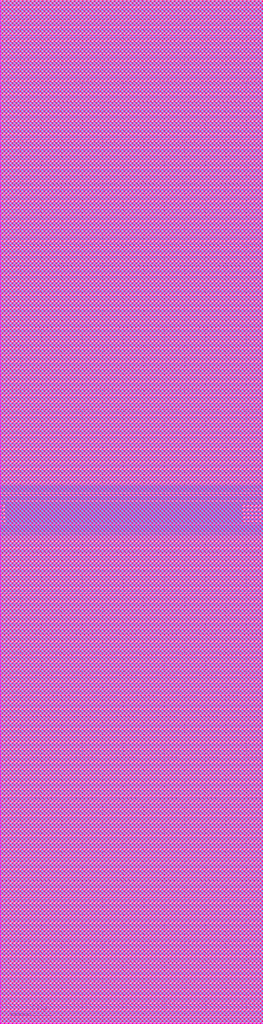
<source format=lef>
# Created by MC2 : Version 2013.12.00.f on 2020/05/11, 12:57:42

#*********************************************************************************************************************/
# Technology     : TSMC 16nm CMOS Logic FinFet Compact (FFC) Low Leakage HKMG  						*/
# Memory Type    : TSMC 16nm FFC High Density Single Port Single-Bank SRAM Compiler with d0734 bit cell	 				*/
# Library Name   : ts1n16ffcllsblvtc1024x144m4sw (user specify : ts1n16ffcllsblvtc1024x144m4sw)			*/
# Library Version: 130a												*/
# Generated Time : 2020/05/11, 12:57:39										*/
#*********************************************************************************************************************/
#															*/
# STATEMENT OF USE													*/
#															*/
# This information contains confidential and proprietary information of TSMC.					*/
# No part of this information may be reproduced, transmitted, transcribed,						*/
# stored in a retrieval system, or translated into any human or computer						*/
# language, in any form or by any means, electronic, mechanical, magnetic,						*/
# optical, chemical, manual, or otherwise, without the prior written permission					*/
# of TSMC. This information was prepared for informational purpose and is for					*/
# use by TSMC's customers only. TSMC reserves the right to make changes in the					*/
# information at any time and without notice.									*/
#															*/
#*********************************************************************************************************************/
VERSION 5.7 ;
BUSBITCHARS "[]" ;
DIVIDERCHAR "/" ;

MACRO TS1N16FFCLLSBLVTC1024X144M4SW
	CLASS BLOCK ;
	FOREIGN TS1N16FFCLLSBLVTC1024X144M4SW 0.0 0.0 ;
	ORIGIN 0.0 0.0 ;
	SIZE 64.175 BY 249.840 ;
	SYMMETRY X Y ;
	PIN A[0]
		DIRECTION INPUT ;
		USE SIGNAL ;
		PORT
			LAYER M1 ;
			RECT 63.927 120.200 64.175 120.280 ;
			LAYER M2 ;
			RECT 63.927 120.200 64.175 120.280 ;
			LAYER M3 ;
			RECT 63.927 120.200 64.175 120.280 ;
		END
		ANTENNAGATEAREA 0.006480 LAYER M1 ;
		ANTENNADIFFAREA 0.006480 LAYER M1 ;
		ANTENNAPARTIALMETALAREA 0.067800 LAYER M1 ;
		ANTENNAMAXAREACAR 4.009920 LAYER M1 ;
		ANTENNAPARTIALCUTAREA 0.004920 LAYER VIA1 ;
		ANTENNAMAXAREACAR 0.152040 LAYER VIA1 ;
		ANTENNAGATEAREA 0.006480 LAYER M2 ;
		ANTENNADIFFAREA 0.006480 LAYER M2 ;
		ANTENNAPARTIALMETALAREA 0.075600 LAYER M2 ;
		ANTENNAMAXAREACAR 9.319320 LAYER M2 ;
		ANTENNAPARTIALCUTAREA 0.004920 LAYER VIA2 ;
		ANTENNAMAXAREACAR 0.304200 LAYER VIA2 ;
		ANTENNAGATEAREA 0.006480 LAYER M3 ;
		ANTENNADIFFAREA 0.006480 LAYER M3 ;
		ANTENNAPARTIALMETALAREA 0.134280 LAYER M3 ;
		ANTENNAMAXAREACAR 21.482600 LAYER M3 ;
	END A[0]

	PIN A[1]
		DIRECTION INPUT ;
		USE SIGNAL ;
		PORT
			LAYER M1 ;
			RECT 63.927 118.856 64.175 118.936 ;
			LAYER M2 ;
			RECT 63.927 118.856 64.175 118.936 ;
			LAYER M3 ;
			RECT 63.927 118.856 64.175 118.936 ;
		END
		ANTENNAGATEAREA 0.006480 LAYER M1 ;
		ANTENNADIFFAREA 0.006480 LAYER M1 ;
		ANTENNAPARTIALMETALAREA 0.067800 LAYER M1 ;
		ANTENNAMAXAREACAR 4.009920 LAYER M1 ;
		ANTENNAPARTIALCUTAREA 0.004920 LAYER VIA1 ;
		ANTENNAMAXAREACAR 0.152040 LAYER VIA1 ;
		ANTENNAGATEAREA 0.006480 LAYER M2 ;
		ANTENNADIFFAREA 0.006480 LAYER M2 ;
		ANTENNAPARTIALMETALAREA 0.075600 LAYER M2 ;
		ANTENNAMAXAREACAR 9.319320 LAYER M2 ;
		ANTENNAPARTIALCUTAREA 0.004920 LAYER VIA2 ;
		ANTENNAMAXAREACAR 0.304200 LAYER VIA2 ;
		ANTENNAGATEAREA 0.006480 LAYER M3 ;
		ANTENNADIFFAREA 0.006480 LAYER M3 ;
		ANTENNAPARTIALMETALAREA 0.134280 LAYER M3 ;
		ANTENNAMAXAREACAR 21.482600 LAYER M3 ;
	END A[1]

	PIN A[2]
		DIRECTION INPUT ;
		USE SIGNAL ;
		PORT
			LAYER M1 ;
			RECT 63.927 129.224 64.175 129.304 ;
			LAYER M2 ;
			RECT 63.927 129.224 64.175 129.304 ;
			LAYER M3 ;
			RECT 63.927 129.224 64.175 129.304 ;
		END
		ANTENNAGATEAREA 0.006480 LAYER M1 ;
		ANTENNADIFFAREA 0.006480 LAYER M1 ;
		ANTENNAPARTIALMETALAREA 0.067800 LAYER M1 ;
		ANTENNAMAXAREACAR 4.009920 LAYER M1 ;
		ANTENNAPARTIALCUTAREA 0.004920 LAYER VIA1 ;
		ANTENNAMAXAREACAR 0.152040 LAYER VIA1 ;
		ANTENNAGATEAREA 0.006480 LAYER M2 ;
		ANTENNADIFFAREA 0.006480 LAYER M2 ;
		ANTENNAPARTIALMETALAREA 0.075600 LAYER M2 ;
		ANTENNAMAXAREACAR 9.319320 LAYER M2 ;
		ANTENNAPARTIALCUTAREA 0.004920 LAYER VIA2 ;
		ANTENNAMAXAREACAR 0.304200 LAYER VIA2 ;
		ANTENNAGATEAREA 0.006480 LAYER M3 ;
		ANTENNADIFFAREA 0.006480 LAYER M3 ;
		ANTENNAPARTIALMETALAREA 0.134280 LAYER M3 ;
		ANTENNAMAXAREACAR 21.482600 LAYER M3 ;
	END A[2]

	PIN A[3]
		DIRECTION INPUT ;
		USE SIGNAL ;
		PORT
			LAYER M1 ;
			RECT 63.927 128.456 64.175 128.536 ;
			LAYER M2 ;
			RECT 63.927 128.456 64.175 128.536 ;
			LAYER M3 ;
			RECT 63.927 128.456 64.175 128.536 ;
		END
		ANTENNAGATEAREA 0.006480 LAYER M1 ;
		ANTENNADIFFAREA 0.006480 LAYER M1 ;
		ANTENNAPARTIALMETALAREA 0.067800 LAYER M1 ;
		ANTENNAMAXAREACAR 4.009920 LAYER M1 ;
		ANTENNAPARTIALCUTAREA 0.004920 LAYER VIA1 ;
		ANTENNAMAXAREACAR 0.152040 LAYER VIA1 ;
		ANTENNAGATEAREA 0.006480 LAYER M2 ;
		ANTENNADIFFAREA 0.006480 LAYER M2 ;
		ANTENNAPARTIALMETALAREA 0.075600 LAYER M2 ;
		ANTENNAMAXAREACAR 9.319320 LAYER M2 ;
		ANTENNAPARTIALCUTAREA 0.004920 LAYER VIA2 ;
		ANTENNAMAXAREACAR 0.304200 LAYER VIA2 ;
		ANTENNAGATEAREA 0.006480 LAYER M3 ;
		ANTENNADIFFAREA 0.006480 LAYER M3 ;
		ANTENNAPARTIALMETALAREA 0.134280 LAYER M3 ;
		ANTENNAMAXAREACAR 21.482600 LAYER M3 ;
	END A[3]

	PIN A[4]
		DIRECTION INPUT ;
		USE SIGNAL ;
		PORT
			LAYER M1 ;
			RECT 63.927 127.880 64.175 127.960 ;
			LAYER M2 ;
			RECT 63.927 127.880 64.175 127.960 ;
			LAYER M3 ;
			RECT 63.927 127.880 64.175 127.960 ;
		END
		ANTENNAGATEAREA 0.006480 LAYER M1 ;
		ANTENNADIFFAREA 0.006480 LAYER M1 ;
		ANTENNAPARTIALMETALAREA 0.067800 LAYER M1 ;
		ANTENNAMAXAREACAR 4.009920 LAYER M1 ;
		ANTENNAPARTIALCUTAREA 0.004920 LAYER VIA1 ;
		ANTENNAMAXAREACAR 0.152040 LAYER VIA1 ;
		ANTENNAGATEAREA 0.006480 LAYER M2 ;
		ANTENNADIFFAREA 0.006480 LAYER M2 ;
		ANTENNAPARTIALMETALAREA 0.075600 LAYER M2 ;
		ANTENNAMAXAREACAR 9.319320 LAYER M2 ;
		ANTENNAPARTIALCUTAREA 0.004920 LAYER VIA2 ;
		ANTENNAMAXAREACAR 0.304200 LAYER VIA2 ;
		ANTENNAGATEAREA 0.006480 LAYER M3 ;
		ANTENNADIFFAREA 0.006480 LAYER M3 ;
		ANTENNAPARTIALMETALAREA 0.134280 LAYER M3 ;
		ANTENNAMAXAREACAR 21.482600 LAYER M3 ;
	END A[4]

	PIN A[5]
		DIRECTION INPUT ;
		USE SIGNAL ;
		PORT
			LAYER M1 ;
			RECT 63.927 125.192 64.175 125.272 ;
			LAYER M2 ;
			RECT 63.927 125.192 64.175 125.272 ;
			LAYER M3 ;
			RECT 63.927 125.192 64.175 125.272 ;
		END
		ANTENNAGATEAREA 0.006480 LAYER M1 ;
		ANTENNADIFFAREA 0.006480 LAYER M1 ;
		ANTENNAPARTIALMETALAREA 0.067800 LAYER M1 ;
		ANTENNAMAXAREACAR 4.009920 LAYER M1 ;
		ANTENNAPARTIALCUTAREA 0.004920 LAYER VIA1 ;
		ANTENNAMAXAREACAR 0.152040 LAYER VIA1 ;
		ANTENNAGATEAREA 0.006480 LAYER M2 ;
		ANTENNADIFFAREA 0.006480 LAYER M2 ;
		ANTENNAPARTIALMETALAREA 0.075600 LAYER M2 ;
		ANTENNAMAXAREACAR 9.319320 LAYER M2 ;
		ANTENNAPARTIALCUTAREA 0.004920 LAYER VIA2 ;
		ANTENNAMAXAREACAR 0.304200 LAYER VIA2 ;
		ANTENNAGATEAREA 0.006480 LAYER M3 ;
		ANTENNADIFFAREA 0.006480 LAYER M3 ;
		ANTENNAPARTIALMETALAREA 0.134280 LAYER M3 ;
		ANTENNAMAXAREACAR 21.482600 LAYER M3 ;
	END A[5]

	PIN A[6]
		DIRECTION INPUT ;
		USE SIGNAL ;
		PORT
			LAYER M1 ;
			RECT 63.927 125.960 64.175 126.040 ;
			LAYER M2 ;
			RECT 63.927 125.960 64.175 126.040 ;
			LAYER M3 ;
			RECT 63.927 125.960 64.175 126.040 ;
		END
		ANTENNAGATEAREA 0.006480 LAYER M1 ;
		ANTENNADIFFAREA 0.006480 LAYER M1 ;
		ANTENNAPARTIALMETALAREA 0.067800 LAYER M1 ;
		ANTENNAMAXAREACAR 4.009920 LAYER M1 ;
		ANTENNAPARTIALCUTAREA 0.004920 LAYER VIA1 ;
		ANTENNAMAXAREACAR 0.152040 LAYER VIA1 ;
		ANTENNAGATEAREA 0.006480 LAYER M2 ;
		ANTENNADIFFAREA 0.006480 LAYER M2 ;
		ANTENNAPARTIALMETALAREA 0.075600 LAYER M2 ;
		ANTENNAMAXAREACAR 9.319320 LAYER M2 ;
		ANTENNAPARTIALCUTAREA 0.004920 LAYER VIA2 ;
		ANTENNAMAXAREACAR 0.304200 LAYER VIA2 ;
		ANTENNAGATEAREA 0.006480 LAYER M3 ;
		ANTENNADIFFAREA 0.006480 LAYER M3 ;
		ANTENNAPARTIALMETALAREA 0.134280 LAYER M3 ;
		ANTENNAMAXAREACAR 21.482600 LAYER M3 ;
	END A[6]

	PIN A[7]
		DIRECTION INPUT ;
		USE SIGNAL ;
		PORT
			LAYER M1 ;
			RECT 63.927 127.112 64.175 127.192 ;
			LAYER M2 ;
			RECT 63.927 127.112 64.175 127.192 ;
			LAYER M3 ;
			RECT 63.927 127.112 64.175 127.192 ;
		END
		ANTENNAGATEAREA 0.006480 LAYER M1 ;
		ANTENNADIFFAREA 0.006480 LAYER M1 ;
		ANTENNAPARTIALMETALAREA 0.067800 LAYER M1 ;
		ANTENNAMAXAREACAR 4.009920 LAYER M1 ;
		ANTENNAPARTIALCUTAREA 0.004920 LAYER VIA1 ;
		ANTENNAMAXAREACAR 0.152040 LAYER VIA1 ;
		ANTENNAGATEAREA 0.006480 LAYER M2 ;
		ANTENNADIFFAREA 0.006480 LAYER M2 ;
		ANTENNAPARTIALMETALAREA 0.075600 LAYER M2 ;
		ANTENNAMAXAREACAR 9.319320 LAYER M2 ;
		ANTENNAPARTIALCUTAREA 0.004920 LAYER VIA2 ;
		ANTENNAMAXAREACAR 0.304200 LAYER VIA2 ;
		ANTENNAGATEAREA 0.006480 LAYER M3 ;
		ANTENNADIFFAREA 0.006480 LAYER M3 ;
		ANTENNAPARTIALMETALAREA 0.134280 LAYER M3 ;
		ANTENNAMAXAREACAR 21.482600 LAYER M3 ;
	END A[7]

	PIN A[8]
		DIRECTION INPUT ;
		USE SIGNAL ;
		PORT
			LAYER M1 ;
			RECT 63.927 121.736 64.175 121.816 ;
			LAYER M2 ;
			RECT 63.927 121.736 64.175 121.816 ;
			LAYER M3 ;
			RECT 63.927 121.736 64.175 121.816 ;
		END
		ANTENNAGATEAREA 0.006480 LAYER M1 ;
		ANTENNADIFFAREA 0.006480 LAYER M1 ;
		ANTENNAPARTIALMETALAREA 0.067800 LAYER M1 ;
		ANTENNAMAXAREACAR 4.009920 LAYER M1 ;
		ANTENNAPARTIALCUTAREA 0.004920 LAYER VIA1 ;
		ANTENNAMAXAREACAR 0.152040 LAYER VIA1 ;
		ANTENNAGATEAREA 0.006480 LAYER M2 ;
		ANTENNADIFFAREA 0.006480 LAYER M2 ;
		ANTENNAPARTIALMETALAREA 0.075600 LAYER M2 ;
		ANTENNAMAXAREACAR 9.319320 LAYER M2 ;
		ANTENNAPARTIALCUTAREA 0.004920 LAYER VIA2 ;
		ANTENNAMAXAREACAR 0.304200 LAYER VIA2 ;
		ANTENNAGATEAREA 0.006480 LAYER M3 ;
		ANTENNADIFFAREA 0.006480 LAYER M3 ;
		ANTENNAPARTIALMETALAREA 0.134280 LAYER M3 ;
		ANTENNAMAXAREACAR 21.482600 LAYER M3 ;
	END A[8]

	PIN A[9]
		DIRECTION INPUT ;
		USE SIGNAL ;
		PORT
			LAYER M1 ;
			RECT 63.927 120.392 64.175 120.472 ;
			LAYER M2 ;
			RECT 63.927 120.392 64.175 120.472 ;
			LAYER M3 ;
			RECT 63.927 120.392 64.175 120.472 ;
		END
		ANTENNAGATEAREA 0.006480 LAYER M1 ;
		ANTENNADIFFAREA 0.006480 LAYER M1 ;
		ANTENNAPARTIALMETALAREA 0.067800 LAYER M1 ;
		ANTENNAMAXAREACAR 4.009920 LAYER M1 ;
		ANTENNAPARTIALCUTAREA 0.004920 LAYER VIA1 ;
		ANTENNAMAXAREACAR 0.152040 LAYER VIA1 ;
		ANTENNAGATEAREA 0.006480 LAYER M2 ;
		ANTENNADIFFAREA 0.006480 LAYER M2 ;
		ANTENNAPARTIALMETALAREA 0.075600 LAYER M2 ;
		ANTENNAMAXAREACAR 9.319320 LAYER M2 ;
		ANTENNAPARTIALCUTAREA 0.004920 LAYER VIA2 ;
		ANTENNAMAXAREACAR 0.304200 LAYER VIA2 ;
		ANTENNAGATEAREA 0.006480 LAYER M3 ;
		ANTENNADIFFAREA 0.006480 LAYER M3 ;
		ANTENNAPARTIALMETALAREA 0.134280 LAYER M3 ;
		ANTENNAMAXAREACAR 21.482600 LAYER M3 ;
	END A[9]

	PIN BWEB[0]
		DIRECTION INPUT ;
		USE SIGNAL ;
		PORT
			LAYER M1 ;
			RECT 63.927 2.120 64.175 2.200 ;
			LAYER M2 ;
			RECT 63.927 2.120 64.175 2.200 ;
			LAYER M3 ;
			RECT 63.927 2.120 64.175 2.200 ;
		END
		ANTENNAGATEAREA 0.001840 LAYER M1 ;
		ANTENNADIFFAREA 0.006480 LAYER M1 ;
		ANTENNAPARTIALMETALAREA 0.072960 LAYER M1 ;
		ANTENNAMAXAREACAR 12.598900 LAYER M1 ;
		ANTENNAPARTIALCUTAREA 0.004920 LAYER VIA1 ;
		ANTENNAMAXAREACAR 0.529680 LAYER VIA1 ;
		ANTENNAGATEAREA 0.001840 LAYER M2 ;
		ANTENNADIFFAREA 0.006480 LAYER M2 ;
		ANTENNAPARTIALMETALAREA 0.104640 LAYER M2 ;
		ANTENNAMAXAREACAR 22.892000 LAYER M2 ;
		ANTENNAPARTIALCUTAREA 0.007320 LAYER VIA2 ;
		ANTENNAMAXAREACAR 1.059360 LAYER VIA2 ;
		ANTENNAGATEAREA 0.001840 LAYER M3 ;
		ANTENNADIFFAREA 0.006480 LAYER M3 ;
		ANTENNAPARTIALMETALAREA 0.154080 LAYER M3 ;
		ANTENNAMAXAREACAR 89.305900 LAYER M3 ;
	END BWEB[0]

	PIN BWEB[1]
		DIRECTION INPUT ;
		USE SIGNAL ;
		PORT
			LAYER M1 ;
			RECT 63.927 3.752 64.175 3.832 ;
			LAYER M2 ;
			RECT 63.927 3.752 64.175 3.832 ;
			LAYER M3 ;
			RECT 63.927 3.752 64.175 3.832 ;
		END
		ANTENNAGATEAREA 0.001840 LAYER M1 ;
		ANTENNADIFFAREA 0.006480 LAYER M1 ;
		ANTENNAPARTIALMETALAREA 0.072960 LAYER M1 ;
		ANTENNAMAXAREACAR 12.598900 LAYER M1 ;
		ANTENNAPARTIALCUTAREA 0.004920 LAYER VIA1 ;
		ANTENNAMAXAREACAR 0.529680 LAYER VIA1 ;
		ANTENNAGATEAREA 0.001840 LAYER M2 ;
		ANTENNADIFFAREA 0.006480 LAYER M2 ;
		ANTENNAPARTIALMETALAREA 0.104640 LAYER M2 ;
		ANTENNAMAXAREACAR 22.892000 LAYER M2 ;
		ANTENNAPARTIALCUTAREA 0.007320 LAYER VIA2 ;
		ANTENNAMAXAREACAR 1.059360 LAYER VIA2 ;
		ANTENNAGATEAREA 0.001840 LAYER M3 ;
		ANTENNADIFFAREA 0.006480 LAYER M3 ;
		ANTENNAPARTIALMETALAREA 0.154080 LAYER M3 ;
		ANTENNAMAXAREACAR 89.305900 LAYER M3 ;
	END BWEB[1]

	PIN BWEB[2]
		DIRECTION INPUT ;
		USE SIGNAL ;
		PORT
			LAYER M1 ;
			RECT 63.927 5.384 64.175 5.464 ;
			LAYER M2 ;
			RECT 63.927 5.384 64.175 5.464 ;
			LAYER M3 ;
			RECT 63.927 5.384 64.175 5.464 ;
		END
		ANTENNAGATEAREA 0.001840 LAYER M1 ;
		ANTENNADIFFAREA 0.006480 LAYER M1 ;
		ANTENNAPARTIALMETALAREA 0.072960 LAYER M1 ;
		ANTENNAMAXAREACAR 12.598900 LAYER M1 ;
		ANTENNAPARTIALCUTAREA 0.004920 LAYER VIA1 ;
		ANTENNAMAXAREACAR 0.529680 LAYER VIA1 ;
		ANTENNAGATEAREA 0.001840 LAYER M2 ;
		ANTENNADIFFAREA 0.006480 LAYER M2 ;
		ANTENNAPARTIALMETALAREA 0.104640 LAYER M2 ;
		ANTENNAMAXAREACAR 22.892000 LAYER M2 ;
		ANTENNAPARTIALCUTAREA 0.007320 LAYER VIA2 ;
		ANTENNAMAXAREACAR 1.059360 LAYER VIA2 ;
		ANTENNAGATEAREA 0.001840 LAYER M3 ;
		ANTENNADIFFAREA 0.006480 LAYER M3 ;
		ANTENNAPARTIALMETALAREA 0.154080 LAYER M3 ;
		ANTENNAMAXAREACAR 89.305900 LAYER M3 ;
	END BWEB[2]

	PIN BWEB[3]
		DIRECTION INPUT ;
		USE SIGNAL ;
		PORT
			LAYER M1 ;
			RECT 63.927 7.016 64.175 7.096 ;
			LAYER M2 ;
			RECT 63.927 7.016 64.175 7.096 ;
			LAYER M3 ;
			RECT 63.927 7.016 64.175 7.096 ;
		END
		ANTENNAGATEAREA 0.001840 LAYER M1 ;
		ANTENNADIFFAREA 0.006480 LAYER M1 ;
		ANTENNAPARTIALMETALAREA 0.072960 LAYER M1 ;
		ANTENNAMAXAREACAR 12.598900 LAYER M1 ;
		ANTENNAPARTIALCUTAREA 0.004920 LAYER VIA1 ;
		ANTENNAMAXAREACAR 0.529680 LAYER VIA1 ;
		ANTENNAGATEAREA 0.001840 LAYER M2 ;
		ANTENNADIFFAREA 0.006480 LAYER M2 ;
		ANTENNAPARTIALMETALAREA 0.104640 LAYER M2 ;
		ANTENNAMAXAREACAR 22.892000 LAYER M2 ;
		ANTENNAPARTIALCUTAREA 0.007320 LAYER VIA2 ;
		ANTENNAMAXAREACAR 1.059360 LAYER VIA2 ;
		ANTENNAGATEAREA 0.001840 LAYER M3 ;
		ANTENNADIFFAREA 0.006480 LAYER M3 ;
		ANTENNAPARTIALMETALAREA 0.154080 LAYER M3 ;
		ANTENNAMAXAREACAR 89.305900 LAYER M3 ;
	END BWEB[3]

	PIN BWEB[4]
		DIRECTION INPUT ;
		USE SIGNAL ;
		PORT
			LAYER M1 ;
			RECT 63.927 8.648 64.175 8.728 ;
			LAYER M2 ;
			RECT 63.927 8.648 64.175 8.728 ;
			LAYER M3 ;
			RECT 63.927 8.648 64.175 8.728 ;
		END
		ANTENNAGATEAREA 0.001840 LAYER M1 ;
		ANTENNADIFFAREA 0.006480 LAYER M1 ;
		ANTENNAPARTIALMETALAREA 0.072960 LAYER M1 ;
		ANTENNAMAXAREACAR 12.598900 LAYER M1 ;
		ANTENNAPARTIALCUTAREA 0.004920 LAYER VIA1 ;
		ANTENNAMAXAREACAR 0.529680 LAYER VIA1 ;
		ANTENNAGATEAREA 0.001840 LAYER M2 ;
		ANTENNADIFFAREA 0.006480 LAYER M2 ;
		ANTENNAPARTIALMETALAREA 0.104640 LAYER M2 ;
		ANTENNAMAXAREACAR 22.892000 LAYER M2 ;
		ANTENNAPARTIALCUTAREA 0.007320 LAYER VIA2 ;
		ANTENNAMAXAREACAR 1.059360 LAYER VIA2 ;
		ANTENNAGATEAREA 0.001840 LAYER M3 ;
		ANTENNADIFFAREA 0.006480 LAYER M3 ;
		ANTENNAPARTIALMETALAREA 0.154080 LAYER M3 ;
		ANTENNAMAXAREACAR 89.305900 LAYER M3 ;
	END BWEB[4]

	PIN BWEB[5]
		DIRECTION INPUT ;
		USE SIGNAL ;
		PORT
			LAYER M1 ;
			RECT 63.927 10.280 64.175 10.360 ;
			LAYER M2 ;
			RECT 63.927 10.280 64.175 10.360 ;
			LAYER M3 ;
			RECT 63.927 10.280 64.175 10.360 ;
		END
		ANTENNAGATEAREA 0.001840 LAYER M1 ;
		ANTENNADIFFAREA 0.006480 LAYER M1 ;
		ANTENNAPARTIALMETALAREA 0.072960 LAYER M1 ;
		ANTENNAMAXAREACAR 12.598900 LAYER M1 ;
		ANTENNAPARTIALCUTAREA 0.004920 LAYER VIA1 ;
		ANTENNAMAXAREACAR 0.529680 LAYER VIA1 ;
		ANTENNAGATEAREA 0.001840 LAYER M2 ;
		ANTENNADIFFAREA 0.006480 LAYER M2 ;
		ANTENNAPARTIALMETALAREA 0.104640 LAYER M2 ;
		ANTENNAMAXAREACAR 22.892000 LAYER M2 ;
		ANTENNAPARTIALCUTAREA 0.007320 LAYER VIA2 ;
		ANTENNAMAXAREACAR 1.059360 LAYER VIA2 ;
		ANTENNAGATEAREA 0.001840 LAYER M3 ;
		ANTENNADIFFAREA 0.006480 LAYER M3 ;
		ANTENNAPARTIALMETALAREA 0.154080 LAYER M3 ;
		ANTENNAMAXAREACAR 89.305900 LAYER M3 ;
	END BWEB[5]

	PIN BWEB[6]
		DIRECTION INPUT ;
		USE SIGNAL ;
		PORT
			LAYER M1 ;
			RECT 63.927 11.912 64.175 11.992 ;
			LAYER M2 ;
			RECT 63.927 11.912 64.175 11.992 ;
			LAYER M3 ;
			RECT 63.927 11.912 64.175 11.992 ;
		END
		ANTENNAGATEAREA 0.001840 LAYER M1 ;
		ANTENNADIFFAREA 0.006480 LAYER M1 ;
		ANTENNAPARTIALMETALAREA 0.072960 LAYER M1 ;
		ANTENNAMAXAREACAR 12.598900 LAYER M1 ;
		ANTENNAPARTIALCUTAREA 0.004920 LAYER VIA1 ;
		ANTENNAMAXAREACAR 0.529680 LAYER VIA1 ;
		ANTENNAGATEAREA 0.001840 LAYER M2 ;
		ANTENNADIFFAREA 0.006480 LAYER M2 ;
		ANTENNAPARTIALMETALAREA 0.104640 LAYER M2 ;
		ANTENNAMAXAREACAR 22.892000 LAYER M2 ;
		ANTENNAPARTIALCUTAREA 0.007320 LAYER VIA2 ;
		ANTENNAMAXAREACAR 1.059360 LAYER VIA2 ;
		ANTENNAGATEAREA 0.001840 LAYER M3 ;
		ANTENNADIFFAREA 0.006480 LAYER M3 ;
		ANTENNAPARTIALMETALAREA 0.154080 LAYER M3 ;
		ANTENNAMAXAREACAR 89.305900 LAYER M3 ;
	END BWEB[6]

	PIN BWEB[7]
		DIRECTION INPUT ;
		USE SIGNAL ;
		PORT
			LAYER M1 ;
			RECT 63.927 13.544 64.175 13.624 ;
			LAYER M2 ;
			RECT 63.927 13.544 64.175 13.624 ;
			LAYER M3 ;
			RECT 63.927 13.544 64.175 13.624 ;
		END
		ANTENNAGATEAREA 0.001840 LAYER M1 ;
		ANTENNADIFFAREA 0.006480 LAYER M1 ;
		ANTENNAPARTIALMETALAREA 0.072960 LAYER M1 ;
		ANTENNAMAXAREACAR 12.598900 LAYER M1 ;
		ANTENNAPARTIALCUTAREA 0.004920 LAYER VIA1 ;
		ANTENNAMAXAREACAR 0.529680 LAYER VIA1 ;
		ANTENNAGATEAREA 0.001840 LAYER M2 ;
		ANTENNADIFFAREA 0.006480 LAYER M2 ;
		ANTENNAPARTIALMETALAREA 0.104640 LAYER M2 ;
		ANTENNAMAXAREACAR 22.892000 LAYER M2 ;
		ANTENNAPARTIALCUTAREA 0.007320 LAYER VIA2 ;
		ANTENNAMAXAREACAR 1.059360 LAYER VIA2 ;
		ANTENNAGATEAREA 0.001840 LAYER M3 ;
		ANTENNADIFFAREA 0.006480 LAYER M3 ;
		ANTENNAPARTIALMETALAREA 0.154080 LAYER M3 ;
		ANTENNAMAXAREACAR 89.305900 LAYER M3 ;
	END BWEB[7]

	PIN BWEB[8]
		DIRECTION INPUT ;
		USE SIGNAL ;
		PORT
			LAYER M1 ;
			RECT 63.927 15.176 64.175 15.256 ;
			LAYER M2 ;
			RECT 63.927 15.176 64.175 15.256 ;
			LAYER M3 ;
			RECT 63.927 15.176 64.175 15.256 ;
		END
		ANTENNAGATEAREA 0.001840 LAYER M1 ;
		ANTENNADIFFAREA 0.006480 LAYER M1 ;
		ANTENNAPARTIALMETALAREA 0.072960 LAYER M1 ;
		ANTENNAMAXAREACAR 12.598900 LAYER M1 ;
		ANTENNAPARTIALCUTAREA 0.004920 LAYER VIA1 ;
		ANTENNAMAXAREACAR 0.529680 LAYER VIA1 ;
		ANTENNAGATEAREA 0.001840 LAYER M2 ;
		ANTENNADIFFAREA 0.006480 LAYER M2 ;
		ANTENNAPARTIALMETALAREA 0.104640 LAYER M2 ;
		ANTENNAMAXAREACAR 22.892000 LAYER M2 ;
		ANTENNAPARTIALCUTAREA 0.007320 LAYER VIA2 ;
		ANTENNAMAXAREACAR 1.059360 LAYER VIA2 ;
		ANTENNAGATEAREA 0.001840 LAYER M3 ;
		ANTENNADIFFAREA 0.006480 LAYER M3 ;
		ANTENNAPARTIALMETALAREA 0.154080 LAYER M3 ;
		ANTENNAMAXAREACAR 89.305900 LAYER M3 ;
	END BWEB[8]

	PIN BWEB[9]
		DIRECTION INPUT ;
		USE SIGNAL ;
		PORT
			LAYER M1 ;
			RECT 63.927 16.808 64.175 16.888 ;
			LAYER M2 ;
			RECT 63.927 16.808 64.175 16.888 ;
			LAYER M3 ;
			RECT 63.927 16.808 64.175 16.888 ;
		END
		ANTENNAGATEAREA 0.001840 LAYER M1 ;
		ANTENNADIFFAREA 0.006480 LAYER M1 ;
		ANTENNAPARTIALMETALAREA 0.072960 LAYER M1 ;
		ANTENNAMAXAREACAR 12.598900 LAYER M1 ;
		ANTENNAPARTIALCUTAREA 0.004920 LAYER VIA1 ;
		ANTENNAMAXAREACAR 0.529680 LAYER VIA1 ;
		ANTENNAGATEAREA 0.001840 LAYER M2 ;
		ANTENNADIFFAREA 0.006480 LAYER M2 ;
		ANTENNAPARTIALMETALAREA 0.104640 LAYER M2 ;
		ANTENNAMAXAREACAR 22.892000 LAYER M2 ;
		ANTENNAPARTIALCUTAREA 0.007320 LAYER VIA2 ;
		ANTENNAMAXAREACAR 1.059360 LAYER VIA2 ;
		ANTENNAGATEAREA 0.001840 LAYER M3 ;
		ANTENNADIFFAREA 0.006480 LAYER M3 ;
		ANTENNAPARTIALMETALAREA 0.154080 LAYER M3 ;
		ANTENNAMAXAREACAR 89.305900 LAYER M3 ;
	END BWEB[9]

	PIN BWEB[10]
		DIRECTION INPUT ;
		USE SIGNAL ;
		PORT
			LAYER M1 ;
			RECT 63.927 18.440 64.175 18.520 ;
			LAYER M2 ;
			RECT 63.927 18.440 64.175 18.520 ;
			LAYER M3 ;
			RECT 63.927 18.440 64.175 18.520 ;
		END
		ANTENNAGATEAREA 0.001840 LAYER M1 ;
		ANTENNADIFFAREA 0.006480 LAYER M1 ;
		ANTENNAPARTIALMETALAREA 0.072960 LAYER M1 ;
		ANTENNAMAXAREACAR 12.598900 LAYER M1 ;
		ANTENNAPARTIALCUTAREA 0.004920 LAYER VIA1 ;
		ANTENNAMAXAREACAR 0.529680 LAYER VIA1 ;
		ANTENNAGATEAREA 0.001840 LAYER M2 ;
		ANTENNADIFFAREA 0.006480 LAYER M2 ;
		ANTENNAPARTIALMETALAREA 0.104640 LAYER M2 ;
		ANTENNAMAXAREACAR 22.892000 LAYER M2 ;
		ANTENNAPARTIALCUTAREA 0.007320 LAYER VIA2 ;
		ANTENNAMAXAREACAR 1.059360 LAYER VIA2 ;
		ANTENNAGATEAREA 0.001840 LAYER M3 ;
		ANTENNADIFFAREA 0.006480 LAYER M3 ;
		ANTENNAPARTIALMETALAREA 0.154080 LAYER M3 ;
		ANTENNAMAXAREACAR 89.305900 LAYER M3 ;
	END BWEB[10]

	PIN BWEB[11]
		DIRECTION INPUT ;
		USE SIGNAL ;
		PORT
			LAYER M1 ;
			RECT 63.927 20.072 64.175 20.152 ;
			LAYER M2 ;
			RECT 63.927 20.072 64.175 20.152 ;
			LAYER M3 ;
			RECT 63.927 20.072 64.175 20.152 ;
		END
		ANTENNAGATEAREA 0.001840 LAYER M1 ;
		ANTENNADIFFAREA 0.006480 LAYER M1 ;
		ANTENNAPARTIALMETALAREA 0.072960 LAYER M1 ;
		ANTENNAMAXAREACAR 12.598900 LAYER M1 ;
		ANTENNAPARTIALCUTAREA 0.004920 LAYER VIA1 ;
		ANTENNAMAXAREACAR 0.529680 LAYER VIA1 ;
		ANTENNAGATEAREA 0.001840 LAYER M2 ;
		ANTENNADIFFAREA 0.006480 LAYER M2 ;
		ANTENNAPARTIALMETALAREA 0.104640 LAYER M2 ;
		ANTENNAMAXAREACAR 22.892000 LAYER M2 ;
		ANTENNAPARTIALCUTAREA 0.007320 LAYER VIA2 ;
		ANTENNAMAXAREACAR 1.059360 LAYER VIA2 ;
		ANTENNAGATEAREA 0.001840 LAYER M3 ;
		ANTENNADIFFAREA 0.006480 LAYER M3 ;
		ANTENNAPARTIALMETALAREA 0.154080 LAYER M3 ;
		ANTENNAMAXAREACAR 89.305900 LAYER M3 ;
	END BWEB[11]

	PIN BWEB[12]
		DIRECTION INPUT ;
		USE SIGNAL ;
		PORT
			LAYER M1 ;
			RECT 63.927 21.704 64.175 21.784 ;
			LAYER M2 ;
			RECT 63.927 21.704 64.175 21.784 ;
			LAYER M3 ;
			RECT 63.927 21.704 64.175 21.784 ;
		END
		ANTENNAGATEAREA 0.001840 LAYER M1 ;
		ANTENNADIFFAREA 0.006480 LAYER M1 ;
		ANTENNAPARTIALMETALAREA 0.072960 LAYER M1 ;
		ANTENNAMAXAREACAR 12.598900 LAYER M1 ;
		ANTENNAPARTIALCUTAREA 0.004920 LAYER VIA1 ;
		ANTENNAMAXAREACAR 0.529680 LAYER VIA1 ;
		ANTENNAGATEAREA 0.001840 LAYER M2 ;
		ANTENNADIFFAREA 0.006480 LAYER M2 ;
		ANTENNAPARTIALMETALAREA 0.104640 LAYER M2 ;
		ANTENNAMAXAREACAR 22.892000 LAYER M2 ;
		ANTENNAPARTIALCUTAREA 0.007320 LAYER VIA2 ;
		ANTENNAMAXAREACAR 1.059360 LAYER VIA2 ;
		ANTENNAGATEAREA 0.001840 LAYER M3 ;
		ANTENNADIFFAREA 0.006480 LAYER M3 ;
		ANTENNAPARTIALMETALAREA 0.154080 LAYER M3 ;
		ANTENNAMAXAREACAR 89.305900 LAYER M3 ;
	END BWEB[12]

	PIN BWEB[13]
		DIRECTION INPUT ;
		USE SIGNAL ;
		PORT
			LAYER M1 ;
			RECT 63.927 23.336 64.175 23.416 ;
			LAYER M2 ;
			RECT 63.927 23.336 64.175 23.416 ;
			LAYER M3 ;
			RECT 63.927 23.336 64.175 23.416 ;
		END
		ANTENNAGATEAREA 0.001840 LAYER M1 ;
		ANTENNADIFFAREA 0.006480 LAYER M1 ;
		ANTENNAPARTIALMETALAREA 0.072960 LAYER M1 ;
		ANTENNAMAXAREACAR 12.598900 LAYER M1 ;
		ANTENNAPARTIALCUTAREA 0.004920 LAYER VIA1 ;
		ANTENNAMAXAREACAR 0.529680 LAYER VIA1 ;
		ANTENNAGATEAREA 0.001840 LAYER M2 ;
		ANTENNADIFFAREA 0.006480 LAYER M2 ;
		ANTENNAPARTIALMETALAREA 0.104640 LAYER M2 ;
		ANTENNAMAXAREACAR 22.892000 LAYER M2 ;
		ANTENNAPARTIALCUTAREA 0.007320 LAYER VIA2 ;
		ANTENNAMAXAREACAR 1.059360 LAYER VIA2 ;
		ANTENNAGATEAREA 0.001840 LAYER M3 ;
		ANTENNADIFFAREA 0.006480 LAYER M3 ;
		ANTENNAPARTIALMETALAREA 0.154080 LAYER M3 ;
		ANTENNAMAXAREACAR 89.305900 LAYER M3 ;
	END BWEB[13]

	PIN BWEB[14]
		DIRECTION INPUT ;
		USE SIGNAL ;
		PORT
			LAYER M1 ;
			RECT 63.927 24.968 64.175 25.048 ;
			LAYER M2 ;
			RECT 63.927 24.968 64.175 25.048 ;
			LAYER M3 ;
			RECT 63.927 24.968 64.175 25.048 ;
		END
		ANTENNAGATEAREA 0.001840 LAYER M1 ;
		ANTENNADIFFAREA 0.006480 LAYER M1 ;
		ANTENNAPARTIALMETALAREA 0.072960 LAYER M1 ;
		ANTENNAMAXAREACAR 12.598900 LAYER M1 ;
		ANTENNAPARTIALCUTAREA 0.004920 LAYER VIA1 ;
		ANTENNAMAXAREACAR 0.529680 LAYER VIA1 ;
		ANTENNAGATEAREA 0.001840 LAYER M2 ;
		ANTENNADIFFAREA 0.006480 LAYER M2 ;
		ANTENNAPARTIALMETALAREA 0.104640 LAYER M2 ;
		ANTENNAMAXAREACAR 22.892000 LAYER M2 ;
		ANTENNAPARTIALCUTAREA 0.007320 LAYER VIA2 ;
		ANTENNAMAXAREACAR 1.059360 LAYER VIA2 ;
		ANTENNAGATEAREA 0.001840 LAYER M3 ;
		ANTENNADIFFAREA 0.006480 LAYER M3 ;
		ANTENNAPARTIALMETALAREA 0.154080 LAYER M3 ;
		ANTENNAMAXAREACAR 89.305900 LAYER M3 ;
	END BWEB[14]

	PIN BWEB[15]
		DIRECTION INPUT ;
		USE SIGNAL ;
		PORT
			LAYER M1 ;
			RECT 63.927 26.600 64.175 26.680 ;
			LAYER M2 ;
			RECT 63.927 26.600 64.175 26.680 ;
			LAYER M3 ;
			RECT 63.927 26.600 64.175 26.680 ;
		END
		ANTENNAGATEAREA 0.001840 LAYER M1 ;
		ANTENNADIFFAREA 0.006480 LAYER M1 ;
		ANTENNAPARTIALMETALAREA 0.072960 LAYER M1 ;
		ANTENNAMAXAREACAR 12.598900 LAYER M1 ;
		ANTENNAPARTIALCUTAREA 0.004920 LAYER VIA1 ;
		ANTENNAMAXAREACAR 0.529680 LAYER VIA1 ;
		ANTENNAGATEAREA 0.001840 LAYER M2 ;
		ANTENNADIFFAREA 0.006480 LAYER M2 ;
		ANTENNAPARTIALMETALAREA 0.104640 LAYER M2 ;
		ANTENNAMAXAREACAR 22.892000 LAYER M2 ;
		ANTENNAPARTIALCUTAREA 0.007320 LAYER VIA2 ;
		ANTENNAMAXAREACAR 1.059360 LAYER VIA2 ;
		ANTENNAGATEAREA 0.001840 LAYER M3 ;
		ANTENNADIFFAREA 0.006480 LAYER M3 ;
		ANTENNAPARTIALMETALAREA 0.154080 LAYER M3 ;
		ANTENNAMAXAREACAR 89.305900 LAYER M3 ;
	END BWEB[15]

	PIN BWEB[16]
		DIRECTION INPUT ;
		USE SIGNAL ;
		PORT
			LAYER M1 ;
			RECT 63.927 28.232 64.175 28.312 ;
			LAYER M2 ;
			RECT 63.927 28.232 64.175 28.312 ;
			LAYER M3 ;
			RECT 63.927 28.232 64.175 28.312 ;
		END
		ANTENNAGATEAREA 0.001840 LAYER M1 ;
		ANTENNADIFFAREA 0.006480 LAYER M1 ;
		ANTENNAPARTIALMETALAREA 0.072960 LAYER M1 ;
		ANTENNAMAXAREACAR 12.598900 LAYER M1 ;
		ANTENNAPARTIALCUTAREA 0.004920 LAYER VIA1 ;
		ANTENNAMAXAREACAR 0.529680 LAYER VIA1 ;
		ANTENNAGATEAREA 0.001840 LAYER M2 ;
		ANTENNADIFFAREA 0.006480 LAYER M2 ;
		ANTENNAPARTIALMETALAREA 0.104640 LAYER M2 ;
		ANTENNAMAXAREACAR 22.892000 LAYER M2 ;
		ANTENNAPARTIALCUTAREA 0.007320 LAYER VIA2 ;
		ANTENNAMAXAREACAR 1.059360 LAYER VIA2 ;
		ANTENNAGATEAREA 0.001840 LAYER M3 ;
		ANTENNADIFFAREA 0.006480 LAYER M3 ;
		ANTENNAPARTIALMETALAREA 0.154080 LAYER M3 ;
		ANTENNAMAXAREACAR 89.305900 LAYER M3 ;
	END BWEB[16]

	PIN BWEB[17]
		DIRECTION INPUT ;
		USE SIGNAL ;
		PORT
			LAYER M1 ;
			RECT 63.927 29.864 64.175 29.944 ;
			LAYER M2 ;
			RECT 63.927 29.864 64.175 29.944 ;
			LAYER M3 ;
			RECT 63.927 29.864 64.175 29.944 ;
		END
		ANTENNAGATEAREA 0.001840 LAYER M1 ;
		ANTENNADIFFAREA 0.006480 LAYER M1 ;
		ANTENNAPARTIALMETALAREA 0.072960 LAYER M1 ;
		ANTENNAMAXAREACAR 12.598900 LAYER M1 ;
		ANTENNAPARTIALCUTAREA 0.004920 LAYER VIA1 ;
		ANTENNAMAXAREACAR 0.529680 LAYER VIA1 ;
		ANTENNAGATEAREA 0.001840 LAYER M2 ;
		ANTENNADIFFAREA 0.006480 LAYER M2 ;
		ANTENNAPARTIALMETALAREA 0.104640 LAYER M2 ;
		ANTENNAMAXAREACAR 22.892000 LAYER M2 ;
		ANTENNAPARTIALCUTAREA 0.007320 LAYER VIA2 ;
		ANTENNAMAXAREACAR 1.059360 LAYER VIA2 ;
		ANTENNAGATEAREA 0.001840 LAYER M3 ;
		ANTENNADIFFAREA 0.006480 LAYER M3 ;
		ANTENNAPARTIALMETALAREA 0.154080 LAYER M3 ;
		ANTENNAMAXAREACAR 89.305900 LAYER M3 ;
	END BWEB[17]

	PIN BWEB[18]
		DIRECTION INPUT ;
		USE SIGNAL ;
		PORT
			LAYER M1 ;
			RECT 63.927 31.496 64.175 31.576 ;
			LAYER M2 ;
			RECT 63.927 31.496 64.175 31.576 ;
			LAYER M3 ;
			RECT 63.927 31.496 64.175 31.576 ;
		END
		ANTENNAGATEAREA 0.001840 LAYER M1 ;
		ANTENNADIFFAREA 0.006480 LAYER M1 ;
		ANTENNAPARTIALMETALAREA 0.072960 LAYER M1 ;
		ANTENNAMAXAREACAR 12.598900 LAYER M1 ;
		ANTENNAPARTIALCUTAREA 0.004920 LAYER VIA1 ;
		ANTENNAMAXAREACAR 0.529680 LAYER VIA1 ;
		ANTENNAGATEAREA 0.001840 LAYER M2 ;
		ANTENNADIFFAREA 0.006480 LAYER M2 ;
		ANTENNAPARTIALMETALAREA 0.104640 LAYER M2 ;
		ANTENNAMAXAREACAR 22.892000 LAYER M2 ;
		ANTENNAPARTIALCUTAREA 0.007320 LAYER VIA2 ;
		ANTENNAMAXAREACAR 1.059360 LAYER VIA2 ;
		ANTENNAGATEAREA 0.001840 LAYER M3 ;
		ANTENNADIFFAREA 0.006480 LAYER M3 ;
		ANTENNAPARTIALMETALAREA 0.154080 LAYER M3 ;
		ANTENNAMAXAREACAR 89.305900 LAYER M3 ;
	END BWEB[18]

	PIN BWEB[19]
		DIRECTION INPUT ;
		USE SIGNAL ;
		PORT
			LAYER M1 ;
			RECT 63.927 33.128 64.175 33.208 ;
			LAYER M2 ;
			RECT 63.927 33.128 64.175 33.208 ;
			LAYER M3 ;
			RECT 63.927 33.128 64.175 33.208 ;
		END
		ANTENNAGATEAREA 0.001840 LAYER M1 ;
		ANTENNADIFFAREA 0.006480 LAYER M1 ;
		ANTENNAPARTIALMETALAREA 0.072960 LAYER M1 ;
		ANTENNAMAXAREACAR 12.598900 LAYER M1 ;
		ANTENNAPARTIALCUTAREA 0.004920 LAYER VIA1 ;
		ANTENNAMAXAREACAR 0.529680 LAYER VIA1 ;
		ANTENNAGATEAREA 0.001840 LAYER M2 ;
		ANTENNADIFFAREA 0.006480 LAYER M2 ;
		ANTENNAPARTIALMETALAREA 0.104640 LAYER M2 ;
		ANTENNAMAXAREACAR 22.892000 LAYER M2 ;
		ANTENNAPARTIALCUTAREA 0.007320 LAYER VIA2 ;
		ANTENNAMAXAREACAR 1.059360 LAYER VIA2 ;
		ANTENNAGATEAREA 0.001840 LAYER M3 ;
		ANTENNADIFFAREA 0.006480 LAYER M3 ;
		ANTENNAPARTIALMETALAREA 0.154080 LAYER M3 ;
		ANTENNAMAXAREACAR 89.305900 LAYER M3 ;
	END BWEB[19]

	PIN BWEB[20]
		DIRECTION INPUT ;
		USE SIGNAL ;
		PORT
			LAYER M1 ;
			RECT 63.927 34.760 64.175 34.840 ;
			LAYER M2 ;
			RECT 63.927 34.760 64.175 34.840 ;
			LAYER M3 ;
			RECT 63.927 34.760 64.175 34.840 ;
		END
		ANTENNAGATEAREA 0.001840 LAYER M1 ;
		ANTENNADIFFAREA 0.006480 LAYER M1 ;
		ANTENNAPARTIALMETALAREA 0.072960 LAYER M1 ;
		ANTENNAMAXAREACAR 12.598900 LAYER M1 ;
		ANTENNAPARTIALCUTAREA 0.004920 LAYER VIA1 ;
		ANTENNAMAXAREACAR 0.529680 LAYER VIA1 ;
		ANTENNAGATEAREA 0.001840 LAYER M2 ;
		ANTENNADIFFAREA 0.006480 LAYER M2 ;
		ANTENNAPARTIALMETALAREA 0.104640 LAYER M2 ;
		ANTENNAMAXAREACAR 22.892000 LAYER M2 ;
		ANTENNAPARTIALCUTAREA 0.007320 LAYER VIA2 ;
		ANTENNAMAXAREACAR 1.059360 LAYER VIA2 ;
		ANTENNAGATEAREA 0.001840 LAYER M3 ;
		ANTENNADIFFAREA 0.006480 LAYER M3 ;
		ANTENNAPARTIALMETALAREA 0.154080 LAYER M3 ;
		ANTENNAMAXAREACAR 89.305900 LAYER M3 ;
	END BWEB[20]

	PIN BWEB[21]
		DIRECTION INPUT ;
		USE SIGNAL ;
		PORT
			LAYER M1 ;
			RECT 63.927 36.392 64.175 36.472 ;
			LAYER M2 ;
			RECT 63.927 36.392 64.175 36.472 ;
			LAYER M3 ;
			RECT 63.927 36.392 64.175 36.472 ;
		END
		ANTENNAGATEAREA 0.001840 LAYER M1 ;
		ANTENNADIFFAREA 0.006480 LAYER M1 ;
		ANTENNAPARTIALMETALAREA 0.072960 LAYER M1 ;
		ANTENNAMAXAREACAR 12.598900 LAYER M1 ;
		ANTENNAPARTIALCUTAREA 0.004920 LAYER VIA1 ;
		ANTENNAMAXAREACAR 0.529680 LAYER VIA1 ;
		ANTENNAGATEAREA 0.001840 LAYER M2 ;
		ANTENNADIFFAREA 0.006480 LAYER M2 ;
		ANTENNAPARTIALMETALAREA 0.104640 LAYER M2 ;
		ANTENNAMAXAREACAR 22.892000 LAYER M2 ;
		ANTENNAPARTIALCUTAREA 0.007320 LAYER VIA2 ;
		ANTENNAMAXAREACAR 1.059360 LAYER VIA2 ;
		ANTENNAGATEAREA 0.001840 LAYER M3 ;
		ANTENNADIFFAREA 0.006480 LAYER M3 ;
		ANTENNAPARTIALMETALAREA 0.154080 LAYER M3 ;
		ANTENNAMAXAREACAR 89.305900 LAYER M3 ;
	END BWEB[21]

	PIN BWEB[22]
		DIRECTION INPUT ;
		USE SIGNAL ;
		PORT
			LAYER M1 ;
			RECT 63.927 38.024 64.175 38.104 ;
			LAYER M2 ;
			RECT 63.927 38.024 64.175 38.104 ;
			LAYER M3 ;
			RECT 63.927 38.024 64.175 38.104 ;
		END
		ANTENNAGATEAREA 0.001840 LAYER M1 ;
		ANTENNADIFFAREA 0.006480 LAYER M1 ;
		ANTENNAPARTIALMETALAREA 0.072960 LAYER M1 ;
		ANTENNAMAXAREACAR 12.598900 LAYER M1 ;
		ANTENNAPARTIALCUTAREA 0.004920 LAYER VIA1 ;
		ANTENNAMAXAREACAR 0.529680 LAYER VIA1 ;
		ANTENNAGATEAREA 0.001840 LAYER M2 ;
		ANTENNADIFFAREA 0.006480 LAYER M2 ;
		ANTENNAPARTIALMETALAREA 0.104640 LAYER M2 ;
		ANTENNAMAXAREACAR 22.892000 LAYER M2 ;
		ANTENNAPARTIALCUTAREA 0.007320 LAYER VIA2 ;
		ANTENNAMAXAREACAR 1.059360 LAYER VIA2 ;
		ANTENNAGATEAREA 0.001840 LAYER M3 ;
		ANTENNADIFFAREA 0.006480 LAYER M3 ;
		ANTENNAPARTIALMETALAREA 0.154080 LAYER M3 ;
		ANTENNAMAXAREACAR 89.305900 LAYER M3 ;
	END BWEB[22]

	PIN BWEB[23]
		DIRECTION INPUT ;
		USE SIGNAL ;
		PORT
			LAYER M1 ;
			RECT 63.927 39.656 64.175 39.736 ;
			LAYER M2 ;
			RECT 63.927 39.656 64.175 39.736 ;
			LAYER M3 ;
			RECT 63.927 39.656 64.175 39.736 ;
		END
		ANTENNAGATEAREA 0.001840 LAYER M1 ;
		ANTENNADIFFAREA 0.006480 LAYER M1 ;
		ANTENNAPARTIALMETALAREA 0.072960 LAYER M1 ;
		ANTENNAMAXAREACAR 12.598900 LAYER M1 ;
		ANTENNAPARTIALCUTAREA 0.004920 LAYER VIA1 ;
		ANTENNAMAXAREACAR 0.529680 LAYER VIA1 ;
		ANTENNAGATEAREA 0.001840 LAYER M2 ;
		ANTENNADIFFAREA 0.006480 LAYER M2 ;
		ANTENNAPARTIALMETALAREA 0.104640 LAYER M2 ;
		ANTENNAMAXAREACAR 22.892000 LAYER M2 ;
		ANTENNAPARTIALCUTAREA 0.007320 LAYER VIA2 ;
		ANTENNAMAXAREACAR 1.059360 LAYER VIA2 ;
		ANTENNAGATEAREA 0.001840 LAYER M3 ;
		ANTENNADIFFAREA 0.006480 LAYER M3 ;
		ANTENNAPARTIALMETALAREA 0.154080 LAYER M3 ;
		ANTENNAMAXAREACAR 89.305900 LAYER M3 ;
	END BWEB[23]

	PIN BWEB[24]
		DIRECTION INPUT ;
		USE SIGNAL ;
		PORT
			LAYER M1 ;
			RECT 63.927 41.288 64.175 41.368 ;
			LAYER M2 ;
			RECT 63.927 41.288 64.175 41.368 ;
			LAYER M3 ;
			RECT 63.927 41.288 64.175 41.368 ;
		END
		ANTENNAGATEAREA 0.001840 LAYER M1 ;
		ANTENNADIFFAREA 0.006480 LAYER M1 ;
		ANTENNAPARTIALMETALAREA 0.072960 LAYER M1 ;
		ANTENNAMAXAREACAR 12.598900 LAYER M1 ;
		ANTENNAPARTIALCUTAREA 0.004920 LAYER VIA1 ;
		ANTENNAMAXAREACAR 0.529680 LAYER VIA1 ;
		ANTENNAGATEAREA 0.001840 LAYER M2 ;
		ANTENNADIFFAREA 0.006480 LAYER M2 ;
		ANTENNAPARTIALMETALAREA 0.104640 LAYER M2 ;
		ANTENNAMAXAREACAR 22.892000 LAYER M2 ;
		ANTENNAPARTIALCUTAREA 0.007320 LAYER VIA2 ;
		ANTENNAMAXAREACAR 1.059360 LAYER VIA2 ;
		ANTENNAGATEAREA 0.001840 LAYER M3 ;
		ANTENNADIFFAREA 0.006480 LAYER M3 ;
		ANTENNAPARTIALMETALAREA 0.154080 LAYER M3 ;
		ANTENNAMAXAREACAR 89.305900 LAYER M3 ;
	END BWEB[24]

	PIN BWEB[25]
		DIRECTION INPUT ;
		USE SIGNAL ;
		PORT
			LAYER M1 ;
			RECT 63.927 42.920 64.175 43.000 ;
			LAYER M2 ;
			RECT 63.927 42.920 64.175 43.000 ;
			LAYER M3 ;
			RECT 63.927 42.920 64.175 43.000 ;
		END
		ANTENNAGATEAREA 0.001840 LAYER M1 ;
		ANTENNADIFFAREA 0.006480 LAYER M1 ;
		ANTENNAPARTIALMETALAREA 0.072960 LAYER M1 ;
		ANTENNAMAXAREACAR 12.598900 LAYER M1 ;
		ANTENNAPARTIALCUTAREA 0.004920 LAYER VIA1 ;
		ANTENNAMAXAREACAR 0.529680 LAYER VIA1 ;
		ANTENNAGATEAREA 0.001840 LAYER M2 ;
		ANTENNADIFFAREA 0.006480 LAYER M2 ;
		ANTENNAPARTIALMETALAREA 0.104640 LAYER M2 ;
		ANTENNAMAXAREACAR 22.892000 LAYER M2 ;
		ANTENNAPARTIALCUTAREA 0.007320 LAYER VIA2 ;
		ANTENNAMAXAREACAR 1.059360 LAYER VIA2 ;
		ANTENNAGATEAREA 0.001840 LAYER M3 ;
		ANTENNADIFFAREA 0.006480 LAYER M3 ;
		ANTENNAPARTIALMETALAREA 0.154080 LAYER M3 ;
		ANTENNAMAXAREACAR 89.305900 LAYER M3 ;
	END BWEB[25]

	PIN BWEB[26]
		DIRECTION INPUT ;
		USE SIGNAL ;
		PORT
			LAYER M1 ;
			RECT 63.927 44.552 64.175 44.632 ;
			LAYER M2 ;
			RECT 63.927 44.552 64.175 44.632 ;
			LAYER M3 ;
			RECT 63.927 44.552 64.175 44.632 ;
		END
		ANTENNAGATEAREA 0.001840 LAYER M1 ;
		ANTENNADIFFAREA 0.006480 LAYER M1 ;
		ANTENNAPARTIALMETALAREA 0.072960 LAYER M1 ;
		ANTENNAMAXAREACAR 12.598900 LAYER M1 ;
		ANTENNAPARTIALCUTAREA 0.004920 LAYER VIA1 ;
		ANTENNAMAXAREACAR 0.529680 LAYER VIA1 ;
		ANTENNAGATEAREA 0.001840 LAYER M2 ;
		ANTENNADIFFAREA 0.006480 LAYER M2 ;
		ANTENNAPARTIALMETALAREA 0.104640 LAYER M2 ;
		ANTENNAMAXAREACAR 22.892000 LAYER M2 ;
		ANTENNAPARTIALCUTAREA 0.007320 LAYER VIA2 ;
		ANTENNAMAXAREACAR 1.059360 LAYER VIA2 ;
		ANTENNAGATEAREA 0.001840 LAYER M3 ;
		ANTENNADIFFAREA 0.006480 LAYER M3 ;
		ANTENNAPARTIALMETALAREA 0.154080 LAYER M3 ;
		ANTENNAMAXAREACAR 89.305900 LAYER M3 ;
	END BWEB[26]

	PIN BWEB[27]
		DIRECTION INPUT ;
		USE SIGNAL ;
		PORT
			LAYER M1 ;
			RECT 63.927 46.184 64.175 46.264 ;
			LAYER M2 ;
			RECT 63.927 46.184 64.175 46.264 ;
			LAYER M3 ;
			RECT 63.927 46.184 64.175 46.264 ;
		END
		ANTENNAGATEAREA 0.001840 LAYER M1 ;
		ANTENNADIFFAREA 0.006480 LAYER M1 ;
		ANTENNAPARTIALMETALAREA 0.072960 LAYER M1 ;
		ANTENNAMAXAREACAR 12.598900 LAYER M1 ;
		ANTENNAPARTIALCUTAREA 0.004920 LAYER VIA1 ;
		ANTENNAMAXAREACAR 0.529680 LAYER VIA1 ;
		ANTENNAGATEAREA 0.001840 LAYER M2 ;
		ANTENNADIFFAREA 0.006480 LAYER M2 ;
		ANTENNAPARTIALMETALAREA 0.104640 LAYER M2 ;
		ANTENNAMAXAREACAR 22.892000 LAYER M2 ;
		ANTENNAPARTIALCUTAREA 0.007320 LAYER VIA2 ;
		ANTENNAMAXAREACAR 1.059360 LAYER VIA2 ;
		ANTENNAGATEAREA 0.001840 LAYER M3 ;
		ANTENNADIFFAREA 0.006480 LAYER M3 ;
		ANTENNAPARTIALMETALAREA 0.154080 LAYER M3 ;
		ANTENNAMAXAREACAR 89.305900 LAYER M3 ;
	END BWEB[27]

	PIN BWEB[28]
		DIRECTION INPUT ;
		USE SIGNAL ;
		PORT
			LAYER M1 ;
			RECT 63.927 47.816 64.175 47.896 ;
			LAYER M2 ;
			RECT 63.927 47.816 64.175 47.896 ;
			LAYER M3 ;
			RECT 63.927 47.816 64.175 47.896 ;
		END
		ANTENNAGATEAREA 0.001840 LAYER M1 ;
		ANTENNADIFFAREA 0.006480 LAYER M1 ;
		ANTENNAPARTIALMETALAREA 0.072960 LAYER M1 ;
		ANTENNAMAXAREACAR 12.598900 LAYER M1 ;
		ANTENNAPARTIALCUTAREA 0.004920 LAYER VIA1 ;
		ANTENNAMAXAREACAR 0.529680 LAYER VIA1 ;
		ANTENNAGATEAREA 0.001840 LAYER M2 ;
		ANTENNADIFFAREA 0.006480 LAYER M2 ;
		ANTENNAPARTIALMETALAREA 0.104640 LAYER M2 ;
		ANTENNAMAXAREACAR 22.892000 LAYER M2 ;
		ANTENNAPARTIALCUTAREA 0.007320 LAYER VIA2 ;
		ANTENNAMAXAREACAR 1.059360 LAYER VIA2 ;
		ANTENNAGATEAREA 0.001840 LAYER M3 ;
		ANTENNADIFFAREA 0.006480 LAYER M3 ;
		ANTENNAPARTIALMETALAREA 0.154080 LAYER M3 ;
		ANTENNAMAXAREACAR 89.305900 LAYER M3 ;
	END BWEB[28]

	PIN BWEB[29]
		DIRECTION INPUT ;
		USE SIGNAL ;
		PORT
			LAYER M1 ;
			RECT 63.927 49.448 64.175 49.528 ;
			LAYER M2 ;
			RECT 63.927 49.448 64.175 49.528 ;
			LAYER M3 ;
			RECT 63.927 49.448 64.175 49.528 ;
		END
		ANTENNAGATEAREA 0.001840 LAYER M1 ;
		ANTENNADIFFAREA 0.006480 LAYER M1 ;
		ANTENNAPARTIALMETALAREA 0.072960 LAYER M1 ;
		ANTENNAMAXAREACAR 12.598900 LAYER M1 ;
		ANTENNAPARTIALCUTAREA 0.004920 LAYER VIA1 ;
		ANTENNAMAXAREACAR 0.529680 LAYER VIA1 ;
		ANTENNAGATEAREA 0.001840 LAYER M2 ;
		ANTENNADIFFAREA 0.006480 LAYER M2 ;
		ANTENNAPARTIALMETALAREA 0.104640 LAYER M2 ;
		ANTENNAMAXAREACAR 22.892000 LAYER M2 ;
		ANTENNAPARTIALCUTAREA 0.007320 LAYER VIA2 ;
		ANTENNAMAXAREACAR 1.059360 LAYER VIA2 ;
		ANTENNAGATEAREA 0.001840 LAYER M3 ;
		ANTENNADIFFAREA 0.006480 LAYER M3 ;
		ANTENNAPARTIALMETALAREA 0.154080 LAYER M3 ;
		ANTENNAMAXAREACAR 89.305900 LAYER M3 ;
	END BWEB[29]

	PIN BWEB[30]
		DIRECTION INPUT ;
		USE SIGNAL ;
		PORT
			LAYER M1 ;
			RECT 63.927 51.080 64.175 51.160 ;
			LAYER M2 ;
			RECT 63.927 51.080 64.175 51.160 ;
			LAYER M3 ;
			RECT 63.927 51.080 64.175 51.160 ;
		END
		ANTENNAGATEAREA 0.001840 LAYER M1 ;
		ANTENNADIFFAREA 0.006480 LAYER M1 ;
		ANTENNAPARTIALMETALAREA 0.072960 LAYER M1 ;
		ANTENNAMAXAREACAR 12.598900 LAYER M1 ;
		ANTENNAPARTIALCUTAREA 0.004920 LAYER VIA1 ;
		ANTENNAMAXAREACAR 0.529680 LAYER VIA1 ;
		ANTENNAGATEAREA 0.001840 LAYER M2 ;
		ANTENNADIFFAREA 0.006480 LAYER M2 ;
		ANTENNAPARTIALMETALAREA 0.104640 LAYER M2 ;
		ANTENNAMAXAREACAR 22.892000 LAYER M2 ;
		ANTENNAPARTIALCUTAREA 0.007320 LAYER VIA2 ;
		ANTENNAMAXAREACAR 1.059360 LAYER VIA2 ;
		ANTENNAGATEAREA 0.001840 LAYER M3 ;
		ANTENNADIFFAREA 0.006480 LAYER M3 ;
		ANTENNAPARTIALMETALAREA 0.154080 LAYER M3 ;
		ANTENNAMAXAREACAR 89.305900 LAYER M3 ;
	END BWEB[30]

	PIN BWEB[31]
		DIRECTION INPUT ;
		USE SIGNAL ;
		PORT
			LAYER M1 ;
			RECT 63.927 52.712 64.175 52.792 ;
			LAYER M2 ;
			RECT 63.927 52.712 64.175 52.792 ;
			LAYER M3 ;
			RECT 63.927 52.712 64.175 52.792 ;
		END
		ANTENNAGATEAREA 0.001840 LAYER M1 ;
		ANTENNADIFFAREA 0.006480 LAYER M1 ;
		ANTENNAPARTIALMETALAREA 0.072960 LAYER M1 ;
		ANTENNAMAXAREACAR 12.598900 LAYER M1 ;
		ANTENNAPARTIALCUTAREA 0.004920 LAYER VIA1 ;
		ANTENNAMAXAREACAR 0.529680 LAYER VIA1 ;
		ANTENNAGATEAREA 0.001840 LAYER M2 ;
		ANTENNADIFFAREA 0.006480 LAYER M2 ;
		ANTENNAPARTIALMETALAREA 0.104640 LAYER M2 ;
		ANTENNAMAXAREACAR 22.892000 LAYER M2 ;
		ANTENNAPARTIALCUTAREA 0.007320 LAYER VIA2 ;
		ANTENNAMAXAREACAR 1.059360 LAYER VIA2 ;
		ANTENNAGATEAREA 0.001840 LAYER M3 ;
		ANTENNADIFFAREA 0.006480 LAYER M3 ;
		ANTENNAPARTIALMETALAREA 0.154080 LAYER M3 ;
		ANTENNAMAXAREACAR 89.305900 LAYER M3 ;
	END BWEB[31]

	PIN BWEB[32]
		DIRECTION INPUT ;
		USE SIGNAL ;
		PORT
			LAYER M1 ;
			RECT 63.927 54.344 64.175 54.424 ;
			LAYER M2 ;
			RECT 63.927 54.344 64.175 54.424 ;
			LAYER M3 ;
			RECT 63.927 54.344 64.175 54.424 ;
		END
		ANTENNAGATEAREA 0.001840 LAYER M1 ;
		ANTENNADIFFAREA 0.006480 LAYER M1 ;
		ANTENNAPARTIALMETALAREA 0.072960 LAYER M1 ;
		ANTENNAMAXAREACAR 12.598900 LAYER M1 ;
		ANTENNAPARTIALCUTAREA 0.004920 LAYER VIA1 ;
		ANTENNAMAXAREACAR 0.529680 LAYER VIA1 ;
		ANTENNAGATEAREA 0.001840 LAYER M2 ;
		ANTENNADIFFAREA 0.006480 LAYER M2 ;
		ANTENNAPARTIALMETALAREA 0.104640 LAYER M2 ;
		ANTENNAMAXAREACAR 22.892000 LAYER M2 ;
		ANTENNAPARTIALCUTAREA 0.007320 LAYER VIA2 ;
		ANTENNAMAXAREACAR 1.059360 LAYER VIA2 ;
		ANTENNAGATEAREA 0.001840 LAYER M3 ;
		ANTENNADIFFAREA 0.006480 LAYER M3 ;
		ANTENNAPARTIALMETALAREA 0.154080 LAYER M3 ;
		ANTENNAMAXAREACAR 89.305900 LAYER M3 ;
	END BWEB[32]

	PIN BWEB[33]
		DIRECTION INPUT ;
		USE SIGNAL ;
		PORT
			LAYER M1 ;
			RECT 63.927 55.976 64.175 56.056 ;
			LAYER M2 ;
			RECT 63.927 55.976 64.175 56.056 ;
			LAYER M3 ;
			RECT 63.927 55.976 64.175 56.056 ;
		END
		ANTENNAGATEAREA 0.001840 LAYER M1 ;
		ANTENNADIFFAREA 0.006480 LAYER M1 ;
		ANTENNAPARTIALMETALAREA 0.072960 LAYER M1 ;
		ANTENNAMAXAREACAR 12.598900 LAYER M1 ;
		ANTENNAPARTIALCUTAREA 0.004920 LAYER VIA1 ;
		ANTENNAMAXAREACAR 0.529680 LAYER VIA1 ;
		ANTENNAGATEAREA 0.001840 LAYER M2 ;
		ANTENNADIFFAREA 0.006480 LAYER M2 ;
		ANTENNAPARTIALMETALAREA 0.104640 LAYER M2 ;
		ANTENNAMAXAREACAR 22.892000 LAYER M2 ;
		ANTENNAPARTIALCUTAREA 0.007320 LAYER VIA2 ;
		ANTENNAMAXAREACAR 1.059360 LAYER VIA2 ;
		ANTENNAGATEAREA 0.001840 LAYER M3 ;
		ANTENNADIFFAREA 0.006480 LAYER M3 ;
		ANTENNAPARTIALMETALAREA 0.154080 LAYER M3 ;
		ANTENNAMAXAREACAR 89.305900 LAYER M3 ;
	END BWEB[33]

	PIN BWEB[34]
		DIRECTION INPUT ;
		USE SIGNAL ;
		PORT
			LAYER M1 ;
			RECT 63.927 57.608 64.175 57.688 ;
			LAYER M2 ;
			RECT 63.927 57.608 64.175 57.688 ;
			LAYER M3 ;
			RECT 63.927 57.608 64.175 57.688 ;
		END
		ANTENNAGATEAREA 0.001840 LAYER M1 ;
		ANTENNADIFFAREA 0.006480 LAYER M1 ;
		ANTENNAPARTIALMETALAREA 0.072960 LAYER M1 ;
		ANTENNAMAXAREACAR 12.598900 LAYER M1 ;
		ANTENNAPARTIALCUTAREA 0.004920 LAYER VIA1 ;
		ANTENNAMAXAREACAR 0.529680 LAYER VIA1 ;
		ANTENNAGATEAREA 0.001840 LAYER M2 ;
		ANTENNADIFFAREA 0.006480 LAYER M2 ;
		ANTENNAPARTIALMETALAREA 0.104640 LAYER M2 ;
		ANTENNAMAXAREACAR 22.892000 LAYER M2 ;
		ANTENNAPARTIALCUTAREA 0.007320 LAYER VIA2 ;
		ANTENNAMAXAREACAR 1.059360 LAYER VIA2 ;
		ANTENNAGATEAREA 0.001840 LAYER M3 ;
		ANTENNADIFFAREA 0.006480 LAYER M3 ;
		ANTENNAPARTIALMETALAREA 0.154080 LAYER M3 ;
		ANTENNAMAXAREACAR 89.305900 LAYER M3 ;
	END BWEB[34]

	PIN BWEB[35]
		DIRECTION INPUT ;
		USE SIGNAL ;
		PORT
			LAYER M1 ;
			RECT 63.927 59.240 64.175 59.320 ;
			LAYER M2 ;
			RECT 63.927 59.240 64.175 59.320 ;
			LAYER M3 ;
			RECT 63.927 59.240 64.175 59.320 ;
		END
		ANTENNAGATEAREA 0.001840 LAYER M1 ;
		ANTENNADIFFAREA 0.006480 LAYER M1 ;
		ANTENNAPARTIALMETALAREA 0.072960 LAYER M1 ;
		ANTENNAMAXAREACAR 12.598900 LAYER M1 ;
		ANTENNAPARTIALCUTAREA 0.004920 LAYER VIA1 ;
		ANTENNAMAXAREACAR 0.529680 LAYER VIA1 ;
		ANTENNAGATEAREA 0.001840 LAYER M2 ;
		ANTENNADIFFAREA 0.006480 LAYER M2 ;
		ANTENNAPARTIALMETALAREA 0.104640 LAYER M2 ;
		ANTENNAMAXAREACAR 22.892000 LAYER M2 ;
		ANTENNAPARTIALCUTAREA 0.007320 LAYER VIA2 ;
		ANTENNAMAXAREACAR 1.059360 LAYER VIA2 ;
		ANTENNAGATEAREA 0.001840 LAYER M3 ;
		ANTENNADIFFAREA 0.006480 LAYER M3 ;
		ANTENNAPARTIALMETALAREA 0.154080 LAYER M3 ;
		ANTENNAMAXAREACAR 89.305900 LAYER M3 ;
	END BWEB[35]

	PIN BWEB[36]
		DIRECTION INPUT ;
		USE SIGNAL ;
		PORT
			LAYER M1 ;
			RECT 63.927 60.872 64.175 60.952 ;
			LAYER M2 ;
			RECT 63.927 60.872 64.175 60.952 ;
			LAYER M3 ;
			RECT 63.927 60.872 64.175 60.952 ;
		END
		ANTENNAGATEAREA 0.001840 LAYER M1 ;
		ANTENNADIFFAREA 0.006480 LAYER M1 ;
		ANTENNAPARTIALMETALAREA 0.072960 LAYER M1 ;
		ANTENNAMAXAREACAR 12.598900 LAYER M1 ;
		ANTENNAPARTIALCUTAREA 0.004920 LAYER VIA1 ;
		ANTENNAMAXAREACAR 0.529680 LAYER VIA1 ;
		ANTENNAGATEAREA 0.001840 LAYER M2 ;
		ANTENNADIFFAREA 0.006480 LAYER M2 ;
		ANTENNAPARTIALMETALAREA 0.104640 LAYER M2 ;
		ANTENNAMAXAREACAR 22.892000 LAYER M2 ;
		ANTENNAPARTIALCUTAREA 0.007320 LAYER VIA2 ;
		ANTENNAMAXAREACAR 1.059360 LAYER VIA2 ;
		ANTENNAGATEAREA 0.001840 LAYER M3 ;
		ANTENNADIFFAREA 0.006480 LAYER M3 ;
		ANTENNAPARTIALMETALAREA 0.154080 LAYER M3 ;
		ANTENNAMAXAREACAR 89.305900 LAYER M3 ;
	END BWEB[36]

	PIN BWEB[37]
		DIRECTION INPUT ;
		USE SIGNAL ;
		PORT
			LAYER M1 ;
			RECT 63.927 62.504 64.175 62.584 ;
			LAYER M2 ;
			RECT 63.927 62.504 64.175 62.584 ;
			LAYER M3 ;
			RECT 63.927 62.504 64.175 62.584 ;
		END
		ANTENNAGATEAREA 0.001840 LAYER M1 ;
		ANTENNADIFFAREA 0.006480 LAYER M1 ;
		ANTENNAPARTIALMETALAREA 0.072960 LAYER M1 ;
		ANTENNAMAXAREACAR 12.598900 LAYER M1 ;
		ANTENNAPARTIALCUTAREA 0.004920 LAYER VIA1 ;
		ANTENNAMAXAREACAR 0.529680 LAYER VIA1 ;
		ANTENNAGATEAREA 0.001840 LAYER M2 ;
		ANTENNADIFFAREA 0.006480 LAYER M2 ;
		ANTENNAPARTIALMETALAREA 0.104640 LAYER M2 ;
		ANTENNAMAXAREACAR 22.892000 LAYER M2 ;
		ANTENNAPARTIALCUTAREA 0.007320 LAYER VIA2 ;
		ANTENNAMAXAREACAR 1.059360 LAYER VIA2 ;
		ANTENNAGATEAREA 0.001840 LAYER M3 ;
		ANTENNADIFFAREA 0.006480 LAYER M3 ;
		ANTENNAPARTIALMETALAREA 0.154080 LAYER M3 ;
		ANTENNAMAXAREACAR 89.305900 LAYER M3 ;
	END BWEB[37]

	PIN BWEB[38]
		DIRECTION INPUT ;
		USE SIGNAL ;
		PORT
			LAYER M1 ;
			RECT 63.927 64.136 64.175 64.216 ;
			LAYER M2 ;
			RECT 63.927 64.136 64.175 64.216 ;
			LAYER M3 ;
			RECT 63.927 64.136 64.175 64.216 ;
		END
		ANTENNAGATEAREA 0.001840 LAYER M1 ;
		ANTENNADIFFAREA 0.006480 LAYER M1 ;
		ANTENNAPARTIALMETALAREA 0.072960 LAYER M1 ;
		ANTENNAMAXAREACAR 12.598900 LAYER M1 ;
		ANTENNAPARTIALCUTAREA 0.004920 LAYER VIA1 ;
		ANTENNAMAXAREACAR 0.529680 LAYER VIA1 ;
		ANTENNAGATEAREA 0.001840 LAYER M2 ;
		ANTENNADIFFAREA 0.006480 LAYER M2 ;
		ANTENNAPARTIALMETALAREA 0.104640 LAYER M2 ;
		ANTENNAMAXAREACAR 22.892000 LAYER M2 ;
		ANTENNAPARTIALCUTAREA 0.007320 LAYER VIA2 ;
		ANTENNAMAXAREACAR 1.059360 LAYER VIA2 ;
		ANTENNAGATEAREA 0.001840 LAYER M3 ;
		ANTENNADIFFAREA 0.006480 LAYER M3 ;
		ANTENNAPARTIALMETALAREA 0.154080 LAYER M3 ;
		ANTENNAMAXAREACAR 89.305900 LAYER M3 ;
	END BWEB[38]

	PIN BWEB[39]
		DIRECTION INPUT ;
		USE SIGNAL ;
		PORT
			LAYER M1 ;
			RECT 63.927 65.768 64.175 65.848 ;
			LAYER M2 ;
			RECT 63.927 65.768 64.175 65.848 ;
			LAYER M3 ;
			RECT 63.927 65.768 64.175 65.848 ;
		END
		ANTENNAGATEAREA 0.001840 LAYER M1 ;
		ANTENNADIFFAREA 0.006480 LAYER M1 ;
		ANTENNAPARTIALMETALAREA 0.072960 LAYER M1 ;
		ANTENNAMAXAREACAR 12.598900 LAYER M1 ;
		ANTENNAPARTIALCUTAREA 0.004920 LAYER VIA1 ;
		ANTENNAMAXAREACAR 0.529680 LAYER VIA1 ;
		ANTENNAGATEAREA 0.001840 LAYER M2 ;
		ANTENNADIFFAREA 0.006480 LAYER M2 ;
		ANTENNAPARTIALMETALAREA 0.104640 LAYER M2 ;
		ANTENNAMAXAREACAR 22.892000 LAYER M2 ;
		ANTENNAPARTIALCUTAREA 0.007320 LAYER VIA2 ;
		ANTENNAMAXAREACAR 1.059360 LAYER VIA2 ;
		ANTENNAGATEAREA 0.001840 LAYER M3 ;
		ANTENNADIFFAREA 0.006480 LAYER M3 ;
		ANTENNAPARTIALMETALAREA 0.154080 LAYER M3 ;
		ANTENNAMAXAREACAR 89.305900 LAYER M3 ;
	END BWEB[39]

	PIN BWEB[40]
		DIRECTION INPUT ;
		USE SIGNAL ;
		PORT
			LAYER M1 ;
			RECT 63.927 67.400 64.175 67.480 ;
			LAYER M2 ;
			RECT 63.927 67.400 64.175 67.480 ;
			LAYER M3 ;
			RECT 63.927 67.400 64.175 67.480 ;
		END
		ANTENNAGATEAREA 0.001840 LAYER M1 ;
		ANTENNADIFFAREA 0.006480 LAYER M1 ;
		ANTENNAPARTIALMETALAREA 0.072960 LAYER M1 ;
		ANTENNAMAXAREACAR 12.598900 LAYER M1 ;
		ANTENNAPARTIALCUTAREA 0.004920 LAYER VIA1 ;
		ANTENNAMAXAREACAR 0.529680 LAYER VIA1 ;
		ANTENNAGATEAREA 0.001840 LAYER M2 ;
		ANTENNADIFFAREA 0.006480 LAYER M2 ;
		ANTENNAPARTIALMETALAREA 0.104640 LAYER M2 ;
		ANTENNAMAXAREACAR 22.892000 LAYER M2 ;
		ANTENNAPARTIALCUTAREA 0.007320 LAYER VIA2 ;
		ANTENNAMAXAREACAR 1.059360 LAYER VIA2 ;
		ANTENNAGATEAREA 0.001840 LAYER M3 ;
		ANTENNADIFFAREA 0.006480 LAYER M3 ;
		ANTENNAPARTIALMETALAREA 0.154080 LAYER M3 ;
		ANTENNAMAXAREACAR 89.305900 LAYER M3 ;
	END BWEB[40]

	PIN BWEB[41]
		DIRECTION INPUT ;
		USE SIGNAL ;
		PORT
			LAYER M1 ;
			RECT 63.927 69.032 64.175 69.112 ;
			LAYER M2 ;
			RECT 63.927 69.032 64.175 69.112 ;
			LAYER M3 ;
			RECT 63.927 69.032 64.175 69.112 ;
		END
		ANTENNAGATEAREA 0.001840 LAYER M1 ;
		ANTENNADIFFAREA 0.006480 LAYER M1 ;
		ANTENNAPARTIALMETALAREA 0.072960 LAYER M1 ;
		ANTENNAMAXAREACAR 12.598900 LAYER M1 ;
		ANTENNAPARTIALCUTAREA 0.004920 LAYER VIA1 ;
		ANTENNAMAXAREACAR 0.529680 LAYER VIA1 ;
		ANTENNAGATEAREA 0.001840 LAYER M2 ;
		ANTENNADIFFAREA 0.006480 LAYER M2 ;
		ANTENNAPARTIALMETALAREA 0.104640 LAYER M2 ;
		ANTENNAMAXAREACAR 22.892000 LAYER M2 ;
		ANTENNAPARTIALCUTAREA 0.007320 LAYER VIA2 ;
		ANTENNAMAXAREACAR 1.059360 LAYER VIA2 ;
		ANTENNAGATEAREA 0.001840 LAYER M3 ;
		ANTENNADIFFAREA 0.006480 LAYER M3 ;
		ANTENNAPARTIALMETALAREA 0.154080 LAYER M3 ;
		ANTENNAMAXAREACAR 89.305900 LAYER M3 ;
	END BWEB[41]

	PIN BWEB[42]
		DIRECTION INPUT ;
		USE SIGNAL ;
		PORT
			LAYER M1 ;
			RECT 63.927 70.664 64.175 70.744 ;
			LAYER M2 ;
			RECT 63.927 70.664 64.175 70.744 ;
			LAYER M3 ;
			RECT 63.927 70.664 64.175 70.744 ;
		END
		ANTENNAGATEAREA 0.001840 LAYER M1 ;
		ANTENNADIFFAREA 0.006480 LAYER M1 ;
		ANTENNAPARTIALMETALAREA 0.072960 LAYER M1 ;
		ANTENNAMAXAREACAR 12.598900 LAYER M1 ;
		ANTENNAPARTIALCUTAREA 0.004920 LAYER VIA1 ;
		ANTENNAMAXAREACAR 0.529680 LAYER VIA1 ;
		ANTENNAGATEAREA 0.001840 LAYER M2 ;
		ANTENNADIFFAREA 0.006480 LAYER M2 ;
		ANTENNAPARTIALMETALAREA 0.104640 LAYER M2 ;
		ANTENNAMAXAREACAR 22.892000 LAYER M2 ;
		ANTENNAPARTIALCUTAREA 0.007320 LAYER VIA2 ;
		ANTENNAMAXAREACAR 1.059360 LAYER VIA2 ;
		ANTENNAGATEAREA 0.001840 LAYER M3 ;
		ANTENNADIFFAREA 0.006480 LAYER M3 ;
		ANTENNAPARTIALMETALAREA 0.154080 LAYER M3 ;
		ANTENNAMAXAREACAR 89.305900 LAYER M3 ;
	END BWEB[42]

	PIN BWEB[43]
		DIRECTION INPUT ;
		USE SIGNAL ;
		PORT
			LAYER M1 ;
			RECT 63.927 72.296 64.175 72.376 ;
			LAYER M2 ;
			RECT 63.927 72.296 64.175 72.376 ;
			LAYER M3 ;
			RECT 63.927 72.296 64.175 72.376 ;
		END
		ANTENNAGATEAREA 0.001840 LAYER M1 ;
		ANTENNADIFFAREA 0.006480 LAYER M1 ;
		ANTENNAPARTIALMETALAREA 0.072960 LAYER M1 ;
		ANTENNAMAXAREACAR 12.598900 LAYER M1 ;
		ANTENNAPARTIALCUTAREA 0.004920 LAYER VIA1 ;
		ANTENNAMAXAREACAR 0.529680 LAYER VIA1 ;
		ANTENNAGATEAREA 0.001840 LAYER M2 ;
		ANTENNADIFFAREA 0.006480 LAYER M2 ;
		ANTENNAPARTIALMETALAREA 0.104640 LAYER M2 ;
		ANTENNAMAXAREACAR 22.892000 LAYER M2 ;
		ANTENNAPARTIALCUTAREA 0.007320 LAYER VIA2 ;
		ANTENNAMAXAREACAR 1.059360 LAYER VIA2 ;
		ANTENNAGATEAREA 0.001840 LAYER M3 ;
		ANTENNADIFFAREA 0.006480 LAYER M3 ;
		ANTENNAPARTIALMETALAREA 0.154080 LAYER M3 ;
		ANTENNAMAXAREACAR 89.305900 LAYER M3 ;
	END BWEB[43]

	PIN BWEB[44]
		DIRECTION INPUT ;
		USE SIGNAL ;
		PORT
			LAYER M1 ;
			RECT 63.927 73.928 64.175 74.008 ;
			LAYER M2 ;
			RECT 63.927 73.928 64.175 74.008 ;
			LAYER M3 ;
			RECT 63.927 73.928 64.175 74.008 ;
		END
		ANTENNAGATEAREA 0.001840 LAYER M1 ;
		ANTENNADIFFAREA 0.006480 LAYER M1 ;
		ANTENNAPARTIALMETALAREA 0.072960 LAYER M1 ;
		ANTENNAMAXAREACAR 12.598900 LAYER M1 ;
		ANTENNAPARTIALCUTAREA 0.004920 LAYER VIA1 ;
		ANTENNAMAXAREACAR 0.529680 LAYER VIA1 ;
		ANTENNAGATEAREA 0.001840 LAYER M2 ;
		ANTENNADIFFAREA 0.006480 LAYER M2 ;
		ANTENNAPARTIALMETALAREA 0.104640 LAYER M2 ;
		ANTENNAMAXAREACAR 22.892000 LAYER M2 ;
		ANTENNAPARTIALCUTAREA 0.007320 LAYER VIA2 ;
		ANTENNAMAXAREACAR 1.059360 LAYER VIA2 ;
		ANTENNAGATEAREA 0.001840 LAYER M3 ;
		ANTENNADIFFAREA 0.006480 LAYER M3 ;
		ANTENNAPARTIALMETALAREA 0.154080 LAYER M3 ;
		ANTENNAMAXAREACAR 89.305900 LAYER M3 ;
	END BWEB[44]

	PIN BWEB[45]
		DIRECTION INPUT ;
		USE SIGNAL ;
		PORT
			LAYER M1 ;
			RECT 63.927 75.560 64.175 75.640 ;
			LAYER M2 ;
			RECT 63.927 75.560 64.175 75.640 ;
			LAYER M3 ;
			RECT 63.927 75.560 64.175 75.640 ;
		END
		ANTENNAGATEAREA 0.001840 LAYER M1 ;
		ANTENNADIFFAREA 0.006480 LAYER M1 ;
		ANTENNAPARTIALMETALAREA 0.072960 LAYER M1 ;
		ANTENNAMAXAREACAR 12.598900 LAYER M1 ;
		ANTENNAPARTIALCUTAREA 0.004920 LAYER VIA1 ;
		ANTENNAMAXAREACAR 0.529680 LAYER VIA1 ;
		ANTENNAGATEAREA 0.001840 LAYER M2 ;
		ANTENNADIFFAREA 0.006480 LAYER M2 ;
		ANTENNAPARTIALMETALAREA 0.104640 LAYER M2 ;
		ANTENNAMAXAREACAR 22.892000 LAYER M2 ;
		ANTENNAPARTIALCUTAREA 0.007320 LAYER VIA2 ;
		ANTENNAMAXAREACAR 1.059360 LAYER VIA2 ;
		ANTENNAGATEAREA 0.001840 LAYER M3 ;
		ANTENNADIFFAREA 0.006480 LAYER M3 ;
		ANTENNAPARTIALMETALAREA 0.154080 LAYER M3 ;
		ANTENNAMAXAREACAR 89.305900 LAYER M3 ;
	END BWEB[45]

	PIN BWEB[46]
		DIRECTION INPUT ;
		USE SIGNAL ;
		PORT
			LAYER M1 ;
			RECT 63.927 77.192 64.175 77.272 ;
			LAYER M2 ;
			RECT 63.927 77.192 64.175 77.272 ;
			LAYER M3 ;
			RECT 63.927 77.192 64.175 77.272 ;
		END
		ANTENNAGATEAREA 0.001840 LAYER M1 ;
		ANTENNADIFFAREA 0.006480 LAYER M1 ;
		ANTENNAPARTIALMETALAREA 0.072960 LAYER M1 ;
		ANTENNAMAXAREACAR 12.598900 LAYER M1 ;
		ANTENNAPARTIALCUTAREA 0.004920 LAYER VIA1 ;
		ANTENNAMAXAREACAR 0.529680 LAYER VIA1 ;
		ANTENNAGATEAREA 0.001840 LAYER M2 ;
		ANTENNADIFFAREA 0.006480 LAYER M2 ;
		ANTENNAPARTIALMETALAREA 0.104640 LAYER M2 ;
		ANTENNAMAXAREACAR 22.892000 LAYER M2 ;
		ANTENNAPARTIALCUTAREA 0.007320 LAYER VIA2 ;
		ANTENNAMAXAREACAR 1.059360 LAYER VIA2 ;
		ANTENNAGATEAREA 0.001840 LAYER M3 ;
		ANTENNADIFFAREA 0.006480 LAYER M3 ;
		ANTENNAPARTIALMETALAREA 0.154080 LAYER M3 ;
		ANTENNAMAXAREACAR 89.305900 LAYER M3 ;
	END BWEB[46]

	PIN BWEB[47]
		DIRECTION INPUT ;
		USE SIGNAL ;
		PORT
			LAYER M1 ;
			RECT 63.927 78.824 64.175 78.904 ;
			LAYER M2 ;
			RECT 63.927 78.824 64.175 78.904 ;
			LAYER M3 ;
			RECT 63.927 78.824 64.175 78.904 ;
		END
		ANTENNAGATEAREA 0.001840 LAYER M1 ;
		ANTENNADIFFAREA 0.006480 LAYER M1 ;
		ANTENNAPARTIALMETALAREA 0.072960 LAYER M1 ;
		ANTENNAMAXAREACAR 12.598900 LAYER M1 ;
		ANTENNAPARTIALCUTAREA 0.004920 LAYER VIA1 ;
		ANTENNAMAXAREACAR 0.529680 LAYER VIA1 ;
		ANTENNAGATEAREA 0.001840 LAYER M2 ;
		ANTENNADIFFAREA 0.006480 LAYER M2 ;
		ANTENNAPARTIALMETALAREA 0.104640 LAYER M2 ;
		ANTENNAMAXAREACAR 22.892000 LAYER M2 ;
		ANTENNAPARTIALCUTAREA 0.007320 LAYER VIA2 ;
		ANTENNAMAXAREACAR 1.059360 LAYER VIA2 ;
		ANTENNAGATEAREA 0.001840 LAYER M3 ;
		ANTENNADIFFAREA 0.006480 LAYER M3 ;
		ANTENNAPARTIALMETALAREA 0.154080 LAYER M3 ;
		ANTENNAMAXAREACAR 89.305900 LAYER M3 ;
	END BWEB[47]

	PIN BWEB[48]
		DIRECTION INPUT ;
		USE SIGNAL ;
		PORT
			LAYER M1 ;
			RECT 63.927 80.456 64.175 80.536 ;
			LAYER M2 ;
			RECT 63.927 80.456 64.175 80.536 ;
			LAYER M3 ;
			RECT 63.927 80.456 64.175 80.536 ;
		END
		ANTENNAGATEAREA 0.001840 LAYER M1 ;
		ANTENNADIFFAREA 0.006480 LAYER M1 ;
		ANTENNAPARTIALMETALAREA 0.072960 LAYER M1 ;
		ANTENNAMAXAREACAR 12.598900 LAYER M1 ;
		ANTENNAPARTIALCUTAREA 0.004920 LAYER VIA1 ;
		ANTENNAMAXAREACAR 0.529680 LAYER VIA1 ;
		ANTENNAGATEAREA 0.001840 LAYER M2 ;
		ANTENNADIFFAREA 0.006480 LAYER M2 ;
		ANTENNAPARTIALMETALAREA 0.104640 LAYER M2 ;
		ANTENNAMAXAREACAR 22.892000 LAYER M2 ;
		ANTENNAPARTIALCUTAREA 0.007320 LAYER VIA2 ;
		ANTENNAMAXAREACAR 1.059360 LAYER VIA2 ;
		ANTENNAGATEAREA 0.001840 LAYER M3 ;
		ANTENNADIFFAREA 0.006480 LAYER M3 ;
		ANTENNAPARTIALMETALAREA 0.154080 LAYER M3 ;
		ANTENNAMAXAREACAR 89.305900 LAYER M3 ;
	END BWEB[48]

	PIN BWEB[49]
		DIRECTION INPUT ;
		USE SIGNAL ;
		PORT
			LAYER M1 ;
			RECT 63.927 82.088 64.175 82.168 ;
			LAYER M2 ;
			RECT 63.927 82.088 64.175 82.168 ;
			LAYER M3 ;
			RECT 63.927 82.088 64.175 82.168 ;
		END
		ANTENNAGATEAREA 0.001840 LAYER M1 ;
		ANTENNADIFFAREA 0.006480 LAYER M1 ;
		ANTENNAPARTIALMETALAREA 0.072960 LAYER M1 ;
		ANTENNAMAXAREACAR 12.598900 LAYER M1 ;
		ANTENNAPARTIALCUTAREA 0.004920 LAYER VIA1 ;
		ANTENNAMAXAREACAR 0.529680 LAYER VIA1 ;
		ANTENNAGATEAREA 0.001840 LAYER M2 ;
		ANTENNADIFFAREA 0.006480 LAYER M2 ;
		ANTENNAPARTIALMETALAREA 0.104640 LAYER M2 ;
		ANTENNAMAXAREACAR 22.892000 LAYER M2 ;
		ANTENNAPARTIALCUTAREA 0.007320 LAYER VIA2 ;
		ANTENNAMAXAREACAR 1.059360 LAYER VIA2 ;
		ANTENNAGATEAREA 0.001840 LAYER M3 ;
		ANTENNADIFFAREA 0.006480 LAYER M3 ;
		ANTENNAPARTIALMETALAREA 0.154080 LAYER M3 ;
		ANTENNAMAXAREACAR 89.305900 LAYER M3 ;
	END BWEB[49]

	PIN BWEB[50]
		DIRECTION INPUT ;
		USE SIGNAL ;
		PORT
			LAYER M1 ;
			RECT 63.927 83.720 64.175 83.800 ;
			LAYER M2 ;
			RECT 63.927 83.720 64.175 83.800 ;
			LAYER M3 ;
			RECT 63.927 83.720 64.175 83.800 ;
		END
		ANTENNAGATEAREA 0.001840 LAYER M1 ;
		ANTENNADIFFAREA 0.006480 LAYER M1 ;
		ANTENNAPARTIALMETALAREA 0.072960 LAYER M1 ;
		ANTENNAMAXAREACAR 12.598900 LAYER M1 ;
		ANTENNAPARTIALCUTAREA 0.004920 LAYER VIA1 ;
		ANTENNAMAXAREACAR 0.529680 LAYER VIA1 ;
		ANTENNAGATEAREA 0.001840 LAYER M2 ;
		ANTENNADIFFAREA 0.006480 LAYER M2 ;
		ANTENNAPARTIALMETALAREA 0.104640 LAYER M2 ;
		ANTENNAMAXAREACAR 22.892000 LAYER M2 ;
		ANTENNAPARTIALCUTAREA 0.007320 LAYER VIA2 ;
		ANTENNAMAXAREACAR 1.059360 LAYER VIA2 ;
		ANTENNAGATEAREA 0.001840 LAYER M3 ;
		ANTENNADIFFAREA 0.006480 LAYER M3 ;
		ANTENNAPARTIALMETALAREA 0.154080 LAYER M3 ;
		ANTENNAMAXAREACAR 89.305900 LAYER M3 ;
	END BWEB[50]

	PIN BWEB[51]
		DIRECTION INPUT ;
		USE SIGNAL ;
		PORT
			LAYER M1 ;
			RECT 63.927 85.352 64.175 85.432 ;
			LAYER M2 ;
			RECT 63.927 85.352 64.175 85.432 ;
			LAYER M3 ;
			RECT 63.927 85.352 64.175 85.432 ;
		END
		ANTENNAGATEAREA 0.001840 LAYER M1 ;
		ANTENNADIFFAREA 0.006480 LAYER M1 ;
		ANTENNAPARTIALMETALAREA 0.072960 LAYER M1 ;
		ANTENNAMAXAREACAR 12.598900 LAYER M1 ;
		ANTENNAPARTIALCUTAREA 0.004920 LAYER VIA1 ;
		ANTENNAMAXAREACAR 0.529680 LAYER VIA1 ;
		ANTENNAGATEAREA 0.001840 LAYER M2 ;
		ANTENNADIFFAREA 0.006480 LAYER M2 ;
		ANTENNAPARTIALMETALAREA 0.104640 LAYER M2 ;
		ANTENNAMAXAREACAR 22.892000 LAYER M2 ;
		ANTENNAPARTIALCUTAREA 0.007320 LAYER VIA2 ;
		ANTENNAMAXAREACAR 1.059360 LAYER VIA2 ;
		ANTENNAGATEAREA 0.001840 LAYER M3 ;
		ANTENNADIFFAREA 0.006480 LAYER M3 ;
		ANTENNAPARTIALMETALAREA 0.154080 LAYER M3 ;
		ANTENNAMAXAREACAR 89.305900 LAYER M3 ;
	END BWEB[51]

	PIN BWEB[52]
		DIRECTION INPUT ;
		USE SIGNAL ;
		PORT
			LAYER M1 ;
			RECT 63.927 86.984 64.175 87.064 ;
			LAYER M2 ;
			RECT 63.927 86.984 64.175 87.064 ;
			LAYER M3 ;
			RECT 63.927 86.984 64.175 87.064 ;
		END
		ANTENNAGATEAREA 0.001840 LAYER M1 ;
		ANTENNADIFFAREA 0.006480 LAYER M1 ;
		ANTENNAPARTIALMETALAREA 0.072960 LAYER M1 ;
		ANTENNAMAXAREACAR 12.598900 LAYER M1 ;
		ANTENNAPARTIALCUTAREA 0.004920 LAYER VIA1 ;
		ANTENNAMAXAREACAR 0.529680 LAYER VIA1 ;
		ANTENNAGATEAREA 0.001840 LAYER M2 ;
		ANTENNADIFFAREA 0.006480 LAYER M2 ;
		ANTENNAPARTIALMETALAREA 0.104640 LAYER M2 ;
		ANTENNAMAXAREACAR 22.892000 LAYER M2 ;
		ANTENNAPARTIALCUTAREA 0.007320 LAYER VIA2 ;
		ANTENNAMAXAREACAR 1.059360 LAYER VIA2 ;
		ANTENNAGATEAREA 0.001840 LAYER M3 ;
		ANTENNADIFFAREA 0.006480 LAYER M3 ;
		ANTENNAPARTIALMETALAREA 0.154080 LAYER M3 ;
		ANTENNAMAXAREACAR 89.305900 LAYER M3 ;
	END BWEB[52]

	PIN BWEB[53]
		DIRECTION INPUT ;
		USE SIGNAL ;
		PORT
			LAYER M1 ;
			RECT 63.927 88.616 64.175 88.696 ;
			LAYER M2 ;
			RECT 63.927 88.616 64.175 88.696 ;
			LAYER M3 ;
			RECT 63.927 88.616 64.175 88.696 ;
		END
		ANTENNAGATEAREA 0.001840 LAYER M1 ;
		ANTENNADIFFAREA 0.006480 LAYER M1 ;
		ANTENNAPARTIALMETALAREA 0.072960 LAYER M1 ;
		ANTENNAMAXAREACAR 12.598900 LAYER M1 ;
		ANTENNAPARTIALCUTAREA 0.004920 LAYER VIA1 ;
		ANTENNAMAXAREACAR 0.529680 LAYER VIA1 ;
		ANTENNAGATEAREA 0.001840 LAYER M2 ;
		ANTENNADIFFAREA 0.006480 LAYER M2 ;
		ANTENNAPARTIALMETALAREA 0.104640 LAYER M2 ;
		ANTENNAMAXAREACAR 22.892000 LAYER M2 ;
		ANTENNAPARTIALCUTAREA 0.007320 LAYER VIA2 ;
		ANTENNAMAXAREACAR 1.059360 LAYER VIA2 ;
		ANTENNAGATEAREA 0.001840 LAYER M3 ;
		ANTENNADIFFAREA 0.006480 LAYER M3 ;
		ANTENNAPARTIALMETALAREA 0.154080 LAYER M3 ;
		ANTENNAMAXAREACAR 89.305900 LAYER M3 ;
	END BWEB[53]

	PIN BWEB[54]
		DIRECTION INPUT ;
		USE SIGNAL ;
		PORT
			LAYER M1 ;
			RECT 63.927 90.248 64.175 90.328 ;
			LAYER M2 ;
			RECT 63.927 90.248 64.175 90.328 ;
			LAYER M3 ;
			RECT 63.927 90.248 64.175 90.328 ;
		END
		ANTENNAGATEAREA 0.001840 LAYER M1 ;
		ANTENNADIFFAREA 0.006480 LAYER M1 ;
		ANTENNAPARTIALMETALAREA 0.072960 LAYER M1 ;
		ANTENNAMAXAREACAR 12.598900 LAYER M1 ;
		ANTENNAPARTIALCUTAREA 0.004920 LAYER VIA1 ;
		ANTENNAMAXAREACAR 0.529680 LAYER VIA1 ;
		ANTENNAGATEAREA 0.001840 LAYER M2 ;
		ANTENNADIFFAREA 0.006480 LAYER M2 ;
		ANTENNAPARTIALMETALAREA 0.104640 LAYER M2 ;
		ANTENNAMAXAREACAR 22.892000 LAYER M2 ;
		ANTENNAPARTIALCUTAREA 0.007320 LAYER VIA2 ;
		ANTENNAMAXAREACAR 1.059360 LAYER VIA2 ;
		ANTENNAGATEAREA 0.001840 LAYER M3 ;
		ANTENNADIFFAREA 0.006480 LAYER M3 ;
		ANTENNAPARTIALMETALAREA 0.154080 LAYER M3 ;
		ANTENNAMAXAREACAR 89.305900 LAYER M3 ;
	END BWEB[54]

	PIN BWEB[55]
		DIRECTION INPUT ;
		USE SIGNAL ;
		PORT
			LAYER M1 ;
			RECT 63.927 91.880 64.175 91.960 ;
			LAYER M2 ;
			RECT 63.927 91.880 64.175 91.960 ;
			LAYER M3 ;
			RECT 63.927 91.880 64.175 91.960 ;
		END
		ANTENNAGATEAREA 0.001840 LAYER M1 ;
		ANTENNADIFFAREA 0.006480 LAYER M1 ;
		ANTENNAPARTIALMETALAREA 0.072960 LAYER M1 ;
		ANTENNAMAXAREACAR 12.598900 LAYER M1 ;
		ANTENNAPARTIALCUTAREA 0.004920 LAYER VIA1 ;
		ANTENNAMAXAREACAR 0.529680 LAYER VIA1 ;
		ANTENNAGATEAREA 0.001840 LAYER M2 ;
		ANTENNADIFFAREA 0.006480 LAYER M2 ;
		ANTENNAPARTIALMETALAREA 0.104640 LAYER M2 ;
		ANTENNAMAXAREACAR 22.892000 LAYER M2 ;
		ANTENNAPARTIALCUTAREA 0.007320 LAYER VIA2 ;
		ANTENNAMAXAREACAR 1.059360 LAYER VIA2 ;
		ANTENNAGATEAREA 0.001840 LAYER M3 ;
		ANTENNADIFFAREA 0.006480 LAYER M3 ;
		ANTENNAPARTIALMETALAREA 0.154080 LAYER M3 ;
		ANTENNAMAXAREACAR 89.305900 LAYER M3 ;
	END BWEB[55]

	PIN BWEB[56]
		DIRECTION INPUT ;
		USE SIGNAL ;
		PORT
			LAYER M1 ;
			RECT 63.927 93.512 64.175 93.592 ;
			LAYER M2 ;
			RECT 63.927 93.512 64.175 93.592 ;
			LAYER M3 ;
			RECT 63.927 93.512 64.175 93.592 ;
		END
		ANTENNAGATEAREA 0.001840 LAYER M1 ;
		ANTENNADIFFAREA 0.006480 LAYER M1 ;
		ANTENNAPARTIALMETALAREA 0.072960 LAYER M1 ;
		ANTENNAMAXAREACAR 12.598900 LAYER M1 ;
		ANTENNAPARTIALCUTAREA 0.004920 LAYER VIA1 ;
		ANTENNAMAXAREACAR 0.529680 LAYER VIA1 ;
		ANTENNAGATEAREA 0.001840 LAYER M2 ;
		ANTENNADIFFAREA 0.006480 LAYER M2 ;
		ANTENNAPARTIALMETALAREA 0.104640 LAYER M2 ;
		ANTENNAMAXAREACAR 22.892000 LAYER M2 ;
		ANTENNAPARTIALCUTAREA 0.007320 LAYER VIA2 ;
		ANTENNAMAXAREACAR 1.059360 LAYER VIA2 ;
		ANTENNAGATEAREA 0.001840 LAYER M3 ;
		ANTENNADIFFAREA 0.006480 LAYER M3 ;
		ANTENNAPARTIALMETALAREA 0.154080 LAYER M3 ;
		ANTENNAMAXAREACAR 89.305900 LAYER M3 ;
	END BWEB[56]

	PIN BWEB[57]
		DIRECTION INPUT ;
		USE SIGNAL ;
		PORT
			LAYER M1 ;
			RECT 63.927 95.144 64.175 95.224 ;
			LAYER M2 ;
			RECT 63.927 95.144 64.175 95.224 ;
			LAYER M3 ;
			RECT 63.927 95.144 64.175 95.224 ;
		END
		ANTENNAGATEAREA 0.001840 LAYER M1 ;
		ANTENNADIFFAREA 0.006480 LAYER M1 ;
		ANTENNAPARTIALMETALAREA 0.072960 LAYER M1 ;
		ANTENNAMAXAREACAR 12.598900 LAYER M1 ;
		ANTENNAPARTIALCUTAREA 0.004920 LAYER VIA1 ;
		ANTENNAMAXAREACAR 0.529680 LAYER VIA1 ;
		ANTENNAGATEAREA 0.001840 LAYER M2 ;
		ANTENNADIFFAREA 0.006480 LAYER M2 ;
		ANTENNAPARTIALMETALAREA 0.104640 LAYER M2 ;
		ANTENNAMAXAREACAR 22.892000 LAYER M2 ;
		ANTENNAPARTIALCUTAREA 0.007320 LAYER VIA2 ;
		ANTENNAMAXAREACAR 1.059360 LAYER VIA2 ;
		ANTENNAGATEAREA 0.001840 LAYER M3 ;
		ANTENNADIFFAREA 0.006480 LAYER M3 ;
		ANTENNAPARTIALMETALAREA 0.154080 LAYER M3 ;
		ANTENNAMAXAREACAR 89.305900 LAYER M3 ;
	END BWEB[57]

	PIN BWEB[58]
		DIRECTION INPUT ;
		USE SIGNAL ;
		PORT
			LAYER M1 ;
			RECT 63.927 96.776 64.175 96.856 ;
			LAYER M2 ;
			RECT 63.927 96.776 64.175 96.856 ;
			LAYER M3 ;
			RECT 63.927 96.776 64.175 96.856 ;
		END
		ANTENNAGATEAREA 0.001840 LAYER M1 ;
		ANTENNADIFFAREA 0.006480 LAYER M1 ;
		ANTENNAPARTIALMETALAREA 0.072960 LAYER M1 ;
		ANTENNAMAXAREACAR 12.598900 LAYER M1 ;
		ANTENNAPARTIALCUTAREA 0.004920 LAYER VIA1 ;
		ANTENNAMAXAREACAR 0.529680 LAYER VIA1 ;
		ANTENNAGATEAREA 0.001840 LAYER M2 ;
		ANTENNADIFFAREA 0.006480 LAYER M2 ;
		ANTENNAPARTIALMETALAREA 0.104640 LAYER M2 ;
		ANTENNAMAXAREACAR 22.892000 LAYER M2 ;
		ANTENNAPARTIALCUTAREA 0.007320 LAYER VIA2 ;
		ANTENNAMAXAREACAR 1.059360 LAYER VIA2 ;
		ANTENNAGATEAREA 0.001840 LAYER M3 ;
		ANTENNADIFFAREA 0.006480 LAYER M3 ;
		ANTENNAPARTIALMETALAREA 0.154080 LAYER M3 ;
		ANTENNAMAXAREACAR 89.305900 LAYER M3 ;
	END BWEB[58]

	PIN BWEB[59]
		DIRECTION INPUT ;
		USE SIGNAL ;
		PORT
			LAYER M1 ;
			RECT 63.927 98.408 64.175 98.488 ;
			LAYER M2 ;
			RECT 63.927 98.408 64.175 98.488 ;
			LAYER M3 ;
			RECT 63.927 98.408 64.175 98.488 ;
		END
		ANTENNAGATEAREA 0.001840 LAYER M1 ;
		ANTENNADIFFAREA 0.006480 LAYER M1 ;
		ANTENNAPARTIALMETALAREA 0.072960 LAYER M1 ;
		ANTENNAMAXAREACAR 12.598900 LAYER M1 ;
		ANTENNAPARTIALCUTAREA 0.004920 LAYER VIA1 ;
		ANTENNAMAXAREACAR 0.529680 LAYER VIA1 ;
		ANTENNAGATEAREA 0.001840 LAYER M2 ;
		ANTENNADIFFAREA 0.006480 LAYER M2 ;
		ANTENNAPARTIALMETALAREA 0.104640 LAYER M2 ;
		ANTENNAMAXAREACAR 22.892000 LAYER M2 ;
		ANTENNAPARTIALCUTAREA 0.007320 LAYER VIA2 ;
		ANTENNAMAXAREACAR 1.059360 LAYER VIA2 ;
		ANTENNAGATEAREA 0.001840 LAYER M3 ;
		ANTENNADIFFAREA 0.006480 LAYER M3 ;
		ANTENNAPARTIALMETALAREA 0.154080 LAYER M3 ;
		ANTENNAMAXAREACAR 89.305900 LAYER M3 ;
	END BWEB[59]

	PIN BWEB[60]
		DIRECTION INPUT ;
		USE SIGNAL ;
		PORT
			LAYER M1 ;
			RECT 63.927 100.040 64.175 100.120 ;
			LAYER M2 ;
			RECT 63.927 100.040 64.175 100.120 ;
			LAYER M3 ;
			RECT 63.927 100.040 64.175 100.120 ;
		END
		ANTENNAGATEAREA 0.001840 LAYER M1 ;
		ANTENNADIFFAREA 0.006480 LAYER M1 ;
		ANTENNAPARTIALMETALAREA 0.072960 LAYER M1 ;
		ANTENNAMAXAREACAR 12.598900 LAYER M1 ;
		ANTENNAPARTIALCUTAREA 0.004920 LAYER VIA1 ;
		ANTENNAMAXAREACAR 0.529680 LAYER VIA1 ;
		ANTENNAGATEAREA 0.001840 LAYER M2 ;
		ANTENNADIFFAREA 0.006480 LAYER M2 ;
		ANTENNAPARTIALMETALAREA 0.104640 LAYER M2 ;
		ANTENNAMAXAREACAR 22.892000 LAYER M2 ;
		ANTENNAPARTIALCUTAREA 0.007320 LAYER VIA2 ;
		ANTENNAMAXAREACAR 1.059360 LAYER VIA2 ;
		ANTENNAGATEAREA 0.001840 LAYER M3 ;
		ANTENNADIFFAREA 0.006480 LAYER M3 ;
		ANTENNAPARTIALMETALAREA 0.154080 LAYER M3 ;
		ANTENNAMAXAREACAR 89.305900 LAYER M3 ;
	END BWEB[60]

	PIN BWEB[61]
		DIRECTION INPUT ;
		USE SIGNAL ;
		PORT
			LAYER M1 ;
			RECT 63.927 101.672 64.175 101.752 ;
			LAYER M2 ;
			RECT 63.927 101.672 64.175 101.752 ;
			LAYER M3 ;
			RECT 63.927 101.672 64.175 101.752 ;
		END
		ANTENNAGATEAREA 0.001840 LAYER M1 ;
		ANTENNADIFFAREA 0.006480 LAYER M1 ;
		ANTENNAPARTIALMETALAREA 0.072960 LAYER M1 ;
		ANTENNAMAXAREACAR 12.598900 LAYER M1 ;
		ANTENNAPARTIALCUTAREA 0.004920 LAYER VIA1 ;
		ANTENNAMAXAREACAR 0.529680 LAYER VIA1 ;
		ANTENNAGATEAREA 0.001840 LAYER M2 ;
		ANTENNADIFFAREA 0.006480 LAYER M2 ;
		ANTENNAPARTIALMETALAREA 0.104640 LAYER M2 ;
		ANTENNAMAXAREACAR 22.892000 LAYER M2 ;
		ANTENNAPARTIALCUTAREA 0.007320 LAYER VIA2 ;
		ANTENNAMAXAREACAR 1.059360 LAYER VIA2 ;
		ANTENNAGATEAREA 0.001840 LAYER M3 ;
		ANTENNADIFFAREA 0.006480 LAYER M3 ;
		ANTENNAPARTIALMETALAREA 0.154080 LAYER M3 ;
		ANTENNAMAXAREACAR 89.305900 LAYER M3 ;
	END BWEB[61]

	PIN BWEB[62]
		DIRECTION INPUT ;
		USE SIGNAL ;
		PORT
			LAYER M1 ;
			RECT 63.927 103.304 64.175 103.384 ;
			LAYER M2 ;
			RECT 63.927 103.304 64.175 103.384 ;
			LAYER M3 ;
			RECT 63.927 103.304 64.175 103.384 ;
		END
		ANTENNAGATEAREA 0.001840 LAYER M1 ;
		ANTENNADIFFAREA 0.006480 LAYER M1 ;
		ANTENNAPARTIALMETALAREA 0.072960 LAYER M1 ;
		ANTENNAMAXAREACAR 12.598900 LAYER M1 ;
		ANTENNAPARTIALCUTAREA 0.004920 LAYER VIA1 ;
		ANTENNAMAXAREACAR 0.529680 LAYER VIA1 ;
		ANTENNAGATEAREA 0.001840 LAYER M2 ;
		ANTENNADIFFAREA 0.006480 LAYER M2 ;
		ANTENNAPARTIALMETALAREA 0.104640 LAYER M2 ;
		ANTENNAMAXAREACAR 22.892000 LAYER M2 ;
		ANTENNAPARTIALCUTAREA 0.007320 LAYER VIA2 ;
		ANTENNAMAXAREACAR 1.059360 LAYER VIA2 ;
		ANTENNAGATEAREA 0.001840 LAYER M3 ;
		ANTENNADIFFAREA 0.006480 LAYER M3 ;
		ANTENNAPARTIALMETALAREA 0.154080 LAYER M3 ;
		ANTENNAMAXAREACAR 89.305900 LAYER M3 ;
	END BWEB[62]

	PIN BWEB[63]
		DIRECTION INPUT ;
		USE SIGNAL ;
		PORT
			LAYER M1 ;
			RECT 63.927 104.936 64.175 105.016 ;
			LAYER M2 ;
			RECT 63.927 104.936 64.175 105.016 ;
			LAYER M3 ;
			RECT 63.927 104.936 64.175 105.016 ;
		END
		ANTENNAGATEAREA 0.001840 LAYER M1 ;
		ANTENNADIFFAREA 0.006480 LAYER M1 ;
		ANTENNAPARTIALMETALAREA 0.072960 LAYER M1 ;
		ANTENNAMAXAREACAR 12.598900 LAYER M1 ;
		ANTENNAPARTIALCUTAREA 0.004920 LAYER VIA1 ;
		ANTENNAMAXAREACAR 0.529680 LAYER VIA1 ;
		ANTENNAGATEAREA 0.001840 LAYER M2 ;
		ANTENNADIFFAREA 0.006480 LAYER M2 ;
		ANTENNAPARTIALMETALAREA 0.104640 LAYER M2 ;
		ANTENNAMAXAREACAR 22.892000 LAYER M2 ;
		ANTENNAPARTIALCUTAREA 0.007320 LAYER VIA2 ;
		ANTENNAMAXAREACAR 1.059360 LAYER VIA2 ;
		ANTENNAGATEAREA 0.001840 LAYER M3 ;
		ANTENNADIFFAREA 0.006480 LAYER M3 ;
		ANTENNAPARTIALMETALAREA 0.154080 LAYER M3 ;
		ANTENNAMAXAREACAR 89.305900 LAYER M3 ;
	END BWEB[63]

	PIN BWEB[64]
		DIRECTION INPUT ;
		USE SIGNAL ;
		PORT
			LAYER M1 ;
			RECT 63.927 106.568 64.175 106.648 ;
			LAYER M2 ;
			RECT 63.927 106.568 64.175 106.648 ;
			LAYER M3 ;
			RECT 63.927 106.568 64.175 106.648 ;
		END
		ANTENNAGATEAREA 0.001840 LAYER M1 ;
		ANTENNADIFFAREA 0.006480 LAYER M1 ;
		ANTENNAPARTIALMETALAREA 0.072960 LAYER M1 ;
		ANTENNAMAXAREACAR 12.598900 LAYER M1 ;
		ANTENNAPARTIALCUTAREA 0.004920 LAYER VIA1 ;
		ANTENNAMAXAREACAR 0.529680 LAYER VIA1 ;
		ANTENNAGATEAREA 0.001840 LAYER M2 ;
		ANTENNADIFFAREA 0.006480 LAYER M2 ;
		ANTENNAPARTIALMETALAREA 0.104640 LAYER M2 ;
		ANTENNAMAXAREACAR 22.892000 LAYER M2 ;
		ANTENNAPARTIALCUTAREA 0.007320 LAYER VIA2 ;
		ANTENNAMAXAREACAR 1.059360 LAYER VIA2 ;
		ANTENNAGATEAREA 0.001840 LAYER M3 ;
		ANTENNADIFFAREA 0.006480 LAYER M3 ;
		ANTENNAPARTIALMETALAREA 0.154080 LAYER M3 ;
		ANTENNAMAXAREACAR 89.305900 LAYER M3 ;
	END BWEB[64]

	PIN BWEB[65]
		DIRECTION INPUT ;
		USE SIGNAL ;
		PORT
			LAYER M1 ;
			RECT 63.927 108.200 64.175 108.280 ;
			LAYER M2 ;
			RECT 63.927 108.200 64.175 108.280 ;
			LAYER M3 ;
			RECT 63.927 108.200 64.175 108.280 ;
		END
		ANTENNAGATEAREA 0.001840 LAYER M1 ;
		ANTENNADIFFAREA 0.006480 LAYER M1 ;
		ANTENNAPARTIALMETALAREA 0.072960 LAYER M1 ;
		ANTENNAMAXAREACAR 12.598900 LAYER M1 ;
		ANTENNAPARTIALCUTAREA 0.004920 LAYER VIA1 ;
		ANTENNAMAXAREACAR 0.529680 LAYER VIA1 ;
		ANTENNAGATEAREA 0.001840 LAYER M2 ;
		ANTENNADIFFAREA 0.006480 LAYER M2 ;
		ANTENNAPARTIALMETALAREA 0.104640 LAYER M2 ;
		ANTENNAMAXAREACAR 22.892000 LAYER M2 ;
		ANTENNAPARTIALCUTAREA 0.007320 LAYER VIA2 ;
		ANTENNAMAXAREACAR 1.059360 LAYER VIA2 ;
		ANTENNAGATEAREA 0.001840 LAYER M3 ;
		ANTENNADIFFAREA 0.006480 LAYER M3 ;
		ANTENNAPARTIALMETALAREA 0.154080 LAYER M3 ;
		ANTENNAMAXAREACAR 89.305900 LAYER M3 ;
	END BWEB[65]

	PIN BWEB[66]
		DIRECTION INPUT ;
		USE SIGNAL ;
		PORT
			LAYER M1 ;
			RECT 63.927 109.832 64.175 109.912 ;
			LAYER M2 ;
			RECT 63.927 109.832 64.175 109.912 ;
			LAYER M3 ;
			RECT 63.927 109.832 64.175 109.912 ;
		END
		ANTENNAGATEAREA 0.001840 LAYER M1 ;
		ANTENNADIFFAREA 0.006480 LAYER M1 ;
		ANTENNAPARTIALMETALAREA 0.072960 LAYER M1 ;
		ANTENNAMAXAREACAR 12.598900 LAYER M1 ;
		ANTENNAPARTIALCUTAREA 0.004920 LAYER VIA1 ;
		ANTENNAMAXAREACAR 0.529680 LAYER VIA1 ;
		ANTENNAGATEAREA 0.001840 LAYER M2 ;
		ANTENNADIFFAREA 0.006480 LAYER M2 ;
		ANTENNAPARTIALMETALAREA 0.104640 LAYER M2 ;
		ANTENNAMAXAREACAR 22.892000 LAYER M2 ;
		ANTENNAPARTIALCUTAREA 0.007320 LAYER VIA2 ;
		ANTENNAMAXAREACAR 1.059360 LAYER VIA2 ;
		ANTENNAGATEAREA 0.001840 LAYER M3 ;
		ANTENNADIFFAREA 0.006480 LAYER M3 ;
		ANTENNAPARTIALMETALAREA 0.154080 LAYER M3 ;
		ANTENNAMAXAREACAR 89.305900 LAYER M3 ;
	END BWEB[66]

	PIN BWEB[67]
		DIRECTION INPUT ;
		USE SIGNAL ;
		PORT
			LAYER M1 ;
			RECT 63.927 111.464 64.175 111.544 ;
			LAYER M2 ;
			RECT 63.927 111.464 64.175 111.544 ;
			LAYER M3 ;
			RECT 63.927 111.464 64.175 111.544 ;
		END
		ANTENNAGATEAREA 0.001840 LAYER M1 ;
		ANTENNADIFFAREA 0.006480 LAYER M1 ;
		ANTENNAPARTIALMETALAREA 0.072960 LAYER M1 ;
		ANTENNAMAXAREACAR 12.598900 LAYER M1 ;
		ANTENNAPARTIALCUTAREA 0.004920 LAYER VIA1 ;
		ANTENNAMAXAREACAR 0.529680 LAYER VIA1 ;
		ANTENNAGATEAREA 0.001840 LAYER M2 ;
		ANTENNADIFFAREA 0.006480 LAYER M2 ;
		ANTENNAPARTIALMETALAREA 0.104640 LAYER M2 ;
		ANTENNAMAXAREACAR 22.892000 LAYER M2 ;
		ANTENNAPARTIALCUTAREA 0.007320 LAYER VIA2 ;
		ANTENNAMAXAREACAR 1.059360 LAYER VIA2 ;
		ANTENNAGATEAREA 0.001840 LAYER M3 ;
		ANTENNADIFFAREA 0.006480 LAYER M3 ;
		ANTENNAPARTIALMETALAREA 0.154080 LAYER M3 ;
		ANTENNAMAXAREACAR 89.305900 LAYER M3 ;
	END BWEB[67]

	PIN BWEB[68]
		DIRECTION INPUT ;
		USE SIGNAL ;
		PORT
			LAYER M1 ;
			RECT 63.927 113.096 64.175 113.176 ;
			LAYER M2 ;
			RECT 63.927 113.096 64.175 113.176 ;
			LAYER M3 ;
			RECT 63.927 113.096 64.175 113.176 ;
		END
		ANTENNAGATEAREA 0.001840 LAYER M1 ;
		ANTENNADIFFAREA 0.006480 LAYER M1 ;
		ANTENNAPARTIALMETALAREA 0.072960 LAYER M1 ;
		ANTENNAMAXAREACAR 12.598900 LAYER M1 ;
		ANTENNAPARTIALCUTAREA 0.004920 LAYER VIA1 ;
		ANTENNAMAXAREACAR 0.529680 LAYER VIA1 ;
		ANTENNAGATEAREA 0.001840 LAYER M2 ;
		ANTENNADIFFAREA 0.006480 LAYER M2 ;
		ANTENNAPARTIALMETALAREA 0.104640 LAYER M2 ;
		ANTENNAMAXAREACAR 22.892000 LAYER M2 ;
		ANTENNAPARTIALCUTAREA 0.007320 LAYER VIA2 ;
		ANTENNAMAXAREACAR 1.059360 LAYER VIA2 ;
		ANTENNAGATEAREA 0.001840 LAYER M3 ;
		ANTENNADIFFAREA 0.006480 LAYER M3 ;
		ANTENNAPARTIALMETALAREA 0.154080 LAYER M3 ;
		ANTENNAMAXAREACAR 89.305900 LAYER M3 ;
	END BWEB[68]

	PIN BWEB[69]
		DIRECTION INPUT ;
		USE SIGNAL ;
		PORT
			LAYER M1 ;
			RECT 63.927 114.728 64.175 114.808 ;
			LAYER M2 ;
			RECT 63.927 114.728 64.175 114.808 ;
			LAYER M3 ;
			RECT 63.927 114.728 64.175 114.808 ;
		END
		ANTENNAGATEAREA 0.001840 LAYER M1 ;
		ANTENNADIFFAREA 0.006480 LAYER M1 ;
		ANTENNAPARTIALMETALAREA 0.072960 LAYER M1 ;
		ANTENNAMAXAREACAR 12.598900 LAYER M1 ;
		ANTENNAPARTIALCUTAREA 0.004920 LAYER VIA1 ;
		ANTENNAMAXAREACAR 0.529680 LAYER VIA1 ;
		ANTENNAGATEAREA 0.001840 LAYER M2 ;
		ANTENNADIFFAREA 0.006480 LAYER M2 ;
		ANTENNAPARTIALMETALAREA 0.104640 LAYER M2 ;
		ANTENNAMAXAREACAR 22.892000 LAYER M2 ;
		ANTENNAPARTIALCUTAREA 0.007320 LAYER VIA2 ;
		ANTENNAMAXAREACAR 1.059360 LAYER VIA2 ;
		ANTENNAGATEAREA 0.001840 LAYER M3 ;
		ANTENNADIFFAREA 0.006480 LAYER M3 ;
		ANTENNAPARTIALMETALAREA 0.154080 LAYER M3 ;
		ANTENNAMAXAREACAR 89.305900 LAYER M3 ;
	END BWEB[69]

	PIN BWEB[70]
		DIRECTION INPUT ;
		USE SIGNAL ;
		PORT
			LAYER M1 ;
			RECT 63.927 116.360 64.175 116.440 ;
			LAYER M2 ;
			RECT 63.927 116.360 64.175 116.440 ;
			LAYER M3 ;
			RECT 63.927 116.360 64.175 116.440 ;
		END
		ANTENNAGATEAREA 0.001840 LAYER M1 ;
		ANTENNADIFFAREA 0.006480 LAYER M1 ;
		ANTENNAPARTIALMETALAREA 0.072960 LAYER M1 ;
		ANTENNAMAXAREACAR 12.598900 LAYER M1 ;
		ANTENNAPARTIALCUTAREA 0.004920 LAYER VIA1 ;
		ANTENNAMAXAREACAR 0.529680 LAYER VIA1 ;
		ANTENNAGATEAREA 0.001840 LAYER M2 ;
		ANTENNADIFFAREA 0.006480 LAYER M2 ;
		ANTENNAPARTIALMETALAREA 0.104640 LAYER M2 ;
		ANTENNAMAXAREACAR 22.892000 LAYER M2 ;
		ANTENNAPARTIALCUTAREA 0.007320 LAYER VIA2 ;
		ANTENNAMAXAREACAR 1.059360 LAYER VIA2 ;
		ANTENNAGATEAREA 0.001840 LAYER M3 ;
		ANTENNADIFFAREA 0.006480 LAYER M3 ;
		ANTENNAPARTIALMETALAREA 0.154080 LAYER M3 ;
		ANTENNAMAXAREACAR 89.305900 LAYER M3 ;
	END BWEB[70]

	PIN BWEB[71]
		DIRECTION INPUT ;
		USE SIGNAL ;
		PORT
			LAYER M1 ;
			RECT 63.927 117.992 64.175 118.072 ;
			LAYER M2 ;
			RECT 63.927 117.992 64.175 118.072 ;
			LAYER M3 ;
			RECT 63.927 117.992 64.175 118.072 ;
		END
		ANTENNAGATEAREA 0.001840 LAYER M1 ;
		ANTENNADIFFAREA 0.006480 LAYER M1 ;
		ANTENNAPARTIALMETALAREA 0.072960 LAYER M1 ;
		ANTENNAMAXAREACAR 12.598900 LAYER M1 ;
		ANTENNAPARTIALCUTAREA 0.004920 LAYER VIA1 ;
		ANTENNAMAXAREACAR 0.529680 LAYER VIA1 ;
		ANTENNAGATEAREA 0.001840 LAYER M2 ;
		ANTENNADIFFAREA 0.006480 LAYER M2 ;
		ANTENNAPARTIALMETALAREA 0.104640 LAYER M2 ;
		ANTENNAMAXAREACAR 22.892000 LAYER M2 ;
		ANTENNAPARTIALCUTAREA 0.007320 LAYER VIA2 ;
		ANTENNAMAXAREACAR 1.059360 LAYER VIA2 ;
		ANTENNAGATEAREA 0.001840 LAYER M3 ;
		ANTENNADIFFAREA 0.006480 LAYER M3 ;
		ANTENNAPARTIALMETALAREA 0.154080 LAYER M3 ;
		ANTENNAMAXAREACAR 89.305900 LAYER M3 ;
	END BWEB[71]

	PIN BWEB[72]
		DIRECTION INPUT ;
		USE SIGNAL ;
		PORT
			LAYER M1 ;
			RECT 63.927 132.488 64.175 132.568 ;
			LAYER M2 ;
			RECT 63.927 132.488 64.175 132.568 ;
			LAYER M3 ;
			RECT 63.927 132.488 64.175 132.568 ;
		END
		ANTENNAGATEAREA 0.001840 LAYER M1 ;
		ANTENNADIFFAREA 0.006480 LAYER M1 ;
		ANTENNAPARTIALMETALAREA 0.072960 LAYER M1 ;
		ANTENNAMAXAREACAR 12.598900 LAYER M1 ;
		ANTENNAPARTIALCUTAREA 0.004920 LAYER VIA1 ;
		ANTENNAMAXAREACAR 0.529680 LAYER VIA1 ;
		ANTENNAGATEAREA 0.001840 LAYER M2 ;
		ANTENNADIFFAREA 0.006480 LAYER M2 ;
		ANTENNAPARTIALMETALAREA 0.104640 LAYER M2 ;
		ANTENNAMAXAREACAR 22.892000 LAYER M2 ;
		ANTENNAPARTIALCUTAREA 0.007320 LAYER VIA2 ;
		ANTENNAMAXAREACAR 1.059360 LAYER VIA2 ;
		ANTENNAGATEAREA 0.001840 LAYER M3 ;
		ANTENNADIFFAREA 0.006480 LAYER M3 ;
		ANTENNAPARTIALMETALAREA 0.154080 LAYER M3 ;
		ANTENNAMAXAREACAR 89.305900 LAYER M3 ;
	END BWEB[72]

	PIN BWEB[73]
		DIRECTION INPUT ;
		USE SIGNAL ;
		PORT
			LAYER M1 ;
			RECT 63.927 134.120 64.175 134.200 ;
			LAYER M2 ;
			RECT 63.927 134.120 64.175 134.200 ;
			LAYER M3 ;
			RECT 63.927 134.120 64.175 134.200 ;
		END
		ANTENNAGATEAREA 0.001840 LAYER M1 ;
		ANTENNADIFFAREA 0.006480 LAYER M1 ;
		ANTENNAPARTIALMETALAREA 0.072960 LAYER M1 ;
		ANTENNAMAXAREACAR 12.598900 LAYER M1 ;
		ANTENNAPARTIALCUTAREA 0.004920 LAYER VIA1 ;
		ANTENNAMAXAREACAR 0.529680 LAYER VIA1 ;
		ANTENNAGATEAREA 0.001840 LAYER M2 ;
		ANTENNADIFFAREA 0.006480 LAYER M2 ;
		ANTENNAPARTIALMETALAREA 0.104640 LAYER M2 ;
		ANTENNAMAXAREACAR 22.892000 LAYER M2 ;
		ANTENNAPARTIALCUTAREA 0.007320 LAYER VIA2 ;
		ANTENNAMAXAREACAR 1.059360 LAYER VIA2 ;
		ANTENNAGATEAREA 0.001840 LAYER M3 ;
		ANTENNADIFFAREA 0.006480 LAYER M3 ;
		ANTENNAPARTIALMETALAREA 0.154080 LAYER M3 ;
		ANTENNAMAXAREACAR 89.305900 LAYER M3 ;
	END BWEB[73]

	PIN BWEB[74]
		DIRECTION INPUT ;
		USE SIGNAL ;
		PORT
			LAYER M1 ;
			RECT 63.927 135.752 64.175 135.832 ;
			LAYER M2 ;
			RECT 63.927 135.752 64.175 135.832 ;
			LAYER M3 ;
			RECT 63.927 135.752 64.175 135.832 ;
		END
		ANTENNAGATEAREA 0.001840 LAYER M1 ;
		ANTENNADIFFAREA 0.006480 LAYER M1 ;
		ANTENNAPARTIALMETALAREA 0.072960 LAYER M1 ;
		ANTENNAMAXAREACAR 12.598900 LAYER M1 ;
		ANTENNAPARTIALCUTAREA 0.004920 LAYER VIA1 ;
		ANTENNAMAXAREACAR 0.529680 LAYER VIA1 ;
		ANTENNAGATEAREA 0.001840 LAYER M2 ;
		ANTENNADIFFAREA 0.006480 LAYER M2 ;
		ANTENNAPARTIALMETALAREA 0.104640 LAYER M2 ;
		ANTENNAMAXAREACAR 22.892000 LAYER M2 ;
		ANTENNAPARTIALCUTAREA 0.007320 LAYER VIA2 ;
		ANTENNAMAXAREACAR 1.059360 LAYER VIA2 ;
		ANTENNAGATEAREA 0.001840 LAYER M3 ;
		ANTENNADIFFAREA 0.006480 LAYER M3 ;
		ANTENNAPARTIALMETALAREA 0.154080 LAYER M3 ;
		ANTENNAMAXAREACAR 89.305900 LAYER M3 ;
	END BWEB[74]

	PIN BWEB[75]
		DIRECTION INPUT ;
		USE SIGNAL ;
		PORT
			LAYER M1 ;
			RECT 63.927 137.384 64.175 137.464 ;
			LAYER M2 ;
			RECT 63.927 137.384 64.175 137.464 ;
			LAYER M3 ;
			RECT 63.927 137.384 64.175 137.464 ;
		END
		ANTENNAGATEAREA 0.001840 LAYER M1 ;
		ANTENNADIFFAREA 0.006480 LAYER M1 ;
		ANTENNAPARTIALMETALAREA 0.072960 LAYER M1 ;
		ANTENNAMAXAREACAR 12.598900 LAYER M1 ;
		ANTENNAPARTIALCUTAREA 0.004920 LAYER VIA1 ;
		ANTENNAMAXAREACAR 0.529680 LAYER VIA1 ;
		ANTENNAGATEAREA 0.001840 LAYER M2 ;
		ANTENNADIFFAREA 0.006480 LAYER M2 ;
		ANTENNAPARTIALMETALAREA 0.104640 LAYER M2 ;
		ANTENNAMAXAREACAR 22.892000 LAYER M2 ;
		ANTENNAPARTIALCUTAREA 0.007320 LAYER VIA2 ;
		ANTENNAMAXAREACAR 1.059360 LAYER VIA2 ;
		ANTENNAGATEAREA 0.001840 LAYER M3 ;
		ANTENNADIFFAREA 0.006480 LAYER M3 ;
		ANTENNAPARTIALMETALAREA 0.154080 LAYER M3 ;
		ANTENNAMAXAREACAR 89.305900 LAYER M3 ;
	END BWEB[75]

	PIN BWEB[76]
		DIRECTION INPUT ;
		USE SIGNAL ;
		PORT
			LAYER M1 ;
			RECT 63.927 139.016 64.175 139.096 ;
			LAYER M2 ;
			RECT 63.927 139.016 64.175 139.096 ;
			LAYER M3 ;
			RECT 63.927 139.016 64.175 139.096 ;
		END
		ANTENNAGATEAREA 0.001840 LAYER M1 ;
		ANTENNADIFFAREA 0.006480 LAYER M1 ;
		ANTENNAPARTIALMETALAREA 0.072960 LAYER M1 ;
		ANTENNAMAXAREACAR 12.598900 LAYER M1 ;
		ANTENNAPARTIALCUTAREA 0.004920 LAYER VIA1 ;
		ANTENNAMAXAREACAR 0.529680 LAYER VIA1 ;
		ANTENNAGATEAREA 0.001840 LAYER M2 ;
		ANTENNADIFFAREA 0.006480 LAYER M2 ;
		ANTENNAPARTIALMETALAREA 0.104640 LAYER M2 ;
		ANTENNAMAXAREACAR 22.892000 LAYER M2 ;
		ANTENNAPARTIALCUTAREA 0.007320 LAYER VIA2 ;
		ANTENNAMAXAREACAR 1.059360 LAYER VIA2 ;
		ANTENNAGATEAREA 0.001840 LAYER M3 ;
		ANTENNADIFFAREA 0.006480 LAYER M3 ;
		ANTENNAPARTIALMETALAREA 0.154080 LAYER M3 ;
		ANTENNAMAXAREACAR 89.305900 LAYER M3 ;
	END BWEB[76]

	PIN BWEB[77]
		DIRECTION INPUT ;
		USE SIGNAL ;
		PORT
			LAYER M1 ;
			RECT 63.927 140.648 64.175 140.728 ;
			LAYER M2 ;
			RECT 63.927 140.648 64.175 140.728 ;
			LAYER M3 ;
			RECT 63.927 140.648 64.175 140.728 ;
		END
		ANTENNAGATEAREA 0.001840 LAYER M1 ;
		ANTENNADIFFAREA 0.006480 LAYER M1 ;
		ANTENNAPARTIALMETALAREA 0.072960 LAYER M1 ;
		ANTENNAMAXAREACAR 12.598900 LAYER M1 ;
		ANTENNAPARTIALCUTAREA 0.004920 LAYER VIA1 ;
		ANTENNAMAXAREACAR 0.529680 LAYER VIA1 ;
		ANTENNAGATEAREA 0.001840 LAYER M2 ;
		ANTENNADIFFAREA 0.006480 LAYER M2 ;
		ANTENNAPARTIALMETALAREA 0.104640 LAYER M2 ;
		ANTENNAMAXAREACAR 22.892000 LAYER M2 ;
		ANTENNAPARTIALCUTAREA 0.007320 LAYER VIA2 ;
		ANTENNAMAXAREACAR 1.059360 LAYER VIA2 ;
		ANTENNAGATEAREA 0.001840 LAYER M3 ;
		ANTENNADIFFAREA 0.006480 LAYER M3 ;
		ANTENNAPARTIALMETALAREA 0.154080 LAYER M3 ;
		ANTENNAMAXAREACAR 89.305900 LAYER M3 ;
	END BWEB[77]

	PIN BWEB[78]
		DIRECTION INPUT ;
		USE SIGNAL ;
		PORT
			LAYER M1 ;
			RECT 63.927 142.280 64.175 142.360 ;
			LAYER M2 ;
			RECT 63.927 142.280 64.175 142.360 ;
			LAYER M3 ;
			RECT 63.927 142.280 64.175 142.360 ;
		END
		ANTENNAGATEAREA 0.001840 LAYER M1 ;
		ANTENNADIFFAREA 0.006480 LAYER M1 ;
		ANTENNAPARTIALMETALAREA 0.072960 LAYER M1 ;
		ANTENNAMAXAREACAR 12.598900 LAYER M1 ;
		ANTENNAPARTIALCUTAREA 0.004920 LAYER VIA1 ;
		ANTENNAMAXAREACAR 0.529680 LAYER VIA1 ;
		ANTENNAGATEAREA 0.001840 LAYER M2 ;
		ANTENNADIFFAREA 0.006480 LAYER M2 ;
		ANTENNAPARTIALMETALAREA 0.104640 LAYER M2 ;
		ANTENNAMAXAREACAR 22.892000 LAYER M2 ;
		ANTENNAPARTIALCUTAREA 0.007320 LAYER VIA2 ;
		ANTENNAMAXAREACAR 1.059360 LAYER VIA2 ;
		ANTENNAGATEAREA 0.001840 LAYER M3 ;
		ANTENNADIFFAREA 0.006480 LAYER M3 ;
		ANTENNAPARTIALMETALAREA 0.154080 LAYER M3 ;
		ANTENNAMAXAREACAR 89.305900 LAYER M3 ;
	END BWEB[78]

	PIN BWEB[79]
		DIRECTION INPUT ;
		USE SIGNAL ;
		PORT
			LAYER M1 ;
			RECT 63.927 143.912 64.175 143.992 ;
			LAYER M2 ;
			RECT 63.927 143.912 64.175 143.992 ;
			LAYER M3 ;
			RECT 63.927 143.912 64.175 143.992 ;
		END
		ANTENNAGATEAREA 0.001840 LAYER M1 ;
		ANTENNADIFFAREA 0.006480 LAYER M1 ;
		ANTENNAPARTIALMETALAREA 0.072960 LAYER M1 ;
		ANTENNAMAXAREACAR 12.598900 LAYER M1 ;
		ANTENNAPARTIALCUTAREA 0.004920 LAYER VIA1 ;
		ANTENNAMAXAREACAR 0.529680 LAYER VIA1 ;
		ANTENNAGATEAREA 0.001840 LAYER M2 ;
		ANTENNADIFFAREA 0.006480 LAYER M2 ;
		ANTENNAPARTIALMETALAREA 0.104640 LAYER M2 ;
		ANTENNAMAXAREACAR 22.892000 LAYER M2 ;
		ANTENNAPARTIALCUTAREA 0.007320 LAYER VIA2 ;
		ANTENNAMAXAREACAR 1.059360 LAYER VIA2 ;
		ANTENNAGATEAREA 0.001840 LAYER M3 ;
		ANTENNADIFFAREA 0.006480 LAYER M3 ;
		ANTENNAPARTIALMETALAREA 0.154080 LAYER M3 ;
		ANTENNAMAXAREACAR 89.305900 LAYER M3 ;
	END BWEB[79]

	PIN BWEB[80]
		DIRECTION INPUT ;
		USE SIGNAL ;
		PORT
			LAYER M1 ;
			RECT 63.927 145.544 64.175 145.624 ;
			LAYER M2 ;
			RECT 63.927 145.544 64.175 145.624 ;
			LAYER M3 ;
			RECT 63.927 145.544 64.175 145.624 ;
		END
		ANTENNAGATEAREA 0.001840 LAYER M1 ;
		ANTENNADIFFAREA 0.006480 LAYER M1 ;
		ANTENNAPARTIALMETALAREA 0.072960 LAYER M1 ;
		ANTENNAMAXAREACAR 12.598900 LAYER M1 ;
		ANTENNAPARTIALCUTAREA 0.004920 LAYER VIA1 ;
		ANTENNAMAXAREACAR 0.529680 LAYER VIA1 ;
		ANTENNAGATEAREA 0.001840 LAYER M2 ;
		ANTENNADIFFAREA 0.006480 LAYER M2 ;
		ANTENNAPARTIALMETALAREA 0.104640 LAYER M2 ;
		ANTENNAMAXAREACAR 22.892000 LAYER M2 ;
		ANTENNAPARTIALCUTAREA 0.007320 LAYER VIA2 ;
		ANTENNAMAXAREACAR 1.059360 LAYER VIA2 ;
		ANTENNAGATEAREA 0.001840 LAYER M3 ;
		ANTENNADIFFAREA 0.006480 LAYER M3 ;
		ANTENNAPARTIALMETALAREA 0.154080 LAYER M3 ;
		ANTENNAMAXAREACAR 89.305900 LAYER M3 ;
	END BWEB[80]

	PIN BWEB[81]
		DIRECTION INPUT ;
		USE SIGNAL ;
		PORT
			LAYER M1 ;
			RECT 63.927 147.176 64.175 147.256 ;
			LAYER M2 ;
			RECT 63.927 147.176 64.175 147.256 ;
			LAYER M3 ;
			RECT 63.927 147.176 64.175 147.256 ;
		END
		ANTENNAGATEAREA 0.001840 LAYER M1 ;
		ANTENNADIFFAREA 0.006480 LAYER M1 ;
		ANTENNAPARTIALMETALAREA 0.072960 LAYER M1 ;
		ANTENNAMAXAREACAR 12.598900 LAYER M1 ;
		ANTENNAPARTIALCUTAREA 0.004920 LAYER VIA1 ;
		ANTENNAMAXAREACAR 0.529680 LAYER VIA1 ;
		ANTENNAGATEAREA 0.001840 LAYER M2 ;
		ANTENNADIFFAREA 0.006480 LAYER M2 ;
		ANTENNAPARTIALMETALAREA 0.104640 LAYER M2 ;
		ANTENNAMAXAREACAR 22.892000 LAYER M2 ;
		ANTENNAPARTIALCUTAREA 0.007320 LAYER VIA2 ;
		ANTENNAMAXAREACAR 1.059360 LAYER VIA2 ;
		ANTENNAGATEAREA 0.001840 LAYER M3 ;
		ANTENNADIFFAREA 0.006480 LAYER M3 ;
		ANTENNAPARTIALMETALAREA 0.154080 LAYER M3 ;
		ANTENNAMAXAREACAR 89.305900 LAYER M3 ;
	END BWEB[81]

	PIN BWEB[82]
		DIRECTION INPUT ;
		USE SIGNAL ;
		PORT
			LAYER M1 ;
			RECT 63.927 148.808 64.175 148.888 ;
			LAYER M2 ;
			RECT 63.927 148.808 64.175 148.888 ;
			LAYER M3 ;
			RECT 63.927 148.808 64.175 148.888 ;
		END
		ANTENNAGATEAREA 0.001840 LAYER M1 ;
		ANTENNADIFFAREA 0.006480 LAYER M1 ;
		ANTENNAPARTIALMETALAREA 0.072960 LAYER M1 ;
		ANTENNAMAXAREACAR 12.598900 LAYER M1 ;
		ANTENNAPARTIALCUTAREA 0.004920 LAYER VIA1 ;
		ANTENNAMAXAREACAR 0.529680 LAYER VIA1 ;
		ANTENNAGATEAREA 0.001840 LAYER M2 ;
		ANTENNADIFFAREA 0.006480 LAYER M2 ;
		ANTENNAPARTIALMETALAREA 0.104640 LAYER M2 ;
		ANTENNAMAXAREACAR 22.892000 LAYER M2 ;
		ANTENNAPARTIALCUTAREA 0.007320 LAYER VIA2 ;
		ANTENNAMAXAREACAR 1.059360 LAYER VIA2 ;
		ANTENNAGATEAREA 0.001840 LAYER M3 ;
		ANTENNADIFFAREA 0.006480 LAYER M3 ;
		ANTENNAPARTIALMETALAREA 0.154080 LAYER M3 ;
		ANTENNAMAXAREACAR 89.305900 LAYER M3 ;
	END BWEB[82]

	PIN BWEB[83]
		DIRECTION INPUT ;
		USE SIGNAL ;
		PORT
			LAYER M1 ;
			RECT 63.927 150.440 64.175 150.520 ;
			LAYER M2 ;
			RECT 63.927 150.440 64.175 150.520 ;
			LAYER M3 ;
			RECT 63.927 150.440 64.175 150.520 ;
		END
		ANTENNAGATEAREA 0.001840 LAYER M1 ;
		ANTENNADIFFAREA 0.006480 LAYER M1 ;
		ANTENNAPARTIALMETALAREA 0.072960 LAYER M1 ;
		ANTENNAMAXAREACAR 12.598900 LAYER M1 ;
		ANTENNAPARTIALCUTAREA 0.004920 LAYER VIA1 ;
		ANTENNAMAXAREACAR 0.529680 LAYER VIA1 ;
		ANTENNAGATEAREA 0.001840 LAYER M2 ;
		ANTENNADIFFAREA 0.006480 LAYER M2 ;
		ANTENNAPARTIALMETALAREA 0.104640 LAYER M2 ;
		ANTENNAMAXAREACAR 22.892000 LAYER M2 ;
		ANTENNAPARTIALCUTAREA 0.007320 LAYER VIA2 ;
		ANTENNAMAXAREACAR 1.059360 LAYER VIA2 ;
		ANTENNAGATEAREA 0.001840 LAYER M3 ;
		ANTENNADIFFAREA 0.006480 LAYER M3 ;
		ANTENNAPARTIALMETALAREA 0.154080 LAYER M3 ;
		ANTENNAMAXAREACAR 89.305900 LAYER M3 ;
	END BWEB[83]

	PIN BWEB[84]
		DIRECTION INPUT ;
		USE SIGNAL ;
		PORT
			LAYER M1 ;
			RECT 63.927 152.072 64.175 152.152 ;
			LAYER M2 ;
			RECT 63.927 152.072 64.175 152.152 ;
			LAYER M3 ;
			RECT 63.927 152.072 64.175 152.152 ;
		END
		ANTENNAGATEAREA 0.001840 LAYER M1 ;
		ANTENNADIFFAREA 0.006480 LAYER M1 ;
		ANTENNAPARTIALMETALAREA 0.072960 LAYER M1 ;
		ANTENNAMAXAREACAR 12.598900 LAYER M1 ;
		ANTENNAPARTIALCUTAREA 0.004920 LAYER VIA1 ;
		ANTENNAMAXAREACAR 0.529680 LAYER VIA1 ;
		ANTENNAGATEAREA 0.001840 LAYER M2 ;
		ANTENNADIFFAREA 0.006480 LAYER M2 ;
		ANTENNAPARTIALMETALAREA 0.104640 LAYER M2 ;
		ANTENNAMAXAREACAR 22.892000 LAYER M2 ;
		ANTENNAPARTIALCUTAREA 0.007320 LAYER VIA2 ;
		ANTENNAMAXAREACAR 1.059360 LAYER VIA2 ;
		ANTENNAGATEAREA 0.001840 LAYER M3 ;
		ANTENNADIFFAREA 0.006480 LAYER M3 ;
		ANTENNAPARTIALMETALAREA 0.154080 LAYER M3 ;
		ANTENNAMAXAREACAR 89.305900 LAYER M3 ;
	END BWEB[84]

	PIN BWEB[85]
		DIRECTION INPUT ;
		USE SIGNAL ;
		PORT
			LAYER M1 ;
			RECT 63.927 153.704 64.175 153.784 ;
			LAYER M2 ;
			RECT 63.927 153.704 64.175 153.784 ;
			LAYER M3 ;
			RECT 63.927 153.704 64.175 153.784 ;
		END
		ANTENNAGATEAREA 0.001840 LAYER M1 ;
		ANTENNADIFFAREA 0.006480 LAYER M1 ;
		ANTENNAPARTIALMETALAREA 0.072960 LAYER M1 ;
		ANTENNAMAXAREACAR 12.598900 LAYER M1 ;
		ANTENNAPARTIALCUTAREA 0.004920 LAYER VIA1 ;
		ANTENNAMAXAREACAR 0.529680 LAYER VIA1 ;
		ANTENNAGATEAREA 0.001840 LAYER M2 ;
		ANTENNADIFFAREA 0.006480 LAYER M2 ;
		ANTENNAPARTIALMETALAREA 0.104640 LAYER M2 ;
		ANTENNAMAXAREACAR 22.892000 LAYER M2 ;
		ANTENNAPARTIALCUTAREA 0.007320 LAYER VIA2 ;
		ANTENNAMAXAREACAR 1.059360 LAYER VIA2 ;
		ANTENNAGATEAREA 0.001840 LAYER M3 ;
		ANTENNADIFFAREA 0.006480 LAYER M3 ;
		ANTENNAPARTIALMETALAREA 0.154080 LAYER M3 ;
		ANTENNAMAXAREACAR 89.305900 LAYER M3 ;
	END BWEB[85]

	PIN BWEB[86]
		DIRECTION INPUT ;
		USE SIGNAL ;
		PORT
			LAYER M1 ;
			RECT 63.927 155.336 64.175 155.416 ;
			LAYER M2 ;
			RECT 63.927 155.336 64.175 155.416 ;
			LAYER M3 ;
			RECT 63.927 155.336 64.175 155.416 ;
		END
		ANTENNAGATEAREA 0.001840 LAYER M1 ;
		ANTENNADIFFAREA 0.006480 LAYER M1 ;
		ANTENNAPARTIALMETALAREA 0.072960 LAYER M1 ;
		ANTENNAMAXAREACAR 12.598900 LAYER M1 ;
		ANTENNAPARTIALCUTAREA 0.004920 LAYER VIA1 ;
		ANTENNAMAXAREACAR 0.529680 LAYER VIA1 ;
		ANTENNAGATEAREA 0.001840 LAYER M2 ;
		ANTENNADIFFAREA 0.006480 LAYER M2 ;
		ANTENNAPARTIALMETALAREA 0.104640 LAYER M2 ;
		ANTENNAMAXAREACAR 22.892000 LAYER M2 ;
		ANTENNAPARTIALCUTAREA 0.007320 LAYER VIA2 ;
		ANTENNAMAXAREACAR 1.059360 LAYER VIA2 ;
		ANTENNAGATEAREA 0.001840 LAYER M3 ;
		ANTENNADIFFAREA 0.006480 LAYER M3 ;
		ANTENNAPARTIALMETALAREA 0.154080 LAYER M3 ;
		ANTENNAMAXAREACAR 89.305900 LAYER M3 ;
	END BWEB[86]

	PIN BWEB[87]
		DIRECTION INPUT ;
		USE SIGNAL ;
		PORT
			LAYER M1 ;
			RECT 63.927 156.968 64.175 157.048 ;
			LAYER M2 ;
			RECT 63.927 156.968 64.175 157.048 ;
			LAYER M3 ;
			RECT 63.927 156.968 64.175 157.048 ;
		END
		ANTENNAGATEAREA 0.001840 LAYER M1 ;
		ANTENNADIFFAREA 0.006480 LAYER M1 ;
		ANTENNAPARTIALMETALAREA 0.072960 LAYER M1 ;
		ANTENNAMAXAREACAR 12.598900 LAYER M1 ;
		ANTENNAPARTIALCUTAREA 0.004920 LAYER VIA1 ;
		ANTENNAMAXAREACAR 0.529680 LAYER VIA1 ;
		ANTENNAGATEAREA 0.001840 LAYER M2 ;
		ANTENNADIFFAREA 0.006480 LAYER M2 ;
		ANTENNAPARTIALMETALAREA 0.104640 LAYER M2 ;
		ANTENNAMAXAREACAR 22.892000 LAYER M2 ;
		ANTENNAPARTIALCUTAREA 0.007320 LAYER VIA2 ;
		ANTENNAMAXAREACAR 1.059360 LAYER VIA2 ;
		ANTENNAGATEAREA 0.001840 LAYER M3 ;
		ANTENNADIFFAREA 0.006480 LAYER M3 ;
		ANTENNAPARTIALMETALAREA 0.154080 LAYER M3 ;
		ANTENNAMAXAREACAR 89.305900 LAYER M3 ;
	END BWEB[87]

	PIN BWEB[88]
		DIRECTION INPUT ;
		USE SIGNAL ;
		PORT
			LAYER M1 ;
			RECT 63.927 158.600 64.175 158.680 ;
			LAYER M2 ;
			RECT 63.927 158.600 64.175 158.680 ;
			LAYER M3 ;
			RECT 63.927 158.600 64.175 158.680 ;
		END
		ANTENNAGATEAREA 0.001840 LAYER M1 ;
		ANTENNADIFFAREA 0.006480 LAYER M1 ;
		ANTENNAPARTIALMETALAREA 0.072960 LAYER M1 ;
		ANTENNAMAXAREACAR 12.598900 LAYER M1 ;
		ANTENNAPARTIALCUTAREA 0.004920 LAYER VIA1 ;
		ANTENNAMAXAREACAR 0.529680 LAYER VIA1 ;
		ANTENNAGATEAREA 0.001840 LAYER M2 ;
		ANTENNADIFFAREA 0.006480 LAYER M2 ;
		ANTENNAPARTIALMETALAREA 0.104640 LAYER M2 ;
		ANTENNAMAXAREACAR 22.892000 LAYER M2 ;
		ANTENNAPARTIALCUTAREA 0.007320 LAYER VIA2 ;
		ANTENNAMAXAREACAR 1.059360 LAYER VIA2 ;
		ANTENNAGATEAREA 0.001840 LAYER M3 ;
		ANTENNADIFFAREA 0.006480 LAYER M3 ;
		ANTENNAPARTIALMETALAREA 0.154080 LAYER M3 ;
		ANTENNAMAXAREACAR 89.305900 LAYER M3 ;
	END BWEB[88]

	PIN BWEB[89]
		DIRECTION INPUT ;
		USE SIGNAL ;
		PORT
			LAYER M1 ;
			RECT 63.927 160.232 64.175 160.312 ;
			LAYER M2 ;
			RECT 63.927 160.232 64.175 160.312 ;
			LAYER M3 ;
			RECT 63.927 160.232 64.175 160.312 ;
		END
		ANTENNAGATEAREA 0.001840 LAYER M1 ;
		ANTENNADIFFAREA 0.006480 LAYER M1 ;
		ANTENNAPARTIALMETALAREA 0.072960 LAYER M1 ;
		ANTENNAMAXAREACAR 12.598900 LAYER M1 ;
		ANTENNAPARTIALCUTAREA 0.004920 LAYER VIA1 ;
		ANTENNAMAXAREACAR 0.529680 LAYER VIA1 ;
		ANTENNAGATEAREA 0.001840 LAYER M2 ;
		ANTENNADIFFAREA 0.006480 LAYER M2 ;
		ANTENNAPARTIALMETALAREA 0.104640 LAYER M2 ;
		ANTENNAMAXAREACAR 22.892000 LAYER M2 ;
		ANTENNAPARTIALCUTAREA 0.007320 LAYER VIA2 ;
		ANTENNAMAXAREACAR 1.059360 LAYER VIA2 ;
		ANTENNAGATEAREA 0.001840 LAYER M3 ;
		ANTENNADIFFAREA 0.006480 LAYER M3 ;
		ANTENNAPARTIALMETALAREA 0.154080 LAYER M3 ;
		ANTENNAMAXAREACAR 89.305900 LAYER M3 ;
	END BWEB[89]

	PIN BWEB[90]
		DIRECTION INPUT ;
		USE SIGNAL ;
		PORT
			LAYER M1 ;
			RECT 63.927 161.864 64.175 161.944 ;
			LAYER M2 ;
			RECT 63.927 161.864 64.175 161.944 ;
			LAYER M3 ;
			RECT 63.927 161.864 64.175 161.944 ;
		END
		ANTENNAGATEAREA 0.001840 LAYER M1 ;
		ANTENNADIFFAREA 0.006480 LAYER M1 ;
		ANTENNAPARTIALMETALAREA 0.072960 LAYER M1 ;
		ANTENNAMAXAREACAR 12.598900 LAYER M1 ;
		ANTENNAPARTIALCUTAREA 0.004920 LAYER VIA1 ;
		ANTENNAMAXAREACAR 0.529680 LAYER VIA1 ;
		ANTENNAGATEAREA 0.001840 LAYER M2 ;
		ANTENNADIFFAREA 0.006480 LAYER M2 ;
		ANTENNAPARTIALMETALAREA 0.104640 LAYER M2 ;
		ANTENNAMAXAREACAR 22.892000 LAYER M2 ;
		ANTENNAPARTIALCUTAREA 0.007320 LAYER VIA2 ;
		ANTENNAMAXAREACAR 1.059360 LAYER VIA2 ;
		ANTENNAGATEAREA 0.001840 LAYER M3 ;
		ANTENNADIFFAREA 0.006480 LAYER M3 ;
		ANTENNAPARTIALMETALAREA 0.154080 LAYER M3 ;
		ANTENNAMAXAREACAR 89.305900 LAYER M3 ;
	END BWEB[90]

	PIN BWEB[91]
		DIRECTION INPUT ;
		USE SIGNAL ;
		PORT
			LAYER M1 ;
			RECT 63.927 163.496 64.175 163.576 ;
			LAYER M2 ;
			RECT 63.927 163.496 64.175 163.576 ;
			LAYER M3 ;
			RECT 63.927 163.496 64.175 163.576 ;
		END
		ANTENNAGATEAREA 0.001840 LAYER M1 ;
		ANTENNADIFFAREA 0.006480 LAYER M1 ;
		ANTENNAPARTIALMETALAREA 0.072960 LAYER M1 ;
		ANTENNAMAXAREACAR 12.598900 LAYER M1 ;
		ANTENNAPARTIALCUTAREA 0.004920 LAYER VIA1 ;
		ANTENNAMAXAREACAR 0.529680 LAYER VIA1 ;
		ANTENNAGATEAREA 0.001840 LAYER M2 ;
		ANTENNADIFFAREA 0.006480 LAYER M2 ;
		ANTENNAPARTIALMETALAREA 0.104640 LAYER M2 ;
		ANTENNAMAXAREACAR 22.892000 LAYER M2 ;
		ANTENNAPARTIALCUTAREA 0.007320 LAYER VIA2 ;
		ANTENNAMAXAREACAR 1.059360 LAYER VIA2 ;
		ANTENNAGATEAREA 0.001840 LAYER M3 ;
		ANTENNADIFFAREA 0.006480 LAYER M3 ;
		ANTENNAPARTIALMETALAREA 0.154080 LAYER M3 ;
		ANTENNAMAXAREACAR 89.305900 LAYER M3 ;
	END BWEB[91]

	PIN BWEB[92]
		DIRECTION INPUT ;
		USE SIGNAL ;
		PORT
			LAYER M1 ;
			RECT 63.927 165.128 64.175 165.208 ;
			LAYER M2 ;
			RECT 63.927 165.128 64.175 165.208 ;
			LAYER M3 ;
			RECT 63.927 165.128 64.175 165.208 ;
		END
		ANTENNAGATEAREA 0.001840 LAYER M1 ;
		ANTENNADIFFAREA 0.006480 LAYER M1 ;
		ANTENNAPARTIALMETALAREA 0.072960 LAYER M1 ;
		ANTENNAMAXAREACAR 12.598900 LAYER M1 ;
		ANTENNAPARTIALCUTAREA 0.004920 LAYER VIA1 ;
		ANTENNAMAXAREACAR 0.529680 LAYER VIA1 ;
		ANTENNAGATEAREA 0.001840 LAYER M2 ;
		ANTENNADIFFAREA 0.006480 LAYER M2 ;
		ANTENNAPARTIALMETALAREA 0.104640 LAYER M2 ;
		ANTENNAMAXAREACAR 22.892000 LAYER M2 ;
		ANTENNAPARTIALCUTAREA 0.007320 LAYER VIA2 ;
		ANTENNAMAXAREACAR 1.059360 LAYER VIA2 ;
		ANTENNAGATEAREA 0.001840 LAYER M3 ;
		ANTENNADIFFAREA 0.006480 LAYER M3 ;
		ANTENNAPARTIALMETALAREA 0.154080 LAYER M3 ;
		ANTENNAMAXAREACAR 89.305900 LAYER M3 ;
	END BWEB[92]

	PIN BWEB[93]
		DIRECTION INPUT ;
		USE SIGNAL ;
		PORT
			LAYER M1 ;
			RECT 63.927 166.760 64.175 166.840 ;
			LAYER M2 ;
			RECT 63.927 166.760 64.175 166.840 ;
			LAYER M3 ;
			RECT 63.927 166.760 64.175 166.840 ;
		END
		ANTENNAGATEAREA 0.001840 LAYER M1 ;
		ANTENNADIFFAREA 0.006480 LAYER M1 ;
		ANTENNAPARTIALMETALAREA 0.072960 LAYER M1 ;
		ANTENNAMAXAREACAR 12.598900 LAYER M1 ;
		ANTENNAPARTIALCUTAREA 0.004920 LAYER VIA1 ;
		ANTENNAMAXAREACAR 0.529680 LAYER VIA1 ;
		ANTENNAGATEAREA 0.001840 LAYER M2 ;
		ANTENNADIFFAREA 0.006480 LAYER M2 ;
		ANTENNAPARTIALMETALAREA 0.104640 LAYER M2 ;
		ANTENNAMAXAREACAR 22.892000 LAYER M2 ;
		ANTENNAPARTIALCUTAREA 0.007320 LAYER VIA2 ;
		ANTENNAMAXAREACAR 1.059360 LAYER VIA2 ;
		ANTENNAGATEAREA 0.001840 LAYER M3 ;
		ANTENNADIFFAREA 0.006480 LAYER M3 ;
		ANTENNAPARTIALMETALAREA 0.154080 LAYER M3 ;
		ANTENNAMAXAREACAR 89.305900 LAYER M3 ;
	END BWEB[93]

	PIN BWEB[94]
		DIRECTION INPUT ;
		USE SIGNAL ;
		PORT
			LAYER M1 ;
			RECT 63.927 168.392 64.175 168.472 ;
			LAYER M2 ;
			RECT 63.927 168.392 64.175 168.472 ;
			LAYER M3 ;
			RECT 63.927 168.392 64.175 168.472 ;
		END
		ANTENNAGATEAREA 0.001840 LAYER M1 ;
		ANTENNADIFFAREA 0.006480 LAYER M1 ;
		ANTENNAPARTIALMETALAREA 0.072960 LAYER M1 ;
		ANTENNAMAXAREACAR 12.598900 LAYER M1 ;
		ANTENNAPARTIALCUTAREA 0.004920 LAYER VIA1 ;
		ANTENNAMAXAREACAR 0.529680 LAYER VIA1 ;
		ANTENNAGATEAREA 0.001840 LAYER M2 ;
		ANTENNADIFFAREA 0.006480 LAYER M2 ;
		ANTENNAPARTIALMETALAREA 0.104640 LAYER M2 ;
		ANTENNAMAXAREACAR 22.892000 LAYER M2 ;
		ANTENNAPARTIALCUTAREA 0.007320 LAYER VIA2 ;
		ANTENNAMAXAREACAR 1.059360 LAYER VIA2 ;
		ANTENNAGATEAREA 0.001840 LAYER M3 ;
		ANTENNADIFFAREA 0.006480 LAYER M3 ;
		ANTENNAPARTIALMETALAREA 0.154080 LAYER M3 ;
		ANTENNAMAXAREACAR 89.305900 LAYER M3 ;
	END BWEB[94]

	PIN BWEB[95]
		DIRECTION INPUT ;
		USE SIGNAL ;
		PORT
			LAYER M1 ;
			RECT 63.927 170.024 64.175 170.104 ;
			LAYER M2 ;
			RECT 63.927 170.024 64.175 170.104 ;
			LAYER M3 ;
			RECT 63.927 170.024 64.175 170.104 ;
		END
		ANTENNAGATEAREA 0.001840 LAYER M1 ;
		ANTENNADIFFAREA 0.006480 LAYER M1 ;
		ANTENNAPARTIALMETALAREA 0.072960 LAYER M1 ;
		ANTENNAMAXAREACAR 12.598900 LAYER M1 ;
		ANTENNAPARTIALCUTAREA 0.004920 LAYER VIA1 ;
		ANTENNAMAXAREACAR 0.529680 LAYER VIA1 ;
		ANTENNAGATEAREA 0.001840 LAYER M2 ;
		ANTENNADIFFAREA 0.006480 LAYER M2 ;
		ANTENNAPARTIALMETALAREA 0.104640 LAYER M2 ;
		ANTENNAMAXAREACAR 22.892000 LAYER M2 ;
		ANTENNAPARTIALCUTAREA 0.007320 LAYER VIA2 ;
		ANTENNAMAXAREACAR 1.059360 LAYER VIA2 ;
		ANTENNAGATEAREA 0.001840 LAYER M3 ;
		ANTENNADIFFAREA 0.006480 LAYER M3 ;
		ANTENNAPARTIALMETALAREA 0.154080 LAYER M3 ;
		ANTENNAMAXAREACAR 89.305900 LAYER M3 ;
	END BWEB[95]

	PIN BWEB[96]
		DIRECTION INPUT ;
		USE SIGNAL ;
		PORT
			LAYER M1 ;
			RECT 63.927 171.656 64.175 171.736 ;
			LAYER M2 ;
			RECT 63.927 171.656 64.175 171.736 ;
			LAYER M3 ;
			RECT 63.927 171.656 64.175 171.736 ;
		END
		ANTENNAGATEAREA 0.001840 LAYER M1 ;
		ANTENNADIFFAREA 0.006480 LAYER M1 ;
		ANTENNAPARTIALMETALAREA 0.072960 LAYER M1 ;
		ANTENNAMAXAREACAR 12.598900 LAYER M1 ;
		ANTENNAPARTIALCUTAREA 0.004920 LAYER VIA1 ;
		ANTENNAMAXAREACAR 0.529680 LAYER VIA1 ;
		ANTENNAGATEAREA 0.001840 LAYER M2 ;
		ANTENNADIFFAREA 0.006480 LAYER M2 ;
		ANTENNAPARTIALMETALAREA 0.104640 LAYER M2 ;
		ANTENNAMAXAREACAR 22.892000 LAYER M2 ;
		ANTENNAPARTIALCUTAREA 0.007320 LAYER VIA2 ;
		ANTENNAMAXAREACAR 1.059360 LAYER VIA2 ;
		ANTENNAGATEAREA 0.001840 LAYER M3 ;
		ANTENNADIFFAREA 0.006480 LAYER M3 ;
		ANTENNAPARTIALMETALAREA 0.154080 LAYER M3 ;
		ANTENNAMAXAREACAR 89.305900 LAYER M3 ;
	END BWEB[96]

	PIN BWEB[97]
		DIRECTION INPUT ;
		USE SIGNAL ;
		PORT
			LAYER M1 ;
			RECT 63.927 173.288 64.175 173.368 ;
			LAYER M2 ;
			RECT 63.927 173.288 64.175 173.368 ;
			LAYER M3 ;
			RECT 63.927 173.288 64.175 173.368 ;
		END
		ANTENNAGATEAREA 0.001840 LAYER M1 ;
		ANTENNADIFFAREA 0.006480 LAYER M1 ;
		ANTENNAPARTIALMETALAREA 0.072960 LAYER M1 ;
		ANTENNAMAXAREACAR 12.598900 LAYER M1 ;
		ANTENNAPARTIALCUTAREA 0.004920 LAYER VIA1 ;
		ANTENNAMAXAREACAR 0.529680 LAYER VIA1 ;
		ANTENNAGATEAREA 0.001840 LAYER M2 ;
		ANTENNADIFFAREA 0.006480 LAYER M2 ;
		ANTENNAPARTIALMETALAREA 0.104640 LAYER M2 ;
		ANTENNAMAXAREACAR 22.892000 LAYER M2 ;
		ANTENNAPARTIALCUTAREA 0.007320 LAYER VIA2 ;
		ANTENNAMAXAREACAR 1.059360 LAYER VIA2 ;
		ANTENNAGATEAREA 0.001840 LAYER M3 ;
		ANTENNADIFFAREA 0.006480 LAYER M3 ;
		ANTENNAPARTIALMETALAREA 0.154080 LAYER M3 ;
		ANTENNAMAXAREACAR 89.305900 LAYER M3 ;
	END BWEB[97]

	PIN BWEB[98]
		DIRECTION INPUT ;
		USE SIGNAL ;
		PORT
			LAYER M1 ;
			RECT 63.927 174.920 64.175 175.000 ;
			LAYER M2 ;
			RECT 63.927 174.920 64.175 175.000 ;
			LAYER M3 ;
			RECT 63.927 174.920 64.175 175.000 ;
		END
		ANTENNAGATEAREA 0.001840 LAYER M1 ;
		ANTENNADIFFAREA 0.006480 LAYER M1 ;
		ANTENNAPARTIALMETALAREA 0.072960 LAYER M1 ;
		ANTENNAMAXAREACAR 12.598900 LAYER M1 ;
		ANTENNAPARTIALCUTAREA 0.004920 LAYER VIA1 ;
		ANTENNAMAXAREACAR 0.529680 LAYER VIA1 ;
		ANTENNAGATEAREA 0.001840 LAYER M2 ;
		ANTENNADIFFAREA 0.006480 LAYER M2 ;
		ANTENNAPARTIALMETALAREA 0.104640 LAYER M2 ;
		ANTENNAMAXAREACAR 22.892000 LAYER M2 ;
		ANTENNAPARTIALCUTAREA 0.007320 LAYER VIA2 ;
		ANTENNAMAXAREACAR 1.059360 LAYER VIA2 ;
		ANTENNAGATEAREA 0.001840 LAYER M3 ;
		ANTENNADIFFAREA 0.006480 LAYER M3 ;
		ANTENNAPARTIALMETALAREA 0.154080 LAYER M3 ;
		ANTENNAMAXAREACAR 89.305900 LAYER M3 ;
	END BWEB[98]

	PIN BWEB[99]
		DIRECTION INPUT ;
		USE SIGNAL ;
		PORT
			LAYER M1 ;
			RECT 63.927 176.552 64.175 176.632 ;
			LAYER M2 ;
			RECT 63.927 176.552 64.175 176.632 ;
			LAYER M3 ;
			RECT 63.927 176.552 64.175 176.632 ;
		END
		ANTENNAGATEAREA 0.001840 LAYER M1 ;
		ANTENNADIFFAREA 0.006480 LAYER M1 ;
		ANTENNAPARTIALMETALAREA 0.072960 LAYER M1 ;
		ANTENNAMAXAREACAR 12.598900 LAYER M1 ;
		ANTENNAPARTIALCUTAREA 0.004920 LAYER VIA1 ;
		ANTENNAMAXAREACAR 0.529680 LAYER VIA1 ;
		ANTENNAGATEAREA 0.001840 LAYER M2 ;
		ANTENNADIFFAREA 0.006480 LAYER M2 ;
		ANTENNAPARTIALMETALAREA 0.104640 LAYER M2 ;
		ANTENNAMAXAREACAR 22.892000 LAYER M2 ;
		ANTENNAPARTIALCUTAREA 0.007320 LAYER VIA2 ;
		ANTENNAMAXAREACAR 1.059360 LAYER VIA2 ;
		ANTENNAGATEAREA 0.001840 LAYER M3 ;
		ANTENNADIFFAREA 0.006480 LAYER M3 ;
		ANTENNAPARTIALMETALAREA 0.154080 LAYER M3 ;
		ANTENNAMAXAREACAR 89.305900 LAYER M3 ;
	END BWEB[99]

	PIN BWEB[100]
		DIRECTION INPUT ;
		USE SIGNAL ;
		PORT
			LAYER M1 ;
			RECT 63.927 178.184 64.175 178.264 ;
			LAYER M2 ;
			RECT 63.927 178.184 64.175 178.264 ;
			LAYER M3 ;
			RECT 63.927 178.184 64.175 178.264 ;
		END
		ANTENNAGATEAREA 0.001840 LAYER M1 ;
		ANTENNADIFFAREA 0.006480 LAYER M1 ;
		ANTENNAPARTIALMETALAREA 0.072960 LAYER M1 ;
		ANTENNAMAXAREACAR 12.598900 LAYER M1 ;
		ANTENNAPARTIALCUTAREA 0.004920 LAYER VIA1 ;
		ANTENNAMAXAREACAR 0.529680 LAYER VIA1 ;
		ANTENNAGATEAREA 0.001840 LAYER M2 ;
		ANTENNADIFFAREA 0.006480 LAYER M2 ;
		ANTENNAPARTIALMETALAREA 0.104640 LAYER M2 ;
		ANTENNAMAXAREACAR 22.892000 LAYER M2 ;
		ANTENNAPARTIALCUTAREA 0.007320 LAYER VIA2 ;
		ANTENNAMAXAREACAR 1.059360 LAYER VIA2 ;
		ANTENNAGATEAREA 0.001840 LAYER M3 ;
		ANTENNADIFFAREA 0.006480 LAYER M3 ;
		ANTENNAPARTIALMETALAREA 0.154080 LAYER M3 ;
		ANTENNAMAXAREACAR 89.305900 LAYER M3 ;
	END BWEB[100]

	PIN BWEB[101]
		DIRECTION INPUT ;
		USE SIGNAL ;
		PORT
			LAYER M1 ;
			RECT 63.927 179.816 64.175 179.896 ;
			LAYER M2 ;
			RECT 63.927 179.816 64.175 179.896 ;
			LAYER M3 ;
			RECT 63.927 179.816 64.175 179.896 ;
		END
		ANTENNAGATEAREA 0.001840 LAYER M1 ;
		ANTENNADIFFAREA 0.006480 LAYER M1 ;
		ANTENNAPARTIALMETALAREA 0.072960 LAYER M1 ;
		ANTENNAMAXAREACAR 12.598900 LAYER M1 ;
		ANTENNAPARTIALCUTAREA 0.004920 LAYER VIA1 ;
		ANTENNAMAXAREACAR 0.529680 LAYER VIA1 ;
		ANTENNAGATEAREA 0.001840 LAYER M2 ;
		ANTENNADIFFAREA 0.006480 LAYER M2 ;
		ANTENNAPARTIALMETALAREA 0.104640 LAYER M2 ;
		ANTENNAMAXAREACAR 22.892000 LAYER M2 ;
		ANTENNAPARTIALCUTAREA 0.007320 LAYER VIA2 ;
		ANTENNAMAXAREACAR 1.059360 LAYER VIA2 ;
		ANTENNAGATEAREA 0.001840 LAYER M3 ;
		ANTENNADIFFAREA 0.006480 LAYER M3 ;
		ANTENNAPARTIALMETALAREA 0.154080 LAYER M3 ;
		ANTENNAMAXAREACAR 89.305900 LAYER M3 ;
	END BWEB[101]

	PIN BWEB[102]
		DIRECTION INPUT ;
		USE SIGNAL ;
		PORT
			LAYER M1 ;
			RECT 63.927 181.448 64.175 181.528 ;
			LAYER M2 ;
			RECT 63.927 181.448 64.175 181.528 ;
			LAYER M3 ;
			RECT 63.927 181.448 64.175 181.528 ;
		END
		ANTENNAGATEAREA 0.001840 LAYER M1 ;
		ANTENNADIFFAREA 0.006480 LAYER M1 ;
		ANTENNAPARTIALMETALAREA 0.072960 LAYER M1 ;
		ANTENNAMAXAREACAR 12.598900 LAYER M1 ;
		ANTENNAPARTIALCUTAREA 0.004920 LAYER VIA1 ;
		ANTENNAMAXAREACAR 0.529680 LAYER VIA1 ;
		ANTENNAGATEAREA 0.001840 LAYER M2 ;
		ANTENNADIFFAREA 0.006480 LAYER M2 ;
		ANTENNAPARTIALMETALAREA 0.104640 LAYER M2 ;
		ANTENNAMAXAREACAR 22.892000 LAYER M2 ;
		ANTENNAPARTIALCUTAREA 0.007320 LAYER VIA2 ;
		ANTENNAMAXAREACAR 1.059360 LAYER VIA2 ;
		ANTENNAGATEAREA 0.001840 LAYER M3 ;
		ANTENNADIFFAREA 0.006480 LAYER M3 ;
		ANTENNAPARTIALMETALAREA 0.154080 LAYER M3 ;
		ANTENNAMAXAREACAR 89.305900 LAYER M3 ;
	END BWEB[102]

	PIN BWEB[103]
		DIRECTION INPUT ;
		USE SIGNAL ;
		PORT
			LAYER M1 ;
			RECT 63.927 183.080 64.175 183.160 ;
			LAYER M2 ;
			RECT 63.927 183.080 64.175 183.160 ;
			LAYER M3 ;
			RECT 63.927 183.080 64.175 183.160 ;
		END
		ANTENNAGATEAREA 0.001840 LAYER M1 ;
		ANTENNADIFFAREA 0.006480 LAYER M1 ;
		ANTENNAPARTIALMETALAREA 0.072960 LAYER M1 ;
		ANTENNAMAXAREACAR 12.598900 LAYER M1 ;
		ANTENNAPARTIALCUTAREA 0.004920 LAYER VIA1 ;
		ANTENNAMAXAREACAR 0.529680 LAYER VIA1 ;
		ANTENNAGATEAREA 0.001840 LAYER M2 ;
		ANTENNADIFFAREA 0.006480 LAYER M2 ;
		ANTENNAPARTIALMETALAREA 0.104640 LAYER M2 ;
		ANTENNAMAXAREACAR 22.892000 LAYER M2 ;
		ANTENNAPARTIALCUTAREA 0.007320 LAYER VIA2 ;
		ANTENNAMAXAREACAR 1.059360 LAYER VIA2 ;
		ANTENNAGATEAREA 0.001840 LAYER M3 ;
		ANTENNADIFFAREA 0.006480 LAYER M3 ;
		ANTENNAPARTIALMETALAREA 0.154080 LAYER M3 ;
		ANTENNAMAXAREACAR 89.305900 LAYER M3 ;
	END BWEB[103]

	PIN BWEB[104]
		DIRECTION INPUT ;
		USE SIGNAL ;
		PORT
			LAYER M1 ;
			RECT 63.927 184.712 64.175 184.792 ;
			LAYER M2 ;
			RECT 63.927 184.712 64.175 184.792 ;
			LAYER M3 ;
			RECT 63.927 184.712 64.175 184.792 ;
		END
		ANTENNAGATEAREA 0.001840 LAYER M1 ;
		ANTENNADIFFAREA 0.006480 LAYER M1 ;
		ANTENNAPARTIALMETALAREA 0.072960 LAYER M1 ;
		ANTENNAMAXAREACAR 12.598900 LAYER M1 ;
		ANTENNAPARTIALCUTAREA 0.004920 LAYER VIA1 ;
		ANTENNAMAXAREACAR 0.529680 LAYER VIA1 ;
		ANTENNAGATEAREA 0.001840 LAYER M2 ;
		ANTENNADIFFAREA 0.006480 LAYER M2 ;
		ANTENNAPARTIALMETALAREA 0.104640 LAYER M2 ;
		ANTENNAMAXAREACAR 22.892000 LAYER M2 ;
		ANTENNAPARTIALCUTAREA 0.007320 LAYER VIA2 ;
		ANTENNAMAXAREACAR 1.059360 LAYER VIA2 ;
		ANTENNAGATEAREA 0.001840 LAYER M3 ;
		ANTENNADIFFAREA 0.006480 LAYER M3 ;
		ANTENNAPARTIALMETALAREA 0.154080 LAYER M3 ;
		ANTENNAMAXAREACAR 89.305900 LAYER M3 ;
	END BWEB[104]

	PIN BWEB[105]
		DIRECTION INPUT ;
		USE SIGNAL ;
		PORT
			LAYER M1 ;
			RECT 63.927 186.344 64.175 186.424 ;
			LAYER M2 ;
			RECT 63.927 186.344 64.175 186.424 ;
			LAYER M3 ;
			RECT 63.927 186.344 64.175 186.424 ;
		END
		ANTENNAGATEAREA 0.001840 LAYER M1 ;
		ANTENNADIFFAREA 0.006480 LAYER M1 ;
		ANTENNAPARTIALMETALAREA 0.072960 LAYER M1 ;
		ANTENNAMAXAREACAR 12.598900 LAYER M1 ;
		ANTENNAPARTIALCUTAREA 0.004920 LAYER VIA1 ;
		ANTENNAMAXAREACAR 0.529680 LAYER VIA1 ;
		ANTENNAGATEAREA 0.001840 LAYER M2 ;
		ANTENNADIFFAREA 0.006480 LAYER M2 ;
		ANTENNAPARTIALMETALAREA 0.104640 LAYER M2 ;
		ANTENNAMAXAREACAR 22.892000 LAYER M2 ;
		ANTENNAPARTIALCUTAREA 0.007320 LAYER VIA2 ;
		ANTENNAMAXAREACAR 1.059360 LAYER VIA2 ;
		ANTENNAGATEAREA 0.001840 LAYER M3 ;
		ANTENNADIFFAREA 0.006480 LAYER M3 ;
		ANTENNAPARTIALMETALAREA 0.154080 LAYER M3 ;
		ANTENNAMAXAREACAR 89.305900 LAYER M3 ;
	END BWEB[105]

	PIN BWEB[106]
		DIRECTION INPUT ;
		USE SIGNAL ;
		PORT
			LAYER M1 ;
			RECT 63.927 187.976 64.175 188.056 ;
			LAYER M2 ;
			RECT 63.927 187.976 64.175 188.056 ;
			LAYER M3 ;
			RECT 63.927 187.976 64.175 188.056 ;
		END
		ANTENNAGATEAREA 0.001840 LAYER M1 ;
		ANTENNADIFFAREA 0.006480 LAYER M1 ;
		ANTENNAPARTIALMETALAREA 0.072960 LAYER M1 ;
		ANTENNAMAXAREACAR 12.598900 LAYER M1 ;
		ANTENNAPARTIALCUTAREA 0.004920 LAYER VIA1 ;
		ANTENNAMAXAREACAR 0.529680 LAYER VIA1 ;
		ANTENNAGATEAREA 0.001840 LAYER M2 ;
		ANTENNADIFFAREA 0.006480 LAYER M2 ;
		ANTENNAPARTIALMETALAREA 0.104640 LAYER M2 ;
		ANTENNAMAXAREACAR 22.892000 LAYER M2 ;
		ANTENNAPARTIALCUTAREA 0.007320 LAYER VIA2 ;
		ANTENNAMAXAREACAR 1.059360 LAYER VIA2 ;
		ANTENNAGATEAREA 0.001840 LAYER M3 ;
		ANTENNADIFFAREA 0.006480 LAYER M3 ;
		ANTENNAPARTIALMETALAREA 0.154080 LAYER M3 ;
		ANTENNAMAXAREACAR 89.305900 LAYER M3 ;
	END BWEB[106]

	PIN BWEB[107]
		DIRECTION INPUT ;
		USE SIGNAL ;
		PORT
			LAYER M1 ;
			RECT 63.927 189.608 64.175 189.688 ;
			LAYER M2 ;
			RECT 63.927 189.608 64.175 189.688 ;
			LAYER M3 ;
			RECT 63.927 189.608 64.175 189.688 ;
		END
		ANTENNAGATEAREA 0.001840 LAYER M1 ;
		ANTENNADIFFAREA 0.006480 LAYER M1 ;
		ANTENNAPARTIALMETALAREA 0.072960 LAYER M1 ;
		ANTENNAMAXAREACAR 12.598900 LAYER M1 ;
		ANTENNAPARTIALCUTAREA 0.004920 LAYER VIA1 ;
		ANTENNAMAXAREACAR 0.529680 LAYER VIA1 ;
		ANTENNAGATEAREA 0.001840 LAYER M2 ;
		ANTENNADIFFAREA 0.006480 LAYER M2 ;
		ANTENNAPARTIALMETALAREA 0.104640 LAYER M2 ;
		ANTENNAMAXAREACAR 22.892000 LAYER M2 ;
		ANTENNAPARTIALCUTAREA 0.007320 LAYER VIA2 ;
		ANTENNAMAXAREACAR 1.059360 LAYER VIA2 ;
		ANTENNAGATEAREA 0.001840 LAYER M3 ;
		ANTENNADIFFAREA 0.006480 LAYER M3 ;
		ANTENNAPARTIALMETALAREA 0.154080 LAYER M3 ;
		ANTENNAMAXAREACAR 89.305900 LAYER M3 ;
	END BWEB[107]

	PIN BWEB[108]
		DIRECTION INPUT ;
		USE SIGNAL ;
		PORT
			LAYER M1 ;
			RECT 63.927 191.240 64.175 191.320 ;
			LAYER M2 ;
			RECT 63.927 191.240 64.175 191.320 ;
			LAYER M3 ;
			RECT 63.927 191.240 64.175 191.320 ;
		END
		ANTENNAGATEAREA 0.001840 LAYER M1 ;
		ANTENNADIFFAREA 0.006480 LAYER M1 ;
		ANTENNAPARTIALMETALAREA 0.072960 LAYER M1 ;
		ANTENNAMAXAREACAR 12.598900 LAYER M1 ;
		ANTENNAPARTIALCUTAREA 0.004920 LAYER VIA1 ;
		ANTENNAMAXAREACAR 0.529680 LAYER VIA1 ;
		ANTENNAGATEAREA 0.001840 LAYER M2 ;
		ANTENNADIFFAREA 0.006480 LAYER M2 ;
		ANTENNAPARTIALMETALAREA 0.104640 LAYER M2 ;
		ANTENNAMAXAREACAR 22.892000 LAYER M2 ;
		ANTENNAPARTIALCUTAREA 0.007320 LAYER VIA2 ;
		ANTENNAMAXAREACAR 1.059360 LAYER VIA2 ;
		ANTENNAGATEAREA 0.001840 LAYER M3 ;
		ANTENNADIFFAREA 0.006480 LAYER M3 ;
		ANTENNAPARTIALMETALAREA 0.154080 LAYER M3 ;
		ANTENNAMAXAREACAR 89.305900 LAYER M3 ;
	END BWEB[108]

	PIN BWEB[109]
		DIRECTION INPUT ;
		USE SIGNAL ;
		PORT
			LAYER M1 ;
			RECT 63.927 192.872 64.175 192.952 ;
			LAYER M2 ;
			RECT 63.927 192.872 64.175 192.952 ;
			LAYER M3 ;
			RECT 63.927 192.872 64.175 192.952 ;
		END
		ANTENNAGATEAREA 0.001840 LAYER M1 ;
		ANTENNADIFFAREA 0.006480 LAYER M1 ;
		ANTENNAPARTIALMETALAREA 0.072960 LAYER M1 ;
		ANTENNAMAXAREACAR 12.598900 LAYER M1 ;
		ANTENNAPARTIALCUTAREA 0.004920 LAYER VIA1 ;
		ANTENNAMAXAREACAR 0.529680 LAYER VIA1 ;
		ANTENNAGATEAREA 0.001840 LAYER M2 ;
		ANTENNADIFFAREA 0.006480 LAYER M2 ;
		ANTENNAPARTIALMETALAREA 0.104640 LAYER M2 ;
		ANTENNAMAXAREACAR 22.892000 LAYER M2 ;
		ANTENNAPARTIALCUTAREA 0.007320 LAYER VIA2 ;
		ANTENNAMAXAREACAR 1.059360 LAYER VIA2 ;
		ANTENNAGATEAREA 0.001840 LAYER M3 ;
		ANTENNADIFFAREA 0.006480 LAYER M3 ;
		ANTENNAPARTIALMETALAREA 0.154080 LAYER M3 ;
		ANTENNAMAXAREACAR 89.305900 LAYER M3 ;
	END BWEB[109]

	PIN BWEB[110]
		DIRECTION INPUT ;
		USE SIGNAL ;
		PORT
			LAYER M1 ;
			RECT 63.927 194.504 64.175 194.584 ;
			LAYER M2 ;
			RECT 63.927 194.504 64.175 194.584 ;
			LAYER M3 ;
			RECT 63.927 194.504 64.175 194.584 ;
		END
		ANTENNAGATEAREA 0.001840 LAYER M1 ;
		ANTENNADIFFAREA 0.006480 LAYER M1 ;
		ANTENNAPARTIALMETALAREA 0.072960 LAYER M1 ;
		ANTENNAMAXAREACAR 12.598900 LAYER M1 ;
		ANTENNAPARTIALCUTAREA 0.004920 LAYER VIA1 ;
		ANTENNAMAXAREACAR 0.529680 LAYER VIA1 ;
		ANTENNAGATEAREA 0.001840 LAYER M2 ;
		ANTENNADIFFAREA 0.006480 LAYER M2 ;
		ANTENNAPARTIALMETALAREA 0.104640 LAYER M2 ;
		ANTENNAMAXAREACAR 22.892000 LAYER M2 ;
		ANTENNAPARTIALCUTAREA 0.007320 LAYER VIA2 ;
		ANTENNAMAXAREACAR 1.059360 LAYER VIA2 ;
		ANTENNAGATEAREA 0.001840 LAYER M3 ;
		ANTENNADIFFAREA 0.006480 LAYER M3 ;
		ANTENNAPARTIALMETALAREA 0.154080 LAYER M3 ;
		ANTENNAMAXAREACAR 89.305900 LAYER M3 ;
	END BWEB[110]

	PIN BWEB[111]
		DIRECTION INPUT ;
		USE SIGNAL ;
		PORT
			LAYER M1 ;
			RECT 63.927 196.136 64.175 196.216 ;
			LAYER M2 ;
			RECT 63.927 196.136 64.175 196.216 ;
			LAYER M3 ;
			RECT 63.927 196.136 64.175 196.216 ;
		END
		ANTENNAGATEAREA 0.001840 LAYER M1 ;
		ANTENNADIFFAREA 0.006480 LAYER M1 ;
		ANTENNAPARTIALMETALAREA 0.072960 LAYER M1 ;
		ANTENNAMAXAREACAR 12.598900 LAYER M1 ;
		ANTENNAPARTIALCUTAREA 0.004920 LAYER VIA1 ;
		ANTENNAMAXAREACAR 0.529680 LAYER VIA1 ;
		ANTENNAGATEAREA 0.001840 LAYER M2 ;
		ANTENNADIFFAREA 0.006480 LAYER M2 ;
		ANTENNAPARTIALMETALAREA 0.104640 LAYER M2 ;
		ANTENNAMAXAREACAR 22.892000 LAYER M2 ;
		ANTENNAPARTIALCUTAREA 0.007320 LAYER VIA2 ;
		ANTENNAMAXAREACAR 1.059360 LAYER VIA2 ;
		ANTENNAGATEAREA 0.001840 LAYER M3 ;
		ANTENNADIFFAREA 0.006480 LAYER M3 ;
		ANTENNAPARTIALMETALAREA 0.154080 LAYER M3 ;
		ANTENNAMAXAREACAR 89.305900 LAYER M3 ;
	END BWEB[111]

	PIN BWEB[112]
		DIRECTION INPUT ;
		USE SIGNAL ;
		PORT
			LAYER M1 ;
			RECT 63.927 197.768 64.175 197.848 ;
			LAYER M2 ;
			RECT 63.927 197.768 64.175 197.848 ;
			LAYER M3 ;
			RECT 63.927 197.768 64.175 197.848 ;
		END
		ANTENNAGATEAREA 0.001840 LAYER M1 ;
		ANTENNADIFFAREA 0.006480 LAYER M1 ;
		ANTENNAPARTIALMETALAREA 0.072960 LAYER M1 ;
		ANTENNAMAXAREACAR 12.598900 LAYER M1 ;
		ANTENNAPARTIALCUTAREA 0.004920 LAYER VIA1 ;
		ANTENNAMAXAREACAR 0.529680 LAYER VIA1 ;
		ANTENNAGATEAREA 0.001840 LAYER M2 ;
		ANTENNADIFFAREA 0.006480 LAYER M2 ;
		ANTENNAPARTIALMETALAREA 0.104640 LAYER M2 ;
		ANTENNAMAXAREACAR 22.892000 LAYER M2 ;
		ANTENNAPARTIALCUTAREA 0.007320 LAYER VIA2 ;
		ANTENNAMAXAREACAR 1.059360 LAYER VIA2 ;
		ANTENNAGATEAREA 0.001840 LAYER M3 ;
		ANTENNADIFFAREA 0.006480 LAYER M3 ;
		ANTENNAPARTIALMETALAREA 0.154080 LAYER M3 ;
		ANTENNAMAXAREACAR 89.305900 LAYER M3 ;
	END BWEB[112]

	PIN BWEB[113]
		DIRECTION INPUT ;
		USE SIGNAL ;
		PORT
			LAYER M1 ;
			RECT 63.927 199.400 64.175 199.480 ;
			LAYER M2 ;
			RECT 63.927 199.400 64.175 199.480 ;
			LAYER M3 ;
			RECT 63.927 199.400 64.175 199.480 ;
		END
		ANTENNAGATEAREA 0.001840 LAYER M1 ;
		ANTENNADIFFAREA 0.006480 LAYER M1 ;
		ANTENNAPARTIALMETALAREA 0.072960 LAYER M1 ;
		ANTENNAMAXAREACAR 12.598900 LAYER M1 ;
		ANTENNAPARTIALCUTAREA 0.004920 LAYER VIA1 ;
		ANTENNAMAXAREACAR 0.529680 LAYER VIA1 ;
		ANTENNAGATEAREA 0.001840 LAYER M2 ;
		ANTENNADIFFAREA 0.006480 LAYER M2 ;
		ANTENNAPARTIALMETALAREA 0.104640 LAYER M2 ;
		ANTENNAMAXAREACAR 22.892000 LAYER M2 ;
		ANTENNAPARTIALCUTAREA 0.007320 LAYER VIA2 ;
		ANTENNAMAXAREACAR 1.059360 LAYER VIA2 ;
		ANTENNAGATEAREA 0.001840 LAYER M3 ;
		ANTENNADIFFAREA 0.006480 LAYER M3 ;
		ANTENNAPARTIALMETALAREA 0.154080 LAYER M3 ;
		ANTENNAMAXAREACAR 89.305900 LAYER M3 ;
	END BWEB[113]

	PIN BWEB[114]
		DIRECTION INPUT ;
		USE SIGNAL ;
		PORT
			LAYER M1 ;
			RECT 63.927 201.032 64.175 201.112 ;
			LAYER M2 ;
			RECT 63.927 201.032 64.175 201.112 ;
			LAYER M3 ;
			RECT 63.927 201.032 64.175 201.112 ;
		END
		ANTENNAGATEAREA 0.001840 LAYER M1 ;
		ANTENNADIFFAREA 0.006480 LAYER M1 ;
		ANTENNAPARTIALMETALAREA 0.072960 LAYER M1 ;
		ANTENNAMAXAREACAR 12.598900 LAYER M1 ;
		ANTENNAPARTIALCUTAREA 0.004920 LAYER VIA1 ;
		ANTENNAMAXAREACAR 0.529680 LAYER VIA1 ;
		ANTENNAGATEAREA 0.001840 LAYER M2 ;
		ANTENNADIFFAREA 0.006480 LAYER M2 ;
		ANTENNAPARTIALMETALAREA 0.104640 LAYER M2 ;
		ANTENNAMAXAREACAR 22.892000 LAYER M2 ;
		ANTENNAPARTIALCUTAREA 0.007320 LAYER VIA2 ;
		ANTENNAMAXAREACAR 1.059360 LAYER VIA2 ;
		ANTENNAGATEAREA 0.001840 LAYER M3 ;
		ANTENNADIFFAREA 0.006480 LAYER M3 ;
		ANTENNAPARTIALMETALAREA 0.154080 LAYER M3 ;
		ANTENNAMAXAREACAR 89.305900 LAYER M3 ;
	END BWEB[114]

	PIN BWEB[115]
		DIRECTION INPUT ;
		USE SIGNAL ;
		PORT
			LAYER M1 ;
			RECT 63.927 202.664 64.175 202.744 ;
			LAYER M2 ;
			RECT 63.927 202.664 64.175 202.744 ;
			LAYER M3 ;
			RECT 63.927 202.664 64.175 202.744 ;
		END
		ANTENNAGATEAREA 0.001840 LAYER M1 ;
		ANTENNADIFFAREA 0.006480 LAYER M1 ;
		ANTENNAPARTIALMETALAREA 0.072960 LAYER M1 ;
		ANTENNAMAXAREACAR 12.598900 LAYER M1 ;
		ANTENNAPARTIALCUTAREA 0.004920 LAYER VIA1 ;
		ANTENNAMAXAREACAR 0.529680 LAYER VIA1 ;
		ANTENNAGATEAREA 0.001840 LAYER M2 ;
		ANTENNADIFFAREA 0.006480 LAYER M2 ;
		ANTENNAPARTIALMETALAREA 0.104640 LAYER M2 ;
		ANTENNAMAXAREACAR 22.892000 LAYER M2 ;
		ANTENNAPARTIALCUTAREA 0.007320 LAYER VIA2 ;
		ANTENNAMAXAREACAR 1.059360 LAYER VIA2 ;
		ANTENNAGATEAREA 0.001840 LAYER M3 ;
		ANTENNADIFFAREA 0.006480 LAYER M3 ;
		ANTENNAPARTIALMETALAREA 0.154080 LAYER M3 ;
		ANTENNAMAXAREACAR 89.305900 LAYER M3 ;
	END BWEB[115]

	PIN BWEB[116]
		DIRECTION INPUT ;
		USE SIGNAL ;
		PORT
			LAYER M1 ;
			RECT 63.927 204.296 64.175 204.376 ;
			LAYER M2 ;
			RECT 63.927 204.296 64.175 204.376 ;
			LAYER M3 ;
			RECT 63.927 204.296 64.175 204.376 ;
		END
		ANTENNAGATEAREA 0.001840 LAYER M1 ;
		ANTENNADIFFAREA 0.006480 LAYER M1 ;
		ANTENNAPARTIALMETALAREA 0.072960 LAYER M1 ;
		ANTENNAMAXAREACAR 12.598900 LAYER M1 ;
		ANTENNAPARTIALCUTAREA 0.004920 LAYER VIA1 ;
		ANTENNAMAXAREACAR 0.529680 LAYER VIA1 ;
		ANTENNAGATEAREA 0.001840 LAYER M2 ;
		ANTENNADIFFAREA 0.006480 LAYER M2 ;
		ANTENNAPARTIALMETALAREA 0.104640 LAYER M2 ;
		ANTENNAMAXAREACAR 22.892000 LAYER M2 ;
		ANTENNAPARTIALCUTAREA 0.007320 LAYER VIA2 ;
		ANTENNAMAXAREACAR 1.059360 LAYER VIA2 ;
		ANTENNAGATEAREA 0.001840 LAYER M3 ;
		ANTENNADIFFAREA 0.006480 LAYER M3 ;
		ANTENNAPARTIALMETALAREA 0.154080 LAYER M3 ;
		ANTENNAMAXAREACAR 89.305900 LAYER M3 ;
	END BWEB[116]

	PIN BWEB[117]
		DIRECTION INPUT ;
		USE SIGNAL ;
		PORT
			LAYER M1 ;
			RECT 63.927 205.928 64.175 206.008 ;
			LAYER M2 ;
			RECT 63.927 205.928 64.175 206.008 ;
			LAYER M3 ;
			RECT 63.927 205.928 64.175 206.008 ;
		END
		ANTENNAGATEAREA 0.001840 LAYER M1 ;
		ANTENNADIFFAREA 0.006480 LAYER M1 ;
		ANTENNAPARTIALMETALAREA 0.072960 LAYER M1 ;
		ANTENNAMAXAREACAR 12.598900 LAYER M1 ;
		ANTENNAPARTIALCUTAREA 0.004920 LAYER VIA1 ;
		ANTENNAMAXAREACAR 0.529680 LAYER VIA1 ;
		ANTENNAGATEAREA 0.001840 LAYER M2 ;
		ANTENNADIFFAREA 0.006480 LAYER M2 ;
		ANTENNAPARTIALMETALAREA 0.104640 LAYER M2 ;
		ANTENNAMAXAREACAR 22.892000 LAYER M2 ;
		ANTENNAPARTIALCUTAREA 0.007320 LAYER VIA2 ;
		ANTENNAMAXAREACAR 1.059360 LAYER VIA2 ;
		ANTENNAGATEAREA 0.001840 LAYER M3 ;
		ANTENNADIFFAREA 0.006480 LAYER M3 ;
		ANTENNAPARTIALMETALAREA 0.154080 LAYER M3 ;
		ANTENNAMAXAREACAR 89.305900 LAYER M3 ;
	END BWEB[117]

	PIN BWEB[118]
		DIRECTION INPUT ;
		USE SIGNAL ;
		PORT
			LAYER M1 ;
			RECT 63.927 207.560 64.175 207.640 ;
			LAYER M2 ;
			RECT 63.927 207.560 64.175 207.640 ;
			LAYER M3 ;
			RECT 63.927 207.560 64.175 207.640 ;
		END
		ANTENNAGATEAREA 0.001840 LAYER M1 ;
		ANTENNADIFFAREA 0.006480 LAYER M1 ;
		ANTENNAPARTIALMETALAREA 0.072960 LAYER M1 ;
		ANTENNAMAXAREACAR 12.598900 LAYER M1 ;
		ANTENNAPARTIALCUTAREA 0.004920 LAYER VIA1 ;
		ANTENNAMAXAREACAR 0.529680 LAYER VIA1 ;
		ANTENNAGATEAREA 0.001840 LAYER M2 ;
		ANTENNADIFFAREA 0.006480 LAYER M2 ;
		ANTENNAPARTIALMETALAREA 0.104640 LAYER M2 ;
		ANTENNAMAXAREACAR 22.892000 LAYER M2 ;
		ANTENNAPARTIALCUTAREA 0.007320 LAYER VIA2 ;
		ANTENNAMAXAREACAR 1.059360 LAYER VIA2 ;
		ANTENNAGATEAREA 0.001840 LAYER M3 ;
		ANTENNADIFFAREA 0.006480 LAYER M3 ;
		ANTENNAPARTIALMETALAREA 0.154080 LAYER M3 ;
		ANTENNAMAXAREACAR 89.305900 LAYER M3 ;
	END BWEB[118]

	PIN BWEB[119]
		DIRECTION INPUT ;
		USE SIGNAL ;
		PORT
			LAYER M1 ;
			RECT 63.927 209.192 64.175 209.272 ;
			LAYER M2 ;
			RECT 63.927 209.192 64.175 209.272 ;
			LAYER M3 ;
			RECT 63.927 209.192 64.175 209.272 ;
		END
		ANTENNAGATEAREA 0.001840 LAYER M1 ;
		ANTENNADIFFAREA 0.006480 LAYER M1 ;
		ANTENNAPARTIALMETALAREA 0.072960 LAYER M1 ;
		ANTENNAMAXAREACAR 12.598900 LAYER M1 ;
		ANTENNAPARTIALCUTAREA 0.004920 LAYER VIA1 ;
		ANTENNAMAXAREACAR 0.529680 LAYER VIA1 ;
		ANTENNAGATEAREA 0.001840 LAYER M2 ;
		ANTENNADIFFAREA 0.006480 LAYER M2 ;
		ANTENNAPARTIALMETALAREA 0.104640 LAYER M2 ;
		ANTENNAMAXAREACAR 22.892000 LAYER M2 ;
		ANTENNAPARTIALCUTAREA 0.007320 LAYER VIA2 ;
		ANTENNAMAXAREACAR 1.059360 LAYER VIA2 ;
		ANTENNAGATEAREA 0.001840 LAYER M3 ;
		ANTENNADIFFAREA 0.006480 LAYER M3 ;
		ANTENNAPARTIALMETALAREA 0.154080 LAYER M3 ;
		ANTENNAMAXAREACAR 89.305900 LAYER M3 ;
	END BWEB[119]

	PIN BWEB[120]
		DIRECTION INPUT ;
		USE SIGNAL ;
		PORT
			LAYER M1 ;
			RECT 63.927 210.824 64.175 210.904 ;
			LAYER M2 ;
			RECT 63.927 210.824 64.175 210.904 ;
			LAYER M3 ;
			RECT 63.927 210.824 64.175 210.904 ;
		END
		ANTENNAGATEAREA 0.001840 LAYER M1 ;
		ANTENNADIFFAREA 0.006480 LAYER M1 ;
		ANTENNAPARTIALMETALAREA 0.072960 LAYER M1 ;
		ANTENNAMAXAREACAR 12.598900 LAYER M1 ;
		ANTENNAPARTIALCUTAREA 0.004920 LAYER VIA1 ;
		ANTENNAMAXAREACAR 0.529680 LAYER VIA1 ;
		ANTENNAGATEAREA 0.001840 LAYER M2 ;
		ANTENNADIFFAREA 0.006480 LAYER M2 ;
		ANTENNAPARTIALMETALAREA 0.104640 LAYER M2 ;
		ANTENNAMAXAREACAR 22.892000 LAYER M2 ;
		ANTENNAPARTIALCUTAREA 0.007320 LAYER VIA2 ;
		ANTENNAMAXAREACAR 1.059360 LAYER VIA2 ;
		ANTENNAGATEAREA 0.001840 LAYER M3 ;
		ANTENNADIFFAREA 0.006480 LAYER M3 ;
		ANTENNAPARTIALMETALAREA 0.154080 LAYER M3 ;
		ANTENNAMAXAREACAR 89.305900 LAYER M3 ;
	END BWEB[120]

	PIN BWEB[121]
		DIRECTION INPUT ;
		USE SIGNAL ;
		PORT
			LAYER M1 ;
			RECT 63.927 212.456 64.175 212.536 ;
			LAYER M2 ;
			RECT 63.927 212.456 64.175 212.536 ;
			LAYER M3 ;
			RECT 63.927 212.456 64.175 212.536 ;
		END
		ANTENNAGATEAREA 0.001840 LAYER M1 ;
		ANTENNADIFFAREA 0.006480 LAYER M1 ;
		ANTENNAPARTIALMETALAREA 0.072960 LAYER M1 ;
		ANTENNAMAXAREACAR 12.598900 LAYER M1 ;
		ANTENNAPARTIALCUTAREA 0.004920 LAYER VIA1 ;
		ANTENNAMAXAREACAR 0.529680 LAYER VIA1 ;
		ANTENNAGATEAREA 0.001840 LAYER M2 ;
		ANTENNADIFFAREA 0.006480 LAYER M2 ;
		ANTENNAPARTIALMETALAREA 0.104640 LAYER M2 ;
		ANTENNAMAXAREACAR 22.892000 LAYER M2 ;
		ANTENNAPARTIALCUTAREA 0.007320 LAYER VIA2 ;
		ANTENNAMAXAREACAR 1.059360 LAYER VIA2 ;
		ANTENNAGATEAREA 0.001840 LAYER M3 ;
		ANTENNADIFFAREA 0.006480 LAYER M3 ;
		ANTENNAPARTIALMETALAREA 0.154080 LAYER M3 ;
		ANTENNAMAXAREACAR 89.305900 LAYER M3 ;
	END BWEB[121]

	PIN BWEB[122]
		DIRECTION INPUT ;
		USE SIGNAL ;
		PORT
			LAYER M1 ;
			RECT 63.927 214.088 64.175 214.168 ;
			LAYER M2 ;
			RECT 63.927 214.088 64.175 214.168 ;
			LAYER M3 ;
			RECT 63.927 214.088 64.175 214.168 ;
		END
		ANTENNAGATEAREA 0.001840 LAYER M1 ;
		ANTENNADIFFAREA 0.006480 LAYER M1 ;
		ANTENNAPARTIALMETALAREA 0.072960 LAYER M1 ;
		ANTENNAMAXAREACAR 12.598900 LAYER M1 ;
		ANTENNAPARTIALCUTAREA 0.004920 LAYER VIA1 ;
		ANTENNAMAXAREACAR 0.529680 LAYER VIA1 ;
		ANTENNAGATEAREA 0.001840 LAYER M2 ;
		ANTENNADIFFAREA 0.006480 LAYER M2 ;
		ANTENNAPARTIALMETALAREA 0.104640 LAYER M2 ;
		ANTENNAMAXAREACAR 22.892000 LAYER M2 ;
		ANTENNAPARTIALCUTAREA 0.007320 LAYER VIA2 ;
		ANTENNAMAXAREACAR 1.059360 LAYER VIA2 ;
		ANTENNAGATEAREA 0.001840 LAYER M3 ;
		ANTENNADIFFAREA 0.006480 LAYER M3 ;
		ANTENNAPARTIALMETALAREA 0.154080 LAYER M3 ;
		ANTENNAMAXAREACAR 89.305900 LAYER M3 ;
	END BWEB[122]

	PIN BWEB[123]
		DIRECTION INPUT ;
		USE SIGNAL ;
		PORT
			LAYER M1 ;
			RECT 63.927 215.720 64.175 215.800 ;
			LAYER M2 ;
			RECT 63.927 215.720 64.175 215.800 ;
			LAYER M3 ;
			RECT 63.927 215.720 64.175 215.800 ;
		END
		ANTENNAGATEAREA 0.001840 LAYER M1 ;
		ANTENNADIFFAREA 0.006480 LAYER M1 ;
		ANTENNAPARTIALMETALAREA 0.072960 LAYER M1 ;
		ANTENNAMAXAREACAR 12.598900 LAYER M1 ;
		ANTENNAPARTIALCUTAREA 0.004920 LAYER VIA1 ;
		ANTENNAMAXAREACAR 0.529680 LAYER VIA1 ;
		ANTENNAGATEAREA 0.001840 LAYER M2 ;
		ANTENNADIFFAREA 0.006480 LAYER M2 ;
		ANTENNAPARTIALMETALAREA 0.104640 LAYER M2 ;
		ANTENNAMAXAREACAR 22.892000 LAYER M2 ;
		ANTENNAPARTIALCUTAREA 0.007320 LAYER VIA2 ;
		ANTENNAMAXAREACAR 1.059360 LAYER VIA2 ;
		ANTENNAGATEAREA 0.001840 LAYER M3 ;
		ANTENNADIFFAREA 0.006480 LAYER M3 ;
		ANTENNAPARTIALMETALAREA 0.154080 LAYER M3 ;
		ANTENNAMAXAREACAR 89.305900 LAYER M3 ;
	END BWEB[123]

	PIN BWEB[124]
		DIRECTION INPUT ;
		USE SIGNAL ;
		PORT
			LAYER M1 ;
			RECT 63.927 217.352 64.175 217.432 ;
			LAYER M2 ;
			RECT 63.927 217.352 64.175 217.432 ;
			LAYER M3 ;
			RECT 63.927 217.352 64.175 217.432 ;
		END
		ANTENNAGATEAREA 0.001840 LAYER M1 ;
		ANTENNADIFFAREA 0.006480 LAYER M1 ;
		ANTENNAPARTIALMETALAREA 0.072960 LAYER M1 ;
		ANTENNAMAXAREACAR 12.598900 LAYER M1 ;
		ANTENNAPARTIALCUTAREA 0.004920 LAYER VIA1 ;
		ANTENNAMAXAREACAR 0.529680 LAYER VIA1 ;
		ANTENNAGATEAREA 0.001840 LAYER M2 ;
		ANTENNADIFFAREA 0.006480 LAYER M2 ;
		ANTENNAPARTIALMETALAREA 0.104640 LAYER M2 ;
		ANTENNAMAXAREACAR 22.892000 LAYER M2 ;
		ANTENNAPARTIALCUTAREA 0.007320 LAYER VIA2 ;
		ANTENNAMAXAREACAR 1.059360 LAYER VIA2 ;
		ANTENNAGATEAREA 0.001840 LAYER M3 ;
		ANTENNADIFFAREA 0.006480 LAYER M3 ;
		ANTENNAPARTIALMETALAREA 0.154080 LAYER M3 ;
		ANTENNAMAXAREACAR 89.305900 LAYER M3 ;
	END BWEB[124]

	PIN BWEB[125]
		DIRECTION INPUT ;
		USE SIGNAL ;
		PORT
			LAYER M1 ;
			RECT 63.927 218.984 64.175 219.064 ;
			LAYER M2 ;
			RECT 63.927 218.984 64.175 219.064 ;
			LAYER M3 ;
			RECT 63.927 218.984 64.175 219.064 ;
		END
		ANTENNAGATEAREA 0.001840 LAYER M1 ;
		ANTENNADIFFAREA 0.006480 LAYER M1 ;
		ANTENNAPARTIALMETALAREA 0.072960 LAYER M1 ;
		ANTENNAMAXAREACAR 12.598900 LAYER M1 ;
		ANTENNAPARTIALCUTAREA 0.004920 LAYER VIA1 ;
		ANTENNAMAXAREACAR 0.529680 LAYER VIA1 ;
		ANTENNAGATEAREA 0.001840 LAYER M2 ;
		ANTENNADIFFAREA 0.006480 LAYER M2 ;
		ANTENNAPARTIALMETALAREA 0.104640 LAYER M2 ;
		ANTENNAMAXAREACAR 22.892000 LAYER M2 ;
		ANTENNAPARTIALCUTAREA 0.007320 LAYER VIA2 ;
		ANTENNAMAXAREACAR 1.059360 LAYER VIA2 ;
		ANTENNAGATEAREA 0.001840 LAYER M3 ;
		ANTENNADIFFAREA 0.006480 LAYER M3 ;
		ANTENNAPARTIALMETALAREA 0.154080 LAYER M3 ;
		ANTENNAMAXAREACAR 89.305900 LAYER M3 ;
	END BWEB[125]

	PIN BWEB[126]
		DIRECTION INPUT ;
		USE SIGNAL ;
		PORT
			LAYER M1 ;
			RECT 63.927 220.616 64.175 220.696 ;
			LAYER M2 ;
			RECT 63.927 220.616 64.175 220.696 ;
			LAYER M3 ;
			RECT 63.927 220.616 64.175 220.696 ;
		END
		ANTENNAGATEAREA 0.001840 LAYER M1 ;
		ANTENNADIFFAREA 0.006480 LAYER M1 ;
		ANTENNAPARTIALMETALAREA 0.072960 LAYER M1 ;
		ANTENNAMAXAREACAR 12.598900 LAYER M1 ;
		ANTENNAPARTIALCUTAREA 0.004920 LAYER VIA1 ;
		ANTENNAMAXAREACAR 0.529680 LAYER VIA1 ;
		ANTENNAGATEAREA 0.001840 LAYER M2 ;
		ANTENNADIFFAREA 0.006480 LAYER M2 ;
		ANTENNAPARTIALMETALAREA 0.104640 LAYER M2 ;
		ANTENNAMAXAREACAR 22.892000 LAYER M2 ;
		ANTENNAPARTIALCUTAREA 0.007320 LAYER VIA2 ;
		ANTENNAMAXAREACAR 1.059360 LAYER VIA2 ;
		ANTENNAGATEAREA 0.001840 LAYER M3 ;
		ANTENNADIFFAREA 0.006480 LAYER M3 ;
		ANTENNAPARTIALMETALAREA 0.154080 LAYER M3 ;
		ANTENNAMAXAREACAR 89.305900 LAYER M3 ;
	END BWEB[126]

	PIN BWEB[127]
		DIRECTION INPUT ;
		USE SIGNAL ;
		PORT
			LAYER M1 ;
			RECT 63.927 222.248 64.175 222.328 ;
			LAYER M2 ;
			RECT 63.927 222.248 64.175 222.328 ;
			LAYER M3 ;
			RECT 63.927 222.248 64.175 222.328 ;
		END
		ANTENNAGATEAREA 0.001840 LAYER M1 ;
		ANTENNADIFFAREA 0.006480 LAYER M1 ;
		ANTENNAPARTIALMETALAREA 0.072960 LAYER M1 ;
		ANTENNAMAXAREACAR 12.598900 LAYER M1 ;
		ANTENNAPARTIALCUTAREA 0.004920 LAYER VIA1 ;
		ANTENNAMAXAREACAR 0.529680 LAYER VIA1 ;
		ANTENNAGATEAREA 0.001840 LAYER M2 ;
		ANTENNADIFFAREA 0.006480 LAYER M2 ;
		ANTENNAPARTIALMETALAREA 0.104640 LAYER M2 ;
		ANTENNAMAXAREACAR 22.892000 LAYER M2 ;
		ANTENNAPARTIALCUTAREA 0.007320 LAYER VIA2 ;
		ANTENNAMAXAREACAR 1.059360 LAYER VIA2 ;
		ANTENNAGATEAREA 0.001840 LAYER M3 ;
		ANTENNADIFFAREA 0.006480 LAYER M3 ;
		ANTENNAPARTIALMETALAREA 0.154080 LAYER M3 ;
		ANTENNAMAXAREACAR 89.305900 LAYER M3 ;
	END BWEB[127]

	PIN BWEB[128]
		DIRECTION INPUT ;
		USE SIGNAL ;
		PORT
			LAYER M1 ;
			RECT 63.927 223.880 64.175 223.960 ;
			LAYER M2 ;
			RECT 63.927 223.880 64.175 223.960 ;
			LAYER M3 ;
			RECT 63.927 223.880 64.175 223.960 ;
		END
		ANTENNAGATEAREA 0.001840 LAYER M1 ;
		ANTENNADIFFAREA 0.006480 LAYER M1 ;
		ANTENNAPARTIALMETALAREA 0.072960 LAYER M1 ;
		ANTENNAMAXAREACAR 12.598900 LAYER M1 ;
		ANTENNAPARTIALCUTAREA 0.004920 LAYER VIA1 ;
		ANTENNAMAXAREACAR 0.529680 LAYER VIA1 ;
		ANTENNAGATEAREA 0.001840 LAYER M2 ;
		ANTENNADIFFAREA 0.006480 LAYER M2 ;
		ANTENNAPARTIALMETALAREA 0.104640 LAYER M2 ;
		ANTENNAMAXAREACAR 22.892000 LAYER M2 ;
		ANTENNAPARTIALCUTAREA 0.007320 LAYER VIA2 ;
		ANTENNAMAXAREACAR 1.059360 LAYER VIA2 ;
		ANTENNAGATEAREA 0.001840 LAYER M3 ;
		ANTENNADIFFAREA 0.006480 LAYER M3 ;
		ANTENNAPARTIALMETALAREA 0.154080 LAYER M3 ;
		ANTENNAMAXAREACAR 89.305900 LAYER M3 ;
	END BWEB[128]

	PIN BWEB[129]
		DIRECTION INPUT ;
		USE SIGNAL ;
		PORT
			LAYER M1 ;
			RECT 63.927 225.512 64.175 225.592 ;
			LAYER M2 ;
			RECT 63.927 225.512 64.175 225.592 ;
			LAYER M3 ;
			RECT 63.927 225.512 64.175 225.592 ;
		END
		ANTENNAGATEAREA 0.001840 LAYER M1 ;
		ANTENNADIFFAREA 0.006480 LAYER M1 ;
		ANTENNAPARTIALMETALAREA 0.072960 LAYER M1 ;
		ANTENNAMAXAREACAR 12.598900 LAYER M1 ;
		ANTENNAPARTIALCUTAREA 0.004920 LAYER VIA1 ;
		ANTENNAMAXAREACAR 0.529680 LAYER VIA1 ;
		ANTENNAGATEAREA 0.001840 LAYER M2 ;
		ANTENNADIFFAREA 0.006480 LAYER M2 ;
		ANTENNAPARTIALMETALAREA 0.104640 LAYER M2 ;
		ANTENNAMAXAREACAR 22.892000 LAYER M2 ;
		ANTENNAPARTIALCUTAREA 0.007320 LAYER VIA2 ;
		ANTENNAMAXAREACAR 1.059360 LAYER VIA2 ;
		ANTENNAGATEAREA 0.001840 LAYER M3 ;
		ANTENNADIFFAREA 0.006480 LAYER M3 ;
		ANTENNAPARTIALMETALAREA 0.154080 LAYER M3 ;
		ANTENNAMAXAREACAR 89.305900 LAYER M3 ;
	END BWEB[129]

	PIN BWEB[130]
		DIRECTION INPUT ;
		USE SIGNAL ;
		PORT
			LAYER M1 ;
			RECT 63.927 227.144 64.175 227.224 ;
			LAYER M2 ;
			RECT 63.927 227.144 64.175 227.224 ;
			LAYER M3 ;
			RECT 63.927 227.144 64.175 227.224 ;
		END
		ANTENNAGATEAREA 0.001840 LAYER M1 ;
		ANTENNADIFFAREA 0.006480 LAYER M1 ;
		ANTENNAPARTIALMETALAREA 0.072960 LAYER M1 ;
		ANTENNAMAXAREACAR 12.598900 LAYER M1 ;
		ANTENNAPARTIALCUTAREA 0.004920 LAYER VIA1 ;
		ANTENNAMAXAREACAR 0.529680 LAYER VIA1 ;
		ANTENNAGATEAREA 0.001840 LAYER M2 ;
		ANTENNADIFFAREA 0.006480 LAYER M2 ;
		ANTENNAPARTIALMETALAREA 0.104640 LAYER M2 ;
		ANTENNAMAXAREACAR 22.892000 LAYER M2 ;
		ANTENNAPARTIALCUTAREA 0.007320 LAYER VIA2 ;
		ANTENNAMAXAREACAR 1.059360 LAYER VIA2 ;
		ANTENNAGATEAREA 0.001840 LAYER M3 ;
		ANTENNADIFFAREA 0.006480 LAYER M3 ;
		ANTENNAPARTIALMETALAREA 0.154080 LAYER M3 ;
		ANTENNAMAXAREACAR 89.305900 LAYER M3 ;
	END BWEB[130]

	PIN BWEB[131]
		DIRECTION INPUT ;
		USE SIGNAL ;
		PORT
			LAYER M1 ;
			RECT 63.927 228.776 64.175 228.856 ;
			LAYER M2 ;
			RECT 63.927 228.776 64.175 228.856 ;
			LAYER M3 ;
			RECT 63.927 228.776 64.175 228.856 ;
		END
		ANTENNAGATEAREA 0.001840 LAYER M1 ;
		ANTENNADIFFAREA 0.006480 LAYER M1 ;
		ANTENNAPARTIALMETALAREA 0.072960 LAYER M1 ;
		ANTENNAMAXAREACAR 12.598900 LAYER M1 ;
		ANTENNAPARTIALCUTAREA 0.004920 LAYER VIA1 ;
		ANTENNAMAXAREACAR 0.529680 LAYER VIA1 ;
		ANTENNAGATEAREA 0.001840 LAYER M2 ;
		ANTENNADIFFAREA 0.006480 LAYER M2 ;
		ANTENNAPARTIALMETALAREA 0.104640 LAYER M2 ;
		ANTENNAMAXAREACAR 22.892000 LAYER M2 ;
		ANTENNAPARTIALCUTAREA 0.007320 LAYER VIA2 ;
		ANTENNAMAXAREACAR 1.059360 LAYER VIA2 ;
		ANTENNAGATEAREA 0.001840 LAYER M3 ;
		ANTENNADIFFAREA 0.006480 LAYER M3 ;
		ANTENNAPARTIALMETALAREA 0.154080 LAYER M3 ;
		ANTENNAMAXAREACAR 89.305900 LAYER M3 ;
	END BWEB[131]

	PIN BWEB[132]
		DIRECTION INPUT ;
		USE SIGNAL ;
		PORT
			LAYER M1 ;
			RECT 63.927 230.408 64.175 230.488 ;
			LAYER M2 ;
			RECT 63.927 230.408 64.175 230.488 ;
			LAYER M3 ;
			RECT 63.927 230.408 64.175 230.488 ;
		END
		ANTENNAGATEAREA 0.001840 LAYER M1 ;
		ANTENNADIFFAREA 0.006480 LAYER M1 ;
		ANTENNAPARTIALMETALAREA 0.072960 LAYER M1 ;
		ANTENNAMAXAREACAR 12.598900 LAYER M1 ;
		ANTENNAPARTIALCUTAREA 0.004920 LAYER VIA1 ;
		ANTENNAMAXAREACAR 0.529680 LAYER VIA1 ;
		ANTENNAGATEAREA 0.001840 LAYER M2 ;
		ANTENNADIFFAREA 0.006480 LAYER M2 ;
		ANTENNAPARTIALMETALAREA 0.104640 LAYER M2 ;
		ANTENNAMAXAREACAR 22.892000 LAYER M2 ;
		ANTENNAPARTIALCUTAREA 0.007320 LAYER VIA2 ;
		ANTENNAMAXAREACAR 1.059360 LAYER VIA2 ;
		ANTENNAGATEAREA 0.001840 LAYER M3 ;
		ANTENNADIFFAREA 0.006480 LAYER M3 ;
		ANTENNAPARTIALMETALAREA 0.154080 LAYER M3 ;
		ANTENNAMAXAREACAR 89.305900 LAYER M3 ;
	END BWEB[132]

	PIN BWEB[133]
		DIRECTION INPUT ;
		USE SIGNAL ;
		PORT
			LAYER M1 ;
			RECT 63.927 232.040 64.175 232.120 ;
			LAYER M2 ;
			RECT 63.927 232.040 64.175 232.120 ;
			LAYER M3 ;
			RECT 63.927 232.040 64.175 232.120 ;
		END
		ANTENNAGATEAREA 0.001840 LAYER M1 ;
		ANTENNADIFFAREA 0.006480 LAYER M1 ;
		ANTENNAPARTIALMETALAREA 0.072960 LAYER M1 ;
		ANTENNAMAXAREACAR 12.598900 LAYER M1 ;
		ANTENNAPARTIALCUTAREA 0.004920 LAYER VIA1 ;
		ANTENNAMAXAREACAR 0.529680 LAYER VIA1 ;
		ANTENNAGATEAREA 0.001840 LAYER M2 ;
		ANTENNADIFFAREA 0.006480 LAYER M2 ;
		ANTENNAPARTIALMETALAREA 0.104640 LAYER M2 ;
		ANTENNAMAXAREACAR 22.892000 LAYER M2 ;
		ANTENNAPARTIALCUTAREA 0.007320 LAYER VIA2 ;
		ANTENNAMAXAREACAR 1.059360 LAYER VIA2 ;
		ANTENNAGATEAREA 0.001840 LAYER M3 ;
		ANTENNADIFFAREA 0.006480 LAYER M3 ;
		ANTENNAPARTIALMETALAREA 0.154080 LAYER M3 ;
		ANTENNAMAXAREACAR 89.305900 LAYER M3 ;
	END BWEB[133]

	PIN BWEB[134]
		DIRECTION INPUT ;
		USE SIGNAL ;
		PORT
			LAYER M1 ;
			RECT 63.927 233.672 64.175 233.752 ;
			LAYER M2 ;
			RECT 63.927 233.672 64.175 233.752 ;
			LAYER M3 ;
			RECT 63.927 233.672 64.175 233.752 ;
		END
		ANTENNAGATEAREA 0.001840 LAYER M1 ;
		ANTENNADIFFAREA 0.006480 LAYER M1 ;
		ANTENNAPARTIALMETALAREA 0.072960 LAYER M1 ;
		ANTENNAMAXAREACAR 12.598900 LAYER M1 ;
		ANTENNAPARTIALCUTAREA 0.004920 LAYER VIA1 ;
		ANTENNAMAXAREACAR 0.529680 LAYER VIA1 ;
		ANTENNAGATEAREA 0.001840 LAYER M2 ;
		ANTENNADIFFAREA 0.006480 LAYER M2 ;
		ANTENNAPARTIALMETALAREA 0.104640 LAYER M2 ;
		ANTENNAMAXAREACAR 22.892000 LAYER M2 ;
		ANTENNAPARTIALCUTAREA 0.007320 LAYER VIA2 ;
		ANTENNAMAXAREACAR 1.059360 LAYER VIA2 ;
		ANTENNAGATEAREA 0.001840 LAYER M3 ;
		ANTENNADIFFAREA 0.006480 LAYER M3 ;
		ANTENNAPARTIALMETALAREA 0.154080 LAYER M3 ;
		ANTENNAMAXAREACAR 89.305900 LAYER M3 ;
	END BWEB[134]

	PIN BWEB[135]
		DIRECTION INPUT ;
		USE SIGNAL ;
		PORT
			LAYER M1 ;
			RECT 63.927 235.304 64.175 235.384 ;
			LAYER M2 ;
			RECT 63.927 235.304 64.175 235.384 ;
			LAYER M3 ;
			RECT 63.927 235.304 64.175 235.384 ;
		END
		ANTENNAGATEAREA 0.001840 LAYER M1 ;
		ANTENNADIFFAREA 0.006480 LAYER M1 ;
		ANTENNAPARTIALMETALAREA 0.072960 LAYER M1 ;
		ANTENNAMAXAREACAR 12.598900 LAYER M1 ;
		ANTENNAPARTIALCUTAREA 0.004920 LAYER VIA1 ;
		ANTENNAMAXAREACAR 0.529680 LAYER VIA1 ;
		ANTENNAGATEAREA 0.001840 LAYER M2 ;
		ANTENNADIFFAREA 0.006480 LAYER M2 ;
		ANTENNAPARTIALMETALAREA 0.104640 LAYER M2 ;
		ANTENNAMAXAREACAR 22.892000 LAYER M2 ;
		ANTENNAPARTIALCUTAREA 0.007320 LAYER VIA2 ;
		ANTENNAMAXAREACAR 1.059360 LAYER VIA2 ;
		ANTENNAGATEAREA 0.001840 LAYER M3 ;
		ANTENNADIFFAREA 0.006480 LAYER M3 ;
		ANTENNAPARTIALMETALAREA 0.154080 LAYER M3 ;
		ANTENNAMAXAREACAR 89.305900 LAYER M3 ;
	END BWEB[135]

	PIN BWEB[136]
		DIRECTION INPUT ;
		USE SIGNAL ;
		PORT
			LAYER M1 ;
			RECT 63.927 236.936 64.175 237.016 ;
			LAYER M2 ;
			RECT 63.927 236.936 64.175 237.016 ;
			LAYER M3 ;
			RECT 63.927 236.936 64.175 237.016 ;
		END
		ANTENNAGATEAREA 0.001840 LAYER M1 ;
		ANTENNADIFFAREA 0.006480 LAYER M1 ;
		ANTENNAPARTIALMETALAREA 0.072960 LAYER M1 ;
		ANTENNAMAXAREACAR 12.598900 LAYER M1 ;
		ANTENNAPARTIALCUTAREA 0.004920 LAYER VIA1 ;
		ANTENNAMAXAREACAR 0.529680 LAYER VIA1 ;
		ANTENNAGATEAREA 0.001840 LAYER M2 ;
		ANTENNADIFFAREA 0.006480 LAYER M2 ;
		ANTENNAPARTIALMETALAREA 0.104640 LAYER M2 ;
		ANTENNAMAXAREACAR 22.892000 LAYER M2 ;
		ANTENNAPARTIALCUTAREA 0.007320 LAYER VIA2 ;
		ANTENNAMAXAREACAR 1.059360 LAYER VIA2 ;
		ANTENNAGATEAREA 0.001840 LAYER M3 ;
		ANTENNADIFFAREA 0.006480 LAYER M3 ;
		ANTENNAPARTIALMETALAREA 0.154080 LAYER M3 ;
		ANTENNAMAXAREACAR 89.305900 LAYER M3 ;
	END BWEB[136]

	PIN BWEB[137]
		DIRECTION INPUT ;
		USE SIGNAL ;
		PORT
			LAYER M1 ;
			RECT 63.927 238.568 64.175 238.648 ;
			LAYER M2 ;
			RECT 63.927 238.568 64.175 238.648 ;
			LAYER M3 ;
			RECT 63.927 238.568 64.175 238.648 ;
		END
		ANTENNAGATEAREA 0.001840 LAYER M1 ;
		ANTENNADIFFAREA 0.006480 LAYER M1 ;
		ANTENNAPARTIALMETALAREA 0.072960 LAYER M1 ;
		ANTENNAMAXAREACAR 12.598900 LAYER M1 ;
		ANTENNAPARTIALCUTAREA 0.004920 LAYER VIA1 ;
		ANTENNAMAXAREACAR 0.529680 LAYER VIA1 ;
		ANTENNAGATEAREA 0.001840 LAYER M2 ;
		ANTENNADIFFAREA 0.006480 LAYER M2 ;
		ANTENNAPARTIALMETALAREA 0.104640 LAYER M2 ;
		ANTENNAMAXAREACAR 22.892000 LAYER M2 ;
		ANTENNAPARTIALCUTAREA 0.007320 LAYER VIA2 ;
		ANTENNAMAXAREACAR 1.059360 LAYER VIA2 ;
		ANTENNAGATEAREA 0.001840 LAYER M3 ;
		ANTENNADIFFAREA 0.006480 LAYER M3 ;
		ANTENNAPARTIALMETALAREA 0.154080 LAYER M3 ;
		ANTENNAMAXAREACAR 89.305900 LAYER M3 ;
	END BWEB[137]

	PIN BWEB[138]
		DIRECTION INPUT ;
		USE SIGNAL ;
		PORT
			LAYER M1 ;
			RECT 63.927 240.200 64.175 240.280 ;
			LAYER M2 ;
			RECT 63.927 240.200 64.175 240.280 ;
			LAYER M3 ;
			RECT 63.927 240.200 64.175 240.280 ;
		END
		ANTENNAGATEAREA 0.001840 LAYER M1 ;
		ANTENNADIFFAREA 0.006480 LAYER M1 ;
		ANTENNAPARTIALMETALAREA 0.072960 LAYER M1 ;
		ANTENNAMAXAREACAR 12.598900 LAYER M1 ;
		ANTENNAPARTIALCUTAREA 0.004920 LAYER VIA1 ;
		ANTENNAMAXAREACAR 0.529680 LAYER VIA1 ;
		ANTENNAGATEAREA 0.001840 LAYER M2 ;
		ANTENNADIFFAREA 0.006480 LAYER M2 ;
		ANTENNAPARTIALMETALAREA 0.104640 LAYER M2 ;
		ANTENNAMAXAREACAR 22.892000 LAYER M2 ;
		ANTENNAPARTIALCUTAREA 0.007320 LAYER VIA2 ;
		ANTENNAMAXAREACAR 1.059360 LAYER VIA2 ;
		ANTENNAGATEAREA 0.001840 LAYER M3 ;
		ANTENNADIFFAREA 0.006480 LAYER M3 ;
		ANTENNAPARTIALMETALAREA 0.154080 LAYER M3 ;
		ANTENNAMAXAREACAR 89.305900 LAYER M3 ;
	END BWEB[138]

	PIN BWEB[139]
		DIRECTION INPUT ;
		USE SIGNAL ;
		PORT
			LAYER M1 ;
			RECT 63.927 241.832 64.175 241.912 ;
			LAYER M2 ;
			RECT 63.927 241.832 64.175 241.912 ;
			LAYER M3 ;
			RECT 63.927 241.832 64.175 241.912 ;
		END
		ANTENNAGATEAREA 0.001840 LAYER M1 ;
		ANTENNADIFFAREA 0.006480 LAYER M1 ;
		ANTENNAPARTIALMETALAREA 0.072960 LAYER M1 ;
		ANTENNAMAXAREACAR 12.598900 LAYER M1 ;
		ANTENNAPARTIALCUTAREA 0.004920 LAYER VIA1 ;
		ANTENNAMAXAREACAR 0.529680 LAYER VIA1 ;
		ANTENNAGATEAREA 0.001840 LAYER M2 ;
		ANTENNADIFFAREA 0.006480 LAYER M2 ;
		ANTENNAPARTIALMETALAREA 0.104640 LAYER M2 ;
		ANTENNAMAXAREACAR 22.892000 LAYER M2 ;
		ANTENNAPARTIALCUTAREA 0.007320 LAYER VIA2 ;
		ANTENNAMAXAREACAR 1.059360 LAYER VIA2 ;
		ANTENNAGATEAREA 0.001840 LAYER M3 ;
		ANTENNADIFFAREA 0.006480 LAYER M3 ;
		ANTENNAPARTIALMETALAREA 0.154080 LAYER M3 ;
		ANTENNAMAXAREACAR 89.305900 LAYER M3 ;
	END BWEB[139]

	PIN BWEB[140]
		DIRECTION INPUT ;
		USE SIGNAL ;
		PORT
			LAYER M1 ;
			RECT 63.927 243.464 64.175 243.544 ;
			LAYER M2 ;
			RECT 63.927 243.464 64.175 243.544 ;
			LAYER M3 ;
			RECT 63.927 243.464 64.175 243.544 ;
		END
		ANTENNAGATEAREA 0.001840 LAYER M1 ;
		ANTENNADIFFAREA 0.006480 LAYER M1 ;
		ANTENNAPARTIALMETALAREA 0.072960 LAYER M1 ;
		ANTENNAMAXAREACAR 12.598900 LAYER M1 ;
		ANTENNAPARTIALCUTAREA 0.004920 LAYER VIA1 ;
		ANTENNAMAXAREACAR 0.529680 LAYER VIA1 ;
		ANTENNAGATEAREA 0.001840 LAYER M2 ;
		ANTENNADIFFAREA 0.006480 LAYER M2 ;
		ANTENNAPARTIALMETALAREA 0.104640 LAYER M2 ;
		ANTENNAMAXAREACAR 22.892000 LAYER M2 ;
		ANTENNAPARTIALCUTAREA 0.007320 LAYER VIA2 ;
		ANTENNAMAXAREACAR 1.059360 LAYER VIA2 ;
		ANTENNAGATEAREA 0.001840 LAYER M3 ;
		ANTENNADIFFAREA 0.006480 LAYER M3 ;
		ANTENNAPARTIALMETALAREA 0.154080 LAYER M3 ;
		ANTENNAMAXAREACAR 89.305900 LAYER M3 ;
	END BWEB[140]

	PIN BWEB[141]
		DIRECTION INPUT ;
		USE SIGNAL ;
		PORT
			LAYER M1 ;
			RECT 63.927 245.096 64.175 245.176 ;
			LAYER M2 ;
			RECT 63.927 245.096 64.175 245.176 ;
			LAYER M3 ;
			RECT 63.927 245.096 64.175 245.176 ;
		END
		ANTENNAGATEAREA 0.001840 LAYER M1 ;
		ANTENNADIFFAREA 0.006480 LAYER M1 ;
		ANTENNAPARTIALMETALAREA 0.072960 LAYER M1 ;
		ANTENNAMAXAREACAR 12.598900 LAYER M1 ;
		ANTENNAPARTIALCUTAREA 0.004920 LAYER VIA1 ;
		ANTENNAMAXAREACAR 0.529680 LAYER VIA1 ;
		ANTENNAGATEAREA 0.001840 LAYER M2 ;
		ANTENNADIFFAREA 0.006480 LAYER M2 ;
		ANTENNAPARTIALMETALAREA 0.104640 LAYER M2 ;
		ANTENNAMAXAREACAR 22.892000 LAYER M2 ;
		ANTENNAPARTIALCUTAREA 0.007320 LAYER VIA2 ;
		ANTENNAMAXAREACAR 1.059360 LAYER VIA2 ;
		ANTENNAGATEAREA 0.001840 LAYER M3 ;
		ANTENNADIFFAREA 0.006480 LAYER M3 ;
		ANTENNAPARTIALMETALAREA 0.154080 LAYER M3 ;
		ANTENNAMAXAREACAR 89.305900 LAYER M3 ;
	END BWEB[141]

	PIN BWEB[142]
		DIRECTION INPUT ;
		USE SIGNAL ;
		PORT
			LAYER M1 ;
			RECT 63.927 246.728 64.175 246.808 ;
			LAYER M2 ;
			RECT 63.927 246.728 64.175 246.808 ;
			LAYER M3 ;
			RECT 63.927 246.728 64.175 246.808 ;
		END
		ANTENNAGATEAREA 0.001840 LAYER M1 ;
		ANTENNADIFFAREA 0.006480 LAYER M1 ;
		ANTENNAPARTIALMETALAREA 0.072960 LAYER M1 ;
		ANTENNAMAXAREACAR 12.598900 LAYER M1 ;
		ANTENNAPARTIALCUTAREA 0.004920 LAYER VIA1 ;
		ANTENNAMAXAREACAR 0.529680 LAYER VIA1 ;
		ANTENNAGATEAREA 0.001840 LAYER M2 ;
		ANTENNADIFFAREA 0.006480 LAYER M2 ;
		ANTENNAPARTIALMETALAREA 0.104640 LAYER M2 ;
		ANTENNAMAXAREACAR 22.892000 LAYER M2 ;
		ANTENNAPARTIALCUTAREA 0.007320 LAYER VIA2 ;
		ANTENNAMAXAREACAR 1.059360 LAYER VIA2 ;
		ANTENNAGATEAREA 0.001840 LAYER M3 ;
		ANTENNADIFFAREA 0.006480 LAYER M3 ;
		ANTENNAPARTIALMETALAREA 0.154080 LAYER M3 ;
		ANTENNAMAXAREACAR 89.305900 LAYER M3 ;
	END BWEB[142]

	PIN BWEB[143]
		DIRECTION INPUT ;
		USE SIGNAL ;
		PORT
			LAYER M1 ;
			RECT 63.927 248.360 64.175 248.440 ;
			LAYER M2 ;
			RECT 63.927 248.360 64.175 248.440 ;
			LAYER M3 ;
			RECT 63.927 248.360 64.175 248.440 ;
		END
		ANTENNAGATEAREA 0.001840 LAYER M1 ;
		ANTENNADIFFAREA 0.006480 LAYER M1 ;
		ANTENNAPARTIALMETALAREA 0.072960 LAYER M1 ;
		ANTENNAMAXAREACAR 12.598900 LAYER M1 ;
		ANTENNAPARTIALCUTAREA 0.004920 LAYER VIA1 ;
		ANTENNAMAXAREACAR 0.529680 LAYER VIA1 ;
		ANTENNAGATEAREA 0.001840 LAYER M2 ;
		ANTENNADIFFAREA 0.006480 LAYER M2 ;
		ANTENNAPARTIALMETALAREA 0.104640 LAYER M2 ;
		ANTENNAMAXAREACAR 22.892000 LAYER M2 ;
		ANTENNAPARTIALCUTAREA 0.007320 LAYER VIA2 ;
		ANTENNAMAXAREACAR 1.059360 LAYER VIA2 ;
		ANTENNAGATEAREA 0.001840 LAYER M3 ;
		ANTENNADIFFAREA 0.006480 LAYER M3 ;
		ANTENNAPARTIALMETALAREA 0.154080 LAYER M3 ;
		ANTENNAMAXAREACAR 89.305900 LAYER M3 ;
	END BWEB[143]

	PIN CEB
		DIRECTION INPUT ;
		USE SIGNAL ;
		PORT
			LAYER M1 ;
			RECT 63.927 121.928 64.175 122.008 ;
			LAYER M2 ;
			RECT 63.927 121.928 64.175 122.008 ;
			LAYER M3 ;
			RECT 63.927 121.928 64.175 122.008 ;
		END
		ANTENNAGATEAREA 0.008000 LAYER M1 ;
		ANTENNADIFFAREA 0.006480 LAYER M1 ;
		ANTENNAPARTIALMETALAREA 0.067560 LAYER M1 ;
		ANTENNAMAXAREACAR 3.216000 LAYER M1 ;
		ANTENNAPARTIALCUTAREA 0.004920 LAYER VIA1 ;
		ANTENNAMAXAREACAR 0.122880 LAYER VIA1 ;
		ANTENNAGATEAREA 0.008000 LAYER M2 ;
		ANTENNADIFFAREA 0.006480 LAYER M2 ;
		ANTENNAPARTIALMETALAREA 0.089760 LAYER M2 ;
		ANTENNAMAXAREACAR 7.464000 LAYER M2 ;
		ANTENNAPARTIALCUTAREA 0.004920 LAYER VIA2 ;
		ANTENNAMAXAREACAR 0.245760 LAYER VIA2 ;
		ANTENNAGATEAREA 0.008000 LAYER M3 ;
		ANTENNADIFFAREA 0.006480 LAYER M3 ;
		ANTENNAPARTIALMETALAREA 0.109800 LAYER M3 ;
		ANTENNAMAXAREACAR 15.642000 LAYER M3 ;
	END CEB

	PIN CLK
		DIRECTION INPUT ;
		USE SIGNAL ;
		PORT
			LAYER M1 ;
			RECT 63.927 124.232 64.175 124.312 ;
			LAYER M2 ;
			RECT 63.927 124.232 64.175 124.312 ;
			LAYER M3 ;
			RECT 63.927 124.232 64.175 124.312 ;
		END
		ANTENNAGATEAREA 0.014160 LAYER M1 ;
		ANTENNADIFFAREA 0.006480 LAYER M1 ;
		ANTENNAPARTIALMETALAREA 0.083640 LAYER M1 ;
		ANTENNAMAXAREACAR 2.732280 LAYER M1 ;
		ANTENNAPARTIALCUTAREA 0.004920 LAYER VIA1 ;
		ANTENNAMAXAREACAR 0.069480 LAYER VIA1 ;
		ANTENNAGATEAREA 0.014160 LAYER M2 ;
		ANTENNADIFFAREA 0.006480 LAYER M2 ;
		ANTENNAPARTIALMETALAREA 0.449760 LAYER M2 ;
		ANTENNAMAXAREACAR 25.547500 LAYER M2 ;
		ANTENNAPARTIALCUTAREA 0.006720 LAYER VIA2 ;
		ANTENNAMAXAREACAR 0.243240 LAYER VIA2 ;
		ANTENNAGATEAREA 0.014160 LAYER M3 ;
		ANTENNADIFFAREA 0.006480 LAYER M3 ;
		ANTENNAPARTIALMETALAREA 1.503600 LAYER M3 ;
		ANTENNAMAXAREACAR 110.593000 LAYER M3 ;
	END CLK

	PIN D[0]
		DIRECTION INPUT ;
		USE SIGNAL ;
		PORT
			LAYER M1 ;
			RECT 63.927 1.448 64.175 1.528 ;
			LAYER M2 ;
			RECT 63.927 1.448 64.175 1.528 ;
			LAYER M3 ;
			RECT 63.927 1.448 64.175 1.528 ;
		END
		ANTENNAGATEAREA 0.001840 LAYER M1 ;
		ANTENNADIFFAREA 0.006480 LAYER M1 ;
		ANTENNAPARTIALMETALAREA 0.100920 LAYER M1 ;
		ANTENNAMAXAREACAR 15.881400 LAYER M1 ;
		ANTENNAPARTIALCUTAREA 0.008640 LAYER VIA1 ;
		ANTENNAMAXAREACAR 1.059360 LAYER VIA1 ;
		ANTENNAGATEAREA 0.001840 LAYER M2 ;
		ANTENNADIFFAREA 0.006480 LAYER M2 ;
		ANTENNAPARTIALMETALAREA 0.174240 LAYER M2 ;
		ANTENNAMAXAREACAR 37.580600 LAYER M2 ;
		ANTENNAPARTIALCUTAREA 0.008640 LAYER VIA2 ;
		ANTENNAMAXAREACAR 2.118600 LAYER VIA2 ;
		ANTENNAGATEAREA 0.001840 LAYER M3 ;
		ANTENNADIFFAREA 0.006480 LAYER M3 ;
		ANTENNAPARTIALMETALAREA 0.121320 LAYER M3 ;
		ANTENNAMAXAREACAR 89.873800 LAYER M3 ;
	END D[0]

	PIN D[1]
		DIRECTION INPUT ;
		USE SIGNAL ;
		PORT
			LAYER M1 ;
			RECT 63.927 3.080 64.175 3.160 ;
			LAYER M2 ;
			RECT 63.927 3.080 64.175 3.160 ;
			LAYER M3 ;
			RECT 63.927 3.080 64.175 3.160 ;
		END
		ANTENNAGATEAREA 0.001840 LAYER M1 ;
		ANTENNADIFFAREA 0.006480 LAYER M1 ;
		ANTENNAPARTIALMETALAREA 0.100920 LAYER M1 ;
		ANTENNAMAXAREACAR 15.881400 LAYER M1 ;
		ANTENNAPARTIALCUTAREA 0.008640 LAYER VIA1 ;
		ANTENNAMAXAREACAR 1.059360 LAYER VIA1 ;
		ANTENNAGATEAREA 0.001840 LAYER M2 ;
		ANTENNADIFFAREA 0.006480 LAYER M2 ;
		ANTENNAPARTIALMETALAREA 0.174240 LAYER M2 ;
		ANTENNAMAXAREACAR 37.580600 LAYER M2 ;
		ANTENNAPARTIALCUTAREA 0.008640 LAYER VIA2 ;
		ANTENNAMAXAREACAR 2.118600 LAYER VIA2 ;
		ANTENNAGATEAREA 0.001840 LAYER M3 ;
		ANTENNADIFFAREA 0.006480 LAYER M3 ;
		ANTENNAPARTIALMETALAREA 0.121320 LAYER M3 ;
		ANTENNAMAXAREACAR 89.873800 LAYER M3 ;
	END D[1]

	PIN D[2]
		DIRECTION INPUT ;
		USE SIGNAL ;
		PORT
			LAYER M1 ;
			RECT 63.927 4.712 64.175 4.792 ;
			LAYER M2 ;
			RECT 63.927 4.712 64.175 4.792 ;
			LAYER M3 ;
			RECT 63.927 4.712 64.175 4.792 ;
		END
		ANTENNAGATEAREA 0.001840 LAYER M1 ;
		ANTENNADIFFAREA 0.006480 LAYER M1 ;
		ANTENNAPARTIALMETALAREA 0.100920 LAYER M1 ;
		ANTENNAMAXAREACAR 15.881400 LAYER M1 ;
		ANTENNAPARTIALCUTAREA 0.008640 LAYER VIA1 ;
		ANTENNAMAXAREACAR 1.059360 LAYER VIA1 ;
		ANTENNAGATEAREA 0.001840 LAYER M2 ;
		ANTENNADIFFAREA 0.006480 LAYER M2 ;
		ANTENNAPARTIALMETALAREA 0.174240 LAYER M2 ;
		ANTENNAMAXAREACAR 37.580600 LAYER M2 ;
		ANTENNAPARTIALCUTAREA 0.008640 LAYER VIA2 ;
		ANTENNAMAXAREACAR 2.118600 LAYER VIA2 ;
		ANTENNAGATEAREA 0.001840 LAYER M3 ;
		ANTENNADIFFAREA 0.006480 LAYER M3 ;
		ANTENNAPARTIALMETALAREA 0.121320 LAYER M3 ;
		ANTENNAMAXAREACAR 89.873800 LAYER M3 ;
	END D[2]

	PIN D[3]
		DIRECTION INPUT ;
		USE SIGNAL ;
		PORT
			LAYER M1 ;
			RECT 63.927 6.344 64.175 6.424 ;
			LAYER M2 ;
			RECT 63.927 6.344 64.175 6.424 ;
			LAYER M3 ;
			RECT 63.927 6.344 64.175 6.424 ;
		END
		ANTENNAGATEAREA 0.001840 LAYER M1 ;
		ANTENNADIFFAREA 0.006480 LAYER M1 ;
		ANTENNAPARTIALMETALAREA 0.100920 LAYER M1 ;
		ANTENNAMAXAREACAR 15.881400 LAYER M1 ;
		ANTENNAPARTIALCUTAREA 0.008640 LAYER VIA1 ;
		ANTENNAMAXAREACAR 1.059360 LAYER VIA1 ;
		ANTENNAGATEAREA 0.001840 LAYER M2 ;
		ANTENNADIFFAREA 0.006480 LAYER M2 ;
		ANTENNAPARTIALMETALAREA 0.174240 LAYER M2 ;
		ANTENNAMAXAREACAR 37.580600 LAYER M2 ;
		ANTENNAPARTIALCUTAREA 0.008640 LAYER VIA2 ;
		ANTENNAMAXAREACAR 2.118600 LAYER VIA2 ;
		ANTENNAGATEAREA 0.001840 LAYER M3 ;
		ANTENNADIFFAREA 0.006480 LAYER M3 ;
		ANTENNAPARTIALMETALAREA 0.121320 LAYER M3 ;
		ANTENNAMAXAREACAR 89.873800 LAYER M3 ;
	END D[3]

	PIN D[4]
		DIRECTION INPUT ;
		USE SIGNAL ;
		PORT
			LAYER M1 ;
			RECT 63.927 7.976 64.175 8.056 ;
			LAYER M2 ;
			RECT 63.927 7.976 64.175 8.056 ;
			LAYER M3 ;
			RECT 63.927 7.976 64.175 8.056 ;
		END
		ANTENNAGATEAREA 0.001840 LAYER M1 ;
		ANTENNADIFFAREA 0.006480 LAYER M1 ;
		ANTENNAPARTIALMETALAREA 0.100920 LAYER M1 ;
		ANTENNAMAXAREACAR 15.881400 LAYER M1 ;
		ANTENNAPARTIALCUTAREA 0.008640 LAYER VIA1 ;
		ANTENNAMAXAREACAR 1.059360 LAYER VIA1 ;
		ANTENNAGATEAREA 0.001840 LAYER M2 ;
		ANTENNADIFFAREA 0.006480 LAYER M2 ;
		ANTENNAPARTIALMETALAREA 0.174240 LAYER M2 ;
		ANTENNAMAXAREACAR 37.580600 LAYER M2 ;
		ANTENNAPARTIALCUTAREA 0.008640 LAYER VIA2 ;
		ANTENNAMAXAREACAR 2.118600 LAYER VIA2 ;
		ANTENNAGATEAREA 0.001840 LAYER M3 ;
		ANTENNADIFFAREA 0.006480 LAYER M3 ;
		ANTENNAPARTIALMETALAREA 0.121320 LAYER M3 ;
		ANTENNAMAXAREACAR 89.873800 LAYER M3 ;
	END D[4]

	PIN D[5]
		DIRECTION INPUT ;
		USE SIGNAL ;
		PORT
			LAYER M1 ;
			RECT 63.927 9.608 64.175 9.688 ;
			LAYER M2 ;
			RECT 63.927 9.608 64.175 9.688 ;
			LAYER M3 ;
			RECT 63.927 9.608 64.175 9.688 ;
		END
		ANTENNAGATEAREA 0.001840 LAYER M1 ;
		ANTENNADIFFAREA 0.006480 LAYER M1 ;
		ANTENNAPARTIALMETALAREA 0.100920 LAYER M1 ;
		ANTENNAMAXAREACAR 15.881400 LAYER M1 ;
		ANTENNAPARTIALCUTAREA 0.008640 LAYER VIA1 ;
		ANTENNAMAXAREACAR 1.059360 LAYER VIA1 ;
		ANTENNAGATEAREA 0.001840 LAYER M2 ;
		ANTENNADIFFAREA 0.006480 LAYER M2 ;
		ANTENNAPARTIALMETALAREA 0.174240 LAYER M2 ;
		ANTENNAMAXAREACAR 37.580600 LAYER M2 ;
		ANTENNAPARTIALCUTAREA 0.008640 LAYER VIA2 ;
		ANTENNAMAXAREACAR 2.118600 LAYER VIA2 ;
		ANTENNAGATEAREA 0.001840 LAYER M3 ;
		ANTENNADIFFAREA 0.006480 LAYER M3 ;
		ANTENNAPARTIALMETALAREA 0.121320 LAYER M3 ;
		ANTENNAMAXAREACAR 89.873800 LAYER M3 ;
	END D[5]

	PIN D[6]
		DIRECTION INPUT ;
		USE SIGNAL ;
		PORT
			LAYER M1 ;
			RECT 63.927 11.240 64.175 11.320 ;
			LAYER M2 ;
			RECT 63.927 11.240 64.175 11.320 ;
			LAYER M3 ;
			RECT 63.927 11.240 64.175 11.320 ;
		END
		ANTENNAGATEAREA 0.001840 LAYER M1 ;
		ANTENNADIFFAREA 0.006480 LAYER M1 ;
		ANTENNAPARTIALMETALAREA 0.100920 LAYER M1 ;
		ANTENNAMAXAREACAR 15.881400 LAYER M1 ;
		ANTENNAPARTIALCUTAREA 0.008640 LAYER VIA1 ;
		ANTENNAMAXAREACAR 1.059360 LAYER VIA1 ;
		ANTENNAGATEAREA 0.001840 LAYER M2 ;
		ANTENNADIFFAREA 0.006480 LAYER M2 ;
		ANTENNAPARTIALMETALAREA 0.174240 LAYER M2 ;
		ANTENNAMAXAREACAR 37.580600 LAYER M2 ;
		ANTENNAPARTIALCUTAREA 0.008640 LAYER VIA2 ;
		ANTENNAMAXAREACAR 2.118600 LAYER VIA2 ;
		ANTENNAGATEAREA 0.001840 LAYER M3 ;
		ANTENNADIFFAREA 0.006480 LAYER M3 ;
		ANTENNAPARTIALMETALAREA 0.121320 LAYER M3 ;
		ANTENNAMAXAREACAR 89.873800 LAYER M3 ;
	END D[6]

	PIN D[7]
		DIRECTION INPUT ;
		USE SIGNAL ;
		PORT
			LAYER M1 ;
			RECT 63.927 12.872 64.175 12.952 ;
			LAYER M2 ;
			RECT 63.927 12.872 64.175 12.952 ;
			LAYER M3 ;
			RECT 63.927 12.872 64.175 12.952 ;
		END
		ANTENNAGATEAREA 0.001840 LAYER M1 ;
		ANTENNADIFFAREA 0.006480 LAYER M1 ;
		ANTENNAPARTIALMETALAREA 0.100920 LAYER M1 ;
		ANTENNAMAXAREACAR 15.881400 LAYER M1 ;
		ANTENNAPARTIALCUTAREA 0.008640 LAYER VIA1 ;
		ANTENNAMAXAREACAR 1.059360 LAYER VIA1 ;
		ANTENNAGATEAREA 0.001840 LAYER M2 ;
		ANTENNADIFFAREA 0.006480 LAYER M2 ;
		ANTENNAPARTIALMETALAREA 0.174240 LAYER M2 ;
		ANTENNAMAXAREACAR 37.580600 LAYER M2 ;
		ANTENNAPARTIALCUTAREA 0.008640 LAYER VIA2 ;
		ANTENNAMAXAREACAR 2.118600 LAYER VIA2 ;
		ANTENNAGATEAREA 0.001840 LAYER M3 ;
		ANTENNADIFFAREA 0.006480 LAYER M3 ;
		ANTENNAPARTIALMETALAREA 0.121320 LAYER M3 ;
		ANTENNAMAXAREACAR 89.873800 LAYER M3 ;
	END D[7]

	PIN D[8]
		DIRECTION INPUT ;
		USE SIGNAL ;
		PORT
			LAYER M1 ;
			RECT 63.927 14.504 64.175 14.584 ;
			LAYER M2 ;
			RECT 63.927 14.504 64.175 14.584 ;
			LAYER M3 ;
			RECT 63.927 14.504 64.175 14.584 ;
		END
		ANTENNAGATEAREA 0.001840 LAYER M1 ;
		ANTENNADIFFAREA 0.006480 LAYER M1 ;
		ANTENNAPARTIALMETALAREA 0.100920 LAYER M1 ;
		ANTENNAMAXAREACAR 15.881400 LAYER M1 ;
		ANTENNAPARTIALCUTAREA 0.008640 LAYER VIA1 ;
		ANTENNAMAXAREACAR 1.059360 LAYER VIA1 ;
		ANTENNAGATEAREA 0.001840 LAYER M2 ;
		ANTENNADIFFAREA 0.006480 LAYER M2 ;
		ANTENNAPARTIALMETALAREA 0.174240 LAYER M2 ;
		ANTENNAMAXAREACAR 37.580600 LAYER M2 ;
		ANTENNAPARTIALCUTAREA 0.008640 LAYER VIA2 ;
		ANTENNAMAXAREACAR 2.118600 LAYER VIA2 ;
		ANTENNAGATEAREA 0.001840 LAYER M3 ;
		ANTENNADIFFAREA 0.006480 LAYER M3 ;
		ANTENNAPARTIALMETALAREA 0.121320 LAYER M3 ;
		ANTENNAMAXAREACAR 89.873800 LAYER M3 ;
	END D[8]

	PIN D[9]
		DIRECTION INPUT ;
		USE SIGNAL ;
		PORT
			LAYER M1 ;
			RECT 63.927 16.136 64.175 16.216 ;
			LAYER M2 ;
			RECT 63.927 16.136 64.175 16.216 ;
			LAYER M3 ;
			RECT 63.927 16.136 64.175 16.216 ;
		END
		ANTENNAGATEAREA 0.001840 LAYER M1 ;
		ANTENNADIFFAREA 0.006480 LAYER M1 ;
		ANTENNAPARTIALMETALAREA 0.100920 LAYER M1 ;
		ANTENNAMAXAREACAR 15.881400 LAYER M1 ;
		ANTENNAPARTIALCUTAREA 0.008640 LAYER VIA1 ;
		ANTENNAMAXAREACAR 1.059360 LAYER VIA1 ;
		ANTENNAGATEAREA 0.001840 LAYER M2 ;
		ANTENNADIFFAREA 0.006480 LAYER M2 ;
		ANTENNAPARTIALMETALAREA 0.174240 LAYER M2 ;
		ANTENNAMAXAREACAR 37.580600 LAYER M2 ;
		ANTENNAPARTIALCUTAREA 0.008640 LAYER VIA2 ;
		ANTENNAMAXAREACAR 2.118600 LAYER VIA2 ;
		ANTENNAGATEAREA 0.001840 LAYER M3 ;
		ANTENNADIFFAREA 0.006480 LAYER M3 ;
		ANTENNAPARTIALMETALAREA 0.121320 LAYER M3 ;
		ANTENNAMAXAREACAR 89.873800 LAYER M3 ;
	END D[9]

	PIN D[10]
		DIRECTION INPUT ;
		USE SIGNAL ;
		PORT
			LAYER M1 ;
			RECT 63.927 17.768 64.175 17.848 ;
			LAYER M2 ;
			RECT 63.927 17.768 64.175 17.848 ;
			LAYER M3 ;
			RECT 63.927 17.768 64.175 17.848 ;
		END
		ANTENNAGATEAREA 0.001840 LAYER M1 ;
		ANTENNADIFFAREA 0.006480 LAYER M1 ;
		ANTENNAPARTIALMETALAREA 0.100920 LAYER M1 ;
		ANTENNAMAXAREACAR 15.881400 LAYER M1 ;
		ANTENNAPARTIALCUTAREA 0.008640 LAYER VIA1 ;
		ANTENNAMAXAREACAR 1.059360 LAYER VIA1 ;
		ANTENNAGATEAREA 0.001840 LAYER M2 ;
		ANTENNADIFFAREA 0.006480 LAYER M2 ;
		ANTENNAPARTIALMETALAREA 0.174240 LAYER M2 ;
		ANTENNAMAXAREACAR 37.580600 LAYER M2 ;
		ANTENNAPARTIALCUTAREA 0.008640 LAYER VIA2 ;
		ANTENNAMAXAREACAR 2.118600 LAYER VIA2 ;
		ANTENNAGATEAREA 0.001840 LAYER M3 ;
		ANTENNADIFFAREA 0.006480 LAYER M3 ;
		ANTENNAPARTIALMETALAREA 0.121320 LAYER M3 ;
		ANTENNAMAXAREACAR 89.873800 LAYER M3 ;
	END D[10]

	PIN D[11]
		DIRECTION INPUT ;
		USE SIGNAL ;
		PORT
			LAYER M1 ;
			RECT 63.927 19.400 64.175 19.480 ;
			LAYER M2 ;
			RECT 63.927 19.400 64.175 19.480 ;
			LAYER M3 ;
			RECT 63.927 19.400 64.175 19.480 ;
		END
		ANTENNAGATEAREA 0.001840 LAYER M1 ;
		ANTENNADIFFAREA 0.006480 LAYER M1 ;
		ANTENNAPARTIALMETALAREA 0.100920 LAYER M1 ;
		ANTENNAMAXAREACAR 15.881400 LAYER M1 ;
		ANTENNAPARTIALCUTAREA 0.008640 LAYER VIA1 ;
		ANTENNAMAXAREACAR 1.059360 LAYER VIA1 ;
		ANTENNAGATEAREA 0.001840 LAYER M2 ;
		ANTENNADIFFAREA 0.006480 LAYER M2 ;
		ANTENNAPARTIALMETALAREA 0.174240 LAYER M2 ;
		ANTENNAMAXAREACAR 37.580600 LAYER M2 ;
		ANTENNAPARTIALCUTAREA 0.008640 LAYER VIA2 ;
		ANTENNAMAXAREACAR 2.118600 LAYER VIA2 ;
		ANTENNAGATEAREA 0.001840 LAYER M3 ;
		ANTENNADIFFAREA 0.006480 LAYER M3 ;
		ANTENNAPARTIALMETALAREA 0.121320 LAYER M3 ;
		ANTENNAMAXAREACAR 89.873800 LAYER M3 ;
	END D[11]

	PIN D[12]
		DIRECTION INPUT ;
		USE SIGNAL ;
		PORT
			LAYER M1 ;
			RECT 63.927 21.032 64.175 21.112 ;
			LAYER M2 ;
			RECT 63.927 21.032 64.175 21.112 ;
			LAYER M3 ;
			RECT 63.927 21.032 64.175 21.112 ;
		END
		ANTENNAGATEAREA 0.001840 LAYER M1 ;
		ANTENNADIFFAREA 0.006480 LAYER M1 ;
		ANTENNAPARTIALMETALAREA 0.100920 LAYER M1 ;
		ANTENNAMAXAREACAR 15.881400 LAYER M1 ;
		ANTENNAPARTIALCUTAREA 0.008640 LAYER VIA1 ;
		ANTENNAMAXAREACAR 1.059360 LAYER VIA1 ;
		ANTENNAGATEAREA 0.001840 LAYER M2 ;
		ANTENNADIFFAREA 0.006480 LAYER M2 ;
		ANTENNAPARTIALMETALAREA 0.174240 LAYER M2 ;
		ANTENNAMAXAREACAR 37.580600 LAYER M2 ;
		ANTENNAPARTIALCUTAREA 0.008640 LAYER VIA2 ;
		ANTENNAMAXAREACAR 2.118600 LAYER VIA2 ;
		ANTENNAGATEAREA 0.001840 LAYER M3 ;
		ANTENNADIFFAREA 0.006480 LAYER M3 ;
		ANTENNAPARTIALMETALAREA 0.121320 LAYER M3 ;
		ANTENNAMAXAREACAR 89.873800 LAYER M3 ;
	END D[12]

	PIN D[13]
		DIRECTION INPUT ;
		USE SIGNAL ;
		PORT
			LAYER M1 ;
			RECT 63.927 22.664 64.175 22.744 ;
			LAYER M2 ;
			RECT 63.927 22.664 64.175 22.744 ;
			LAYER M3 ;
			RECT 63.927 22.664 64.175 22.744 ;
		END
		ANTENNAGATEAREA 0.001840 LAYER M1 ;
		ANTENNADIFFAREA 0.006480 LAYER M1 ;
		ANTENNAPARTIALMETALAREA 0.100920 LAYER M1 ;
		ANTENNAMAXAREACAR 15.881400 LAYER M1 ;
		ANTENNAPARTIALCUTAREA 0.008640 LAYER VIA1 ;
		ANTENNAMAXAREACAR 1.059360 LAYER VIA1 ;
		ANTENNAGATEAREA 0.001840 LAYER M2 ;
		ANTENNADIFFAREA 0.006480 LAYER M2 ;
		ANTENNAPARTIALMETALAREA 0.174240 LAYER M2 ;
		ANTENNAMAXAREACAR 37.580600 LAYER M2 ;
		ANTENNAPARTIALCUTAREA 0.008640 LAYER VIA2 ;
		ANTENNAMAXAREACAR 2.118600 LAYER VIA2 ;
		ANTENNAGATEAREA 0.001840 LAYER M3 ;
		ANTENNADIFFAREA 0.006480 LAYER M3 ;
		ANTENNAPARTIALMETALAREA 0.121320 LAYER M3 ;
		ANTENNAMAXAREACAR 89.873800 LAYER M3 ;
	END D[13]

	PIN D[14]
		DIRECTION INPUT ;
		USE SIGNAL ;
		PORT
			LAYER M1 ;
			RECT 63.927 24.296 64.175 24.376 ;
			LAYER M2 ;
			RECT 63.927 24.296 64.175 24.376 ;
			LAYER M3 ;
			RECT 63.927 24.296 64.175 24.376 ;
		END
		ANTENNAGATEAREA 0.001840 LAYER M1 ;
		ANTENNADIFFAREA 0.006480 LAYER M1 ;
		ANTENNAPARTIALMETALAREA 0.100920 LAYER M1 ;
		ANTENNAMAXAREACAR 15.881400 LAYER M1 ;
		ANTENNAPARTIALCUTAREA 0.008640 LAYER VIA1 ;
		ANTENNAMAXAREACAR 1.059360 LAYER VIA1 ;
		ANTENNAGATEAREA 0.001840 LAYER M2 ;
		ANTENNADIFFAREA 0.006480 LAYER M2 ;
		ANTENNAPARTIALMETALAREA 0.174240 LAYER M2 ;
		ANTENNAMAXAREACAR 37.580600 LAYER M2 ;
		ANTENNAPARTIALCUTAREA 0.008640 LAYER VIA2 ;
		ANTENNAMAXAREACAR 2.118600 LAYER VIA2 ;
		ANTENNAGATEAREA 0.001840 LAYER M3 ;
		ANTENNADIFFAREA 0.006480 LAYER M3 ;
		ANTENNAPARTIALMETALAREA 0.121320 LAYER M3 ;
		ANTENNAMAXAREACAR 89.873800 LAYER M3 ;
	END D[14]

	PIN D[15]
		DIRECTION INPUT ;
		USE SIGNAL ;
		PORT
			LAYER M1 ;
			RECT 63.927 25.928 64.175 26.008 ;
			LAYER M2 ;
			RECT 63.927 25.928 64.175 26.008 ;
			LAYER M3 ;
			RECT 63.927 25.928 64.175 26.008 ;
		END
		ANTENNAGATEAREA 0.001840 LAYER M1 ;
		ANTENNADIFFAREA 0.006480 LAYER M1 ;
		ANTENNAPARTIALMETALAREA 0.100920 LAYER M1 ;
		ANTENNAMAXAREACAR 15.881400 LAYER M1 ;
		ANTENNAPARTIALCUTAREA 0.008640 LAYER VIA1 ;
		ANTENNAMAXAREACAR 1.059360 LAYER VIA1 ;
		ANTENNAGATEAREA 0.001840 LAYER M2 ;
		ANTENNADIFFAREA 0.006480 LAYER M2 ;
		ANTENNAPARTIALMETALAREA 0.174240 LAYER M2 ;
		ANTENNAMAXAREACAR 37.580600 LAYER M2 ;
		ANTENNAPARTIALCUTAREA 0.008640 LAYER VIA2 ;
		ANTENNAMAXAREACAR 2.118600 LAYER VIA2 ;
		ANTENNAGATEAREA 0.001840 LAYER M3 ;
		ANTENNADIFFAREA 0.006480 LAYER M3 ;
		ANTENNAPARTIALMETALAREA 0.121320 LAYER M3 ;
		ANTENNAMAXAREACAR 89.873800 LAYER M3 ;
	END D[15]

	PIN D[16]
		DIRECTION INPUT ;
		USE SIGNAL ;
		PORT
			LAYER M1 ;
			RECT 63.927 27.560 64.175 27.640 ;
			LAYER M2 ;
			RECT 63.927 27.560 64.175 27.640 ;
			LAYER M3 ;
			RECT 63.927 27.560 64.175 27.640 ;
		END
		ANTENNAGATEAREA 0.001840 LAYER M1 ;
		ANTENNADIFFAREA 0.006480 LAYER M1 ;
		ANTENNAPARTIALMETALAREA 0.100920 LAYER M1 ;
		ANTENNAMAXAREACAR 15.881400 LAYER M1 ;
		ANTENNAPARTIALCUTAREA 0.008640 LAYER VIA1 ;
		ANTENNAMAXAREACAR 1.059360 LAYER VIA1 ;
		ANTENNAGATEAREA 0.001840 LAYER M2 ;
		ANTENNADIFFAREA 0.006480 LAYER M2 ;
		ANTENNAPARTIALMETALAREA 0.174240 LAYER M2 ;
		ANTENNAMAXAREACAR 37.580600 LAYER M2 ;
		ANTENNAPARTIALCUTAREA 0.008640 LAYER VIA2 ;
		ANTENNAMAXAREACAR 2.118600 LAYER VIA2 ;
		ANTENNAGATEAREA 0.001840 LAYER M3 ;
		ANTENNADIFFAREA 0.006480 LAYER M3 ;
		ANTENNAPARTIALMETALAREA 0.121320 LAYER M3 ;
		ANTENNAMAXAREACAR 89.873800 LAYER M3 ;
	END D[16]

	PIN D[17]
		DIRECTION INPUT ;
		USE SIGNAL ;
		PORT
			LAYER M1 ;
			RECT 63.927 29.192 64.175 29.272 ;
			LAYER M2 ;
			RECT 63.927 29.192 64.175 29.272 ;
			LAYER M3 ;
			RECT 63.927 29.192 64.175 29.272 ;
		END
		ANTENNAGATEAREA 0.001840 LAYER M1 ;
		ANTENNADIFFAREA 0.006480 LAYER M1 ;
		ANTENNAPARTIALMETALAREA 0.100920 LAYER M1 ;
		ANTENNAMAXAREACAR 15.881400 LAYER M1 ;
		ANTENNAPARTIALCUTAREA 0.008640 LAYER VIA1 ;
		ANTENNAMAXAREACAR 1.059360 LAYER VIA1 ;
		ANTENNAGATEAREA 0.001840 LAYER M2 ;
		ANTENNADIFFAREA 0.006480 LAYER M2 ;
		ANTENNAPARTIALMETALAREA 0.174240 LAYER M2 ;
		ANTENNAMAXAREACAR 37.580600 LAYER M2 ;
		ANTENNAPARTIALCUTAREA 0.008640 LAYER VIA2 ;
		ANTENNAMAXAREACAR 2.118600 LAYER VIA2 ;
		ANTENNAGATEAREA 0.001840 LAYER M3 ;
		ANTENNADIFFAREA 0.006480 LAYER M3 ;
		ANTENNAPARTIALMETALAREA 0.121320 LAYER M3 ;
		ANTENNAMAXAREACAR 89.873800 LAYER M3 ;
	END D[17]

	PIN D[18]
		DIRECTION INPUT ;
		USE SIGNAL ;
		PORT
			LAYER M1 ;
			RECT 63.927 30.824 64.175 30.904 ;
			LAYER M2 ;
			RECT 63.927 30.824 64.175 30.904 ;
			LAYER M3 ;
			RECT 63.927 30.824 64.175 30.904 ;
		END
		ANTENNAGATEAREA 0.001840 LAYER M1 ;
		ANTENNADIFFAREA 0.006480 LAYER M1 ;
		ANTENNAPARTIALMETALAREA 0.100920 LAYER M1 ;
		ANTENNAMAXAREACAR 15.881400 LAYER M1 ;
		ANTENNAPARTIALCUTAREA 0.008640 LAYER VIA1 ;
		ANTENNAMAXAREACAR 1.059360 LAYER VIA1 ;
		ANTENNAGATEAREA 0.001840 LAYER M2 ;
		ANTENNADIFFAREA 0.006480 LAYER M2 ;
		ANTENNAPARTIALMETALAREA 0.174240 LAYER M2 ;
		ANTENNAMAXAREACAR 37.580600 LAYER M2 ;
		ANTENNAPARTIALCUTAREA 0.008640 LAYER VIA2 ;
		ANTENNAMAXAREACAR 2.118600 LAYER VIA2 ;
		ANTENNAGATEAREA 0.001840 LAYER M3 ;
		ANTENNADIFFAREA 0.006480 LAYER M3 ;
		ANTENNAPARTIALMETALAREA 0.121320 LAYER M3 ;
		ANTENNAMAXAREACAR 89.873800 LAYER M3 ;
	END D[18]

	PIN D[19]
		DIRECTION INPUT ;
		USE SIGNAL ;
		PORT
			LAYER M1 ;
			RECT 63.927 32.456 64.175 32.536 ;
			LAYER M2 ;
			RECT 63.927 32.456 64.175 32.536 ;
			LAYER M3 ;
			RECT 63.927 32.456 64.175 32.536 ;
		END
		ANTENNAGATEAREA 0.001840 LAYER M1 ;
		ANTENNADIFFAREA 0.006480 LAYER M1 ;
		ANTENNAPARTIALMETALAREA 0.100920 LAYER M1 ;
		ANTENNAMAXAREACAR 15.881400 LAYER M1 ;
		ANTENNAPARTIALCUTAREA 0.008640 LAYER VIA1 ;
		ANTENNAMAXAREACAR 1.059360 LAYER VIA1 ;
		ANTENNAGATEAREA 0.001840 LAYER M2 ;
		ANTENNADIFFAREA 0.006480 LAYER M2 ;
		ANTENNAPARTIALMETALAREA 0.174240 LAYER M2 ;
		ANTENNAMAXAREACAR 37.580600 LAYER M2 ;
		ANTENNAPARTIALCUTAREA 0.008640 LAYER VIA2 ;
		ANTENNAMAXAREACAR 2.118600 LAYER VIA2 ;
		ANTENNAGATEAREA 0.001840 LAYER M3 ;
		ANTENNADIFFAREA 0.006480 LAYER M3 ;
		ANTENNAPARTIALMETALAREA 0.121320 LAYER M3 ;
		ANTENNAMAXAREACAR 89.873800 LAYER M3 ;
	END D[19]

	PIN D[20]
		DIRECTION INPUT ;
		USE SIGNAL ;
		PORT
			LAYER M1 ;
			RECT 63.927 34.088 64.175 34.168 ;
			LAYER M2 ;
			RECT 63.927 34.088 64.175 34.168 ;
			LAYER M3 ;
			RECT 63.927 34.088 64.175 34.168 ;
		END
		ANTENNAGATEAREA 0.001840 LAYER M1 ;
		ANTENNADIFFAREA 0.006480 LAYER M1 ;
		ANTENNAPARTIALMETALAREA 0.100920 LAYER M1 ;
		ANTENNAMAXAREACAR 15.881400 LAYER M1 ;
		ANTENNAPARTIALCUTAREA 0.008640 LAYER VIA1 ;
		ANTENNAMAXAREACAR 1.059360 LAYER VIA1 ;
		ANTENNAGATEAREA 0.001840 LAYER M2 ;
		ANTENNADIFFAREA 0.006480 LAYER M2 ;
		ANTENNAPARTIALMETALAREA 0.174240 LAYER M2 ;
		ANTENNAMAXAREACAR 37.580600 LAYER M2 ;
		ANTENNAPARTIALCUTAREA 0.008640 LAYER VIA2 ;
		ANTENNAMAXAREACAR 2.118600 LAYER VIA2 ;
		ANTENNAGATEAREA 0.001840 LAYER M3 ;
		ANTENNADIFFAREA 0.006480 LAYER M3 ;
		ANTENNAPARTIALMETALAREA 0.121320 LAYER M3 ;
		ANTENNAMAXAREACAR 89.873800 LAYER M3 ;
	END D[20]

	PIN D[21]
		DIRECTION INPUT ;
		USE SIGNAL ;
		PORT
			LAYER M1 ;
			RECT 63.927 35.720 64.175 35.800 ;
			LAYER M2 ;
			RECT 63.927 35.720 64.175 35.800 ;
			LAYER M3 ;
			RECT 63.927 35.720 64.175 35.800 ;
		END
		ANTENNAGATEAREA 0.001840 LAYER M1 ;
		ANTENNADIFFAREA 0.006480 LAYER M1 ;
		ANTENNAPARTIALMETALAREA 0.100920 LAYER M1 ;
		ANTENNAMAXAREACAR 15.881400 LAYER M1 ;
		ANTENNAPARTIALCUTAREA 0.008640 LAYER VIA1 ;
		ANTENNAMAXAREACAR 1.059360 LAYER VIA1 ;
		ANTENNAGATEAREA 0.001840 LAYER M2 ;
		ANTENNADIFFAREA 0.006480 LAYER M2 ;
		ANTENNAPARTIALMETALAREA 0.174240 LAYER M2 ;
		ANTENNAMAXAREACAR 37.580600 LAYER M2 ;
		ANTENNAPARTIALCUTAREA 0.008640 LAYER VIA2 ;
		ANTENNAMAXAREACAR 2.118600 LAYER VIA2 ;
		ANTENNAGATEAREA 0.001840 LAYER M3 ;
		ANTENNADIFFAREA 0.006480 LAYER M3 ;
		ANTENNAPARTIALMETALAREA 0.121320 LAYER M3 ;
		ANTENNAMAXAREACAR 89.873800 LAYER M3 ;
	END D[21]

	PIN D[22]
		DIRECTION INPUT ;
		USE SIGNAL ;
		PORT
			LAYER M1 ;
			RECT 63.927 37.352 64.175 37.432 ;
			LAYER M2 ;
			RECT 63.927 37.352 64.175 37.432 ;
			LAYER M3 ;
			RECT 63.927 37.352 64.175 37.432 ;
		END
		ANTENNAGATEAREA 0.001840 LAYER M1 ;
		ANTENNADIFFAREA 0.006480 LAYER M1 ;
		ANTENNAPARTIALMETALAREA 0.100920 LAYER M1 ;
		ANTENNAMAXAREACAR 15.881400 LAYER M1 ;
		ANTENNAPARTIALCUTAREA 0.008640 LAYER VIA1 ;
		ANTENNAMAXAREACAR 1.059360 LAYER VIA1 ;
		ANTENNAGATEAREA 0.001840 LAYER M2 ;
		ANTENNADIFFAREA 0.006480 LAYER M2 ;
		ANTENNAPARTIALMETALAREA 0.174240 LAYER M2 ;
		ANTENNAMAXAREACAR 37.580600 LAYER M2 ;
		ANTENNAPARTIALCUTAREA 0.008640 LAYER VIA2 ;
		ANTENNAMAXAREACAR 2.118600 LAYER VIA2 ;
		ANTENNAGATEAREA 0.001840 LAYER M3 ;
		ANTENNADIFFAREA 0.006480 LAYER M3 ;
		ANTENNAPARTIALMETALAREA 0.121320 LAYER M3 ;
		ANTENNAMAXAREACAR 89.873800 LAYER M3 ;
	END D[22]

	PIN D[23]
		DIRECTION INPUT ;
		USE SIGNAL ;
		PORT
			LAYER M1 ;
			RECT 63.927 38.984 64.175 39.064 ;
			LAYER M2 ;
			RECT 63.927 38.984 64.175 39.064 ;
			LAYER M3 ;
			RECT 63.927 38.984 64.175 39.064 ;
		END
		ANTENNAGATEAREA 0.001840 LAYER M1 ;
		ANTENNADIFFAREA 0.006480 LAYER M1 ;
		ANTENNAPARTIALMETALAREA 0.100920 LAYER M1 ;
		ANTENNAMAXAREACAR 15.881400 LAYER M1 ;
		ANTENNAPARTIALCUTAREA 0.008640 LAYER VIA1 ;
		ANTENNAMAXAREACAR 1.059360 LAYER VIA1 ;
		ANTENNAGATEAREA 0.001840 LAYER M2 ;
		ANTENNADIFFAREA 0.006480 LAYER M2 ;
		ANTENNAPARTIALMETALAREA 0.174240 LAYER M2 ;
		ANTENNAMAXAREACAR 37.580600 LAYER M2 ;
		ANTENNAPARTIALCUTAREA 0.008640 LAYER VIA2 ;
		ANTENNAMAXAREACAR 2.118600 LAYER VIA2 ;
		ANTENNAGATEAREA 0.001840 LAYER M3 ;
		ANTENNADIFFAREA 0.006480 LAYER M3 ;
		ANTENNAPARTIALMETALAREA 0.121320 LAYER M3 ;
		ANTENNAMAXAREACAR 89.873800 LAYER M3 ;
	END D[23]

	PIN D[24]
		DIRECTION INPUT ;
		USE SIGNAL ;
		PORT
			LAYER M1 ;
			RECT 63.927 40.616 64.175 40.696 ;
			LAYER M2 ;
			RECT 63.927 40.616 64.175 40.696 ;
			LAYER M3 ;
			RECT 63.927 40.616 64.175 40.696 ;
		END
		ANTENNAGATEAREA 0.001840 LAYER M1 ;
		ANTENNADIFFAREA 0.006480 LAYER M1 ;
		ANTENNAPARTIALMETALAREA 0.100920 LAYER M1 ;
		ANTENNAMAXAREACAR 15.881400 LAYER M1 ;
		ANTENNAPARTIALCUTAREA 0.008640 LAYER VIA1 ;
		ANTENNAMAXAREACAR 1.059360 LAYER VIA1 ;
		ANTENNAGATEAREA 0.001840 LAYER M2 ;
		ANTENNADIFFAREA 0.006480 LAYER M2 ;
		ANTENNAPARTIALMETALAREA 0.174240 LAYER M2 ;
		ANTENNAMAXAREACAR 37.580600 LAYER M2 ;
		ANTENNAPARTIALCUTAREA 0.008640 LAYER VIA2 ;
		ANTENNAMAXAREACAR 2.118600 LAYER VIA2 ;
		ANTENNAGATEAREA 0.001840 LAYER M3 ;
		ANTENNADIFFAREA 0.006480 LAYER M3 ;
		ANTENNAPARTIALMETALAREA 0.121320 LAYER M3 ;
		ANTENNAMAXAREACAR 89.873800 LAYER M3 ;
	END D[24]

	PIN D[25]
		DIRECTION INPUT ;
		USE SIGNAL ;
		PORT
			LAYER M1 ;
			RECT 63.927 42.248 64.175 42.328 ;
			LAYER M2 ;
			RECT 63.927 42.248 64.175 42.328 ;
			LAYER M3 ;
			RECT 63.927 42.248 64.175 42.328 ;
		END
		ANTENNAGATEAREA 0.001840 LAYER M1 ;
		ANTENNADIFFAREA 0.006480 LAYER M1 ;
		ANTENNAPARTIALMETALAREA 0.100920 LAYER M1 ;
		ANTENNAMAXAREACAR 15.881400 LAYER M1 ;
		ANTENNAPARTIALCUTAREA 0.008640 LAYER VIA1 ;
		ANTENNAMAXAREACAR 1.059360 LAYER VIA1 ;
		ANTENNAGATEAREA 0.001840 LAYER M2 ;
		ANTENNADIFFAREA 0.006480 LAYER M2 ;
		ANTENNAPARTIALMETALAREA 0.174240 LAYER M2 ;
		ANTENNAMAXAREACAR 37.580600 LAYER M2 ;
		ANTENNAPARTIALCUTAREA 0.008640 LAYER VIA2 ;
		ANTENNAMAXAREACAR 2.118600 LAYER VIA2 ;
		ANTENNAGATEAREA 0.001840 LAYER M3 ;
		ANTENNADIFFAREA 0.006480 LAYER M3 ;
		ANTENNAPARTIALMETALAREA 0.121320 LAYER M3 ;
		ANTENNAMAXAREACAR 89.873800 LAYER M3 ;
	END D[25]

	PIN D[26]
		DIRECTION INPUT ;
		USE SIGNAL ;
		PORT
			LAYER M1 ;
			RECT 63.927 43.880 64.175 43.960 ;
			LAYER M2 ;
			RECT 63.927 43.880 64.175 43.960 ;
			LAYER M3 ;
			RECT 63.927 43.880 64.175 43.960 ;
		END
		ANTENNAGATEAREA 0.001840 LAYER M1 ;
		ANTENNADIFFAREA 0.006480 LAYER M1 ;
		ANTENNAPARTIALMETALAREA 0.100920 LAYER M1 ;
		ANTENNAMAXAREACAR 15.881400 LAYER M1 ;
		ANTENNAPARTIALCUTAREA 0.008640 LAYER VIA1 ;
		ANTENNAMAXAREACAR 1.059360 LAYER VIA1 ;
		ANTENNAGATEAREA 0.001840 LAYER M2 ;
		ANTENNADIFFAREA 0.006480 LAYER M2 ;
		ANTENNAPARTIALMETALAREA 0.174240 LAYER M2 ;
		ANTENNAMAXAREACAR 37.580600 LAYER M2 ;
		ANTENNAPARTIALCUTAREA 0.008640 LAYER VIA2 ;
		ANTENNAMAXAREACAR 2.118600 LAYER VIA2 ;
		ANTENNAGATEAREA 0.001840 LAYER M3 ;
		ANTENNADIFFAREA 0.006480 LAYER M3 ;
		ANTENNAPARTIALMETALAREA 0.121320 LAYER M3 ;
		ANTENNAMAXAREACAR 89.873800 LAYER M3 ;
	END D[26]

	PIN D[27]
		DIRECTION INPUT ;
		USE SIGNAL ;
		PORT
			LAYER M1 ;
			RECT 63.927 45.512 64.175 45.592 ;
			LAYER M2 ;
			RECT 63.927 45.512 64.175 45.592 ;
			LAYER M3 ;
			RECT 63.927 45.512 64.175 45.592 ;
		END
		ANTENNAGATEAREA 0.001840 LAYER M1 ;
		ANTENNADIFFAREA 0.006480 LAYER M1 ;
		ANTENNAPARTIALMETALAREA 0.100920 LAYER M1 ;
		ANTENNAMAXAREACAR 15.881400 LAYER M1 ;
		ANTENNAPARTIALCUTAREA 0.008640 LAYER VIA1 ;
		ANTENNAMAXAREACAR 1.059360 LAYER VIA1 ;
		ANTENNAGATEAREA 0.001840 LAYER M2 ;
		ANTENNADIFFAREA 0.006480 LAYER M2 ;
		ANTENNAPARTIALMETALAREA 0.174240 LAYER M2 ;
		ANTENNAMAXAREACAR 37.580600 LAYER M2 ;
		ANTENNAPARTIALCUTAREA 0.008640 LAYER VIA2 ;
		ANTENNAMAXAREACAR 2.118600 LAYER VIA2 ;
		ANTENNAGATEAREA 0.001840 LAYER M3 ;
		ANTENNADIFFAREA 0.006480 LAYER M3 ;
		ANTENNAPARTIALMETALAREA 0.121320 LAYER M3 ;
		ANTENNAMAXAREACAR 89.873800 LAYER M3 ;
	END D[27]

	PIN D[28]
		DIRECTION INPUT ;
		USE SIGNAL ;
		PORT
			LAYER M1 ;
			RECT 63.927 47.144 64.175 47.224 ;
			LAYER M2 ;
			RECT 63.927 47.144 64.175 47.224 ;
			LAYER M3 ;
			RECT 63.927 47.144 64.175 47.224 ;
		END
		ANTENNAGATEAREA 0.001840 LAYER M1 ;
		ANTENNADIFFAREA 0.006480 LAYER M1 ;
		ANTENNAPARTIALMETALAREA 0.100920 LAYER M1 ;
		ANTENNAMAXAREACAR 15.881400 LAYER M1 ;
		ANTENNAPARTIALCUTAREA 0.008640 LAYER VIA1 ;
		ANTENNAMAXAREACAR 1.059360 LAYER VIA1 ;
		ANTENNAGATEAREA 0.001840 LAYER M2 ;
		ANTENNADIFFAREA 0.006480 LAYER M2 ;
		ANTENNAPARTIALMETALAREA 0.174240 LAYER M2 ;
		ANTENNAMAXAREACAR 37.580600 LAYER M2 ;
		ANTENNAPARTIALCUTAREA 0.008640 LAYER VIA2 ;
		ANTENNAMAXAREACAR 2.118600 LAYER VIA2 ;
		ANTENNAGATEAREA 0.001840 LAYER M3 ;
		ANTENNADIFFAREA 0.006480 LAYER M3 ;
		ANTENNAPARTIALMETALAREA 0.121320 LAYER M3 ;
		ANTENNAMAXAREACAR 89.873800 LAYER M3 ;
	END D[28]

	PIN D[29]
		DIRECTION INPUT ;
		USE SIGNAL ;
		PORT
			LAYER M1 ;
			RECT 63.927 48.776 64.175 48.856 ;
			LAYER M2 ;
			RECT 63.927 48.776 64.175 48.856 ;
			LAYER M3 ;
			RECT 63.927 48.776 64.175 48.856 ;
		END
		ANTENNAGATEAREA 0.001840 LAYER M1 ;
		ANTENNADIFFAREA 0.006480 LAYER M1 ;
		ANTENNAPARTIALMETALAREA 0.100920 LAYER M1 ;
		ANTENNAMAXAREACAR 15.881400 LAYER M1 ;
		ANTENNAPARTIALCUTAREA 0.008640 LAYER VIA1 ;
		ANTENNAMAXAREACAR 1.059360 LAYER VIA1 ;
		ANTENNAGATEAREA 0.001840 LAYER M2 ;
		ANTENNADIFFAREA 0.006480 LAYER M2 ;
		ANTENNAPARTIALMETALAREA 0.174240 LAYER M2 ;
		ANTENNAMAXAREACAR 37.580600 LAYER M2 ;
		ANTENNAPARTIALCUTAREA 0.008640 LAYER VIA2 ;
		ANTENNAMAXAREACAR 2.118600 LAYER VIA2 ;
		ANTENNAGATEAREA 0.001840 LAYER M3 ;
		ANTENNADIFFAREA 0.006480 LAYER M3 ;
		ANTENNAPARTIALMETALAREA 0.121320 LAYER M3 ;
		ANTENNAMAXAREACAR 89.873800 LAYER M3 ;
	END D[29]

	PIN D[30]
		DIRECTION INPUT ;
		USE SIGNAL ;
		PORT
			LAYER M1 ;
			RECT 63.927 50.408 64.175 50.488 ;
			LAYER M2 ;
			RECT 63.927 50.408 64.175 50.488 ;
			LAYER M3 ;
			RECT 63.927 50.408 64.175 50.488 ;
		END
		ANTENNAGATEAREA 0.001840 LAYER M1 ;
		ANTENNADIFFAREA 0.006480 LAYER M1 ;
		ANTENNAPARTIALMETALAREA 0.100920 LAYER M1 ;
		ANTENNAMAXAREACAR 15.881400 LAYER M1 ;
		ANTENNAPARTIALCUTAREA 0.008640 LAYER VIA1 ;
		ANTENNAMAXAREACAR 1.059360 LAYER VIA1 ;
		ANTENNAGATEAREA 0.001840 LAYER M2 ;
		ANTENNADIFFAREA 0.006480 LAYER M2 ;
		ANTENNAPARTIALMETALAREA 0.174240 LAYER M2 ;
		ANTENNAMAXAREACAR 37.580600 LAYER M2 ;
		ANTENNAPARTIALCUTAREA 0.008640 LAYER VIA2 ;
		ANTENNAMAXAREACAR 2.118600 LAYER VIA2 ;
		ANTENNAGATEAREA 0.001840 LAYER M3 ;
		ANTENNADIFFAREA 0.006480 LAYER M3 ;
		ANTENNAPARTIALMETALAREA 0.121320 LAYER M3 ;
		ANTENNAMAXAREACAR 89.873800 LAYER M3 ;
	END D[30]

	PIN D[31]
		DIRECTION INPUT ;
		USE SIGNAL ;
		PORT
			LAYER M1 ;
			RECT 63.927 52.040 64.175 52.120 ;
			LAYER M2 ;
			RECT 63.927 52.040 64.175 52.120 ;
			LAYER M3 ;
			RECT 63.927 52.040 64.175 52.120 ;
		END
		ANTENNAGATEAREA 0.001840 LAYER M1 ;
		ANTENNADIFFAREA 0.006480 LAYER M1 ;
		ANTENNAPARTIALMETALAREA 0.100920 LAYER M1 ;
		ANTENNAMAXAREACAR 15.881400 LAYER M1 ;
		ANTENNAPARTIALCUTAREA 0.008640 LAYER VIA1 ;
		ANTENNAMAXAREACAR 1.059360 LAYER VIA1 ;
		ANTENNAGATEAREA 0.001840 LAYER M2 ;
		ANTENNADIFFAREA 0.006480 LAYER M2 ;
		ANTENNAPARTIALMETALAREA 0.174240 LAYER M2 ;
		ANTENNAMAXAREACAR 37.580600 LAYER M2 ;
		ANTENNAPARTIALCUTAREA 0.008640 LAYER VIA2 ;
		ANTENNAMAXAREACAR 2.118600 LAYER VIA2 ;
		ANTENNAGATEAREA 0.001840 LAYER M3 ;
		ANTENNADIFFAREA 0.006480 LAYER M3 ;
		ANTENNAPARTIALMETALAREA 0.121320 LAYER M3 ;
		ANTENNAMAXAREACAR 89.873800 LAYER M3 ;
	END D[31]

	PIN D[32]
		DIRECTION INPUT ;
		USE SIGNAL ;
		PORT
			LAYER M1 ;
			RECT 63.927 53.672 64.175 53.752 ;
			LAYER M2 ;
			RECT 63.927 53.672 64.175 53.752 ;
			LAYER M3 ;
			RECT 63.927 53.672 64.175 53.752 ;
		END
		ANTENNAGATEAREA 0.001840 LAYER M1 ;
		ANTENNADIFFAREA 0.006480 LAYER M1 ;
		ANTENNAPARTIALMETALAREA 0.100920 LAYER M1 ;
		ANTENNAMAXAREACAR 15.881400 LAYER M1 ;
		ANTENNAPARTIALCUTAREA 0.008640 LAYER VIA1 ;
		ANTENNAMAXAREACAR 1.059360 LAYER VIA1 ;
		ANTENNAGATEAREA 0.001840 LAYER M2 ;
		ANTENNADIFFAREA 0.006480 LAYER M2 ;
		ANTENNAPARTIALMETALAREA 0.174240 LAYER M2 ;
		ANTENNAMAXAREACAR 37.580600 LAYER M2 ;
		ANTENNAPARTIALCUTAREA 0.008640 LAYER VIA2 ;
		ANTENNAMAXAREACAR 2.118600 LAYER VIA2 ;
		ANTENNAGATEAREA 0.001840 LAYER M3 ;
		ANTENNADIFFAREA 0.006480 LAYER M3 ;
		ANTENNAPARTIALMETALAREA 0.121320 LAYER M3 ;
		ANTENNAMAXAREACAR 89.873800 LAYER M3 ;
	END D[32]

	PIN D[33]
		DIRECTION INPUT ;
		USE SIGNAL ;
		PORT
			LAYER M1 ;
			RECT 63.927 55.304 64.175 55.384 ;
			LAYER M2 ;
			RECT 63.927 55.304 64.175 55.384 ;
			LAYER M3 ;
			RECT 63.927 55.304 64.175 55.384 ;
		END
		ANTENNAGATEAREA 0.001840 LAYER M1 ;
		ANTENNADIFFAREA 0.006480 LAYER M1 ;
		ANTENNAPARTIALMETALAREA 0.100920 LAYER M1 ;
		ANTENNAMAXAREACAR 15.881400 LAYER M1 ;
		ANTENNAPARTIALCUTAREA 0.008640 LAYER VIA1 ;
		ANTENNAMAXAREACAR 1.059360 LAYER VIA1 ;
		ANTENNAGATEAREA 0.001840 LAYER M2 ;
		ANTENNADIFFAREA 0.006480 LAYER M2 ;
		ANTENNAPARTIALMETALAREA 0.174240 LAYER M2 ;
		ANTENNAMAXAREACAR 37.580600 LAYER M2 ;
		ANTENNAPARTIALCUTAREA 0.008640 LAYER VIA2 ;
		ANTENNAMAXAREACAR 2.118600 LAYER VIA2 ;
		ANTENNAGATEAREA 0.001840 LAYER M3 ;
		ANTENNADIFFAREA 0.006480 LAYER M3 ;
		ANTENNAPARTIALMETALAREA 0.121320 LAYER M3 ;
		ANTENNAMAXAREACAR 89.873800 LAYER M3 ;
	END D[33]

	PIN D[34]
		DIRECTION INPUT ;
		USE SIGNAL ;
		PORT
			LAYER M1 ;
			RECT 63.927 56.936 64.175 57.016 ;
			LAYER M2 ;
			RECT 63.927 56.936 64.175 57.016 ;
			LAYER M3 ;
			RECT 63.927 56.936 64.175 57.016 ;
		END
		ANTENNAGATEAREA 0.001840 LAYER M1 ;
		ANTENNADIFFAREA 0.006480 LAYER M1 ;
		ANTENNAPARTIALMETALAREA 0.100920 LAYER M1 ;
		ANTENNAMAXAREACAR 15.881400 LAYER M1 ;
		ANTENNAPARTIALCUTAREA 0.008640 LAYER VIA1 ;
		ANTENNAMAXAREACAR 1.059360 LAYER VIA1 ;
		ANTENNAGATEAREA 0.001840 LAYER M2 ;
		ANTENNADIFFAREA 0.006480 LAYER M2 ;
		ANTENNAPARTIALMETALAREA 0.174240 LAYER M2 ;
		ANTENNAMAXAREACAR 37.580600 LAYER M2 ;
		ANTENNAPARTIALCUTAREA 0.008640 LAYER VIA2 ;
		ANTENNAMAXAREACAR 2.118600 LAYER VIA2 ;
		ANTENNAGATEAREA 0.001840 LAYER M3 ;
		ANTENNADIFFAREA 0.006480 LAYER M3 ;
		ANTENNAPARTIALMETALAREA 0.121320 LAYER M3 ;
		ANTENNAMAXAREACAR 89.873800 LAYER M3 ;
	END D[34]

	PIN D[35]
		DIRECTION INPUT ;
		USE SIGNAL ;
		PORT
			LAYER M1 ;
			RECT 63.927 58.568 64.175 58.648 ;
			LAYER M2 ;
			RECT 63.927 58.568 64.175 58.648 ;
			LAYER M3 ;
			RECT 63.927 58.568 64.175 58.648 ;
		END
		ANTENNAGATEAREA 0.001840 LAYER M1 ;
		ANTENNADIFFAREA 0.006480 LAYER M1 ;
		ANTENNAPARTIALMETALAREA 0.100920 LAYER M1 ;
		ANTENNAMAXAREACAR 15.881400 LAYER M1 ;
		ANTENNAPARTIALCUTAREA 0.008640 LAYER VIA1 ;
		ANTENNAMAXAREACAR 1.059360 LAYER VIA1 ;
		ANTENNAGATEAREA 0.001840 LAYER M2 ;
		ANTENNADIFFAREA 0.006480 LAYER M2 ;
		ANTENNAPARTIALMETALAREA 0.174240 LAYER M2 ;
		ANTENNAMAXAREACAR 37.580600 LAYER M2 ;
		ANTENNAPARTIALCUTAREA 0.008640 LAYER VIA2 ;
		ANTENNAMAXAREACAR 2.118600 LAYER VIA2 ;
		ANTENNAGATEAREA 0.001840 LAYER M3 ;
		ANTENNADIFFAREA 0.006480 LAYER M3 ;
		ANTENNAPARTIALMETALAREA 0.121320 LAYER M3 ;
		ANTENNAMAXAREACAR 89.873800 LAYER M3 ;
	END D[35]

	PIN D[36]
		DIRECTION INPUT ;
		USE SIGNAL ;
		PORT
			LAYER M1 ;
			RECT 63.927 60.200 64.175 60.280 ;
			LAYER M2 ;
			RECT 63.927 60.200 64.175 60.280 ;
			LAYER M3 ;
			RECT 63.927 60.200 64.175 60.280 ;
		END
		ANTENNAGATEAREA 0.001840 LAYER M1 ;
		ANTENNADIFFAREA 0.006480 LAYER M1 ;
		ANTENNAPARTIALMETALAREA 0.100920 LAYER M1 ;
		ANTENNAMAXAREACAR 15.881400 LAYER M1 ;
		ANTENNAPARTIALCUTAREA 0.008640 LAYER VIA1 ;
		ANTENNAMAXAREACAR 1.059360 LAYER VIA1 ;
		ANTENNAGATEAREA 0.001840 LAYER M2 ;
		ANTENNADIFFAREA 0.006480 LAYER M2 ;
		ANTENNAPARTIALMETALAREA 0.174240 LAYER M2 ;
		ANTENNAMAXAREACAR 37.580600 LAYER M2 ;
		ANTENNAPARTIALCUTAREA 0.008640 LAYER VIA2 ;
		ANTENNAMAXAREACAR 2.118600 LAYER VIA2 ;
		ANTENNAGATEAREA 0.001840 LAYER M3 ;
		ANTENNADIFFAREA 0.006480 LAYER M3 ;
		ANTENNAPARTIALMETALAREA 0.121320 LAYER M3 ;
		ANTENNAMAXAREACAR 89.873800 LAYER M3 ;
	END D[36]

	PIN D[37]
		DIRECTION INPUT ;
		USE SIGNAL ;
		PORT
			LAYER M1 ;
			RECT 63.927 61.832 64.175 61.912 ;
			LAYER M2 ;
			RECT 63.927 61.832 64.175 61.912 ;
			LAYER M3 ;
			RECT 63.927 61.832 64.175 61.912 ;
		END
		ANTENNAGATEAREA 0.001840 LAYER M1 ;
		ANTENNADIFFAREA 0.006480 LAYER M1 ;
		ANTENNAPARTIALMETALAREA 0.100920 LAYER M1 ;
		ANTENNAMAXAREACAR 15.881400 LAYER M1 ;
		ANTENNAPARTIALCUTAREA 0.008640 LAYER VIA1 ;
		ANTENNAMAXAREACAR 1.059360 LAYER VIA1 ;
		ANTENNAGATEAREA 0.001840 LAYER M2 ;
		ANTENNADIFFAREA 0.006480 LAYER M2 ;
		ANTENNAPARTIALMETALAREA 0.174240 LAYER M2 ;
		ANTENNAMAXAREACAR 37.580600 LAYER M2 ;
		ANTENNAPARTIALCUTAREA 0.008640 LAYER VIA2 ;
		ANTENNAMAXAREACAR 2.118600 LAYER VIA2 ;
		ANTENNAGATEAREA 0.001840 LAYER M3 ;
		ANTENNADIFFAREA 0.006480 LAYER M3 ;
		ANTENNAPARTIALMETALAREA 0.121320 LAYER M3 ;
		ANTENNAMAXAREACAR 89.873800 LAYER M3 ;
	END D[37]

	PIN D[38]
		DIRECTION INPUT ;
		USE SIGNAL ;
		PORT
			LAYER M1 ;
			RECT 63.927 63.464 64.175 63.544 ;
			LAYER M2 ;
			RECT 63.927 63.464 64.175 63.544 ;
			LAYER M3 ;
			RECT 63.927 63.464 64.175 63.544 ;
		END
		ANTENNAGATEAREA 0.001840 LAYER M1 ;
		ANTENNADIFFAREA 0.006480 LAYER M1 ;
		ANTENNAPARTIALMETALAREA 0.100920 LAYER M1 ;
		ANTENNAMAXAREACAR 15.881400 LAYER M1 ;
		ANTENNAPARTIALCUTAREA 0.008640 LAYER VIA1 ;
		ANTENNAMAXAREACAR 1.059360 LAYER VIA1 ;
		ANTENNAGATEAREA 0.001840 LAYER M2 ;
		ANTENNADIFFAREA 0.006480 LAYER M2 ;
		ANTENNAPARTIALMETALAREA 0.174240 LAYER M2 ;
		ANTENNAMAXAREACAR 37.580600 LAYER M2 ;
		ANTENNAPARTIALCUTAREA 0.008640 LAYER VIA2 ;
		ANTENNAMAXAREACAR 2.118600 LAYER VIA2 ;
		ANTENNAGATEAREA 0.001840 LAYER M3 ;
		ANTENNADIFFAREA 0.006480 LAYER M3 ;
		ANTENNAPARTIALMETALAREA 0.121320 LAYER M3 ;
		ANTENNAMAXAREACAR 89.873800 LAYER M3 ;
	END D[38]

	PIN D[39]
		DIRECTION INPUT ;
		USE SIGNAL ;
		PORT
			LAYER M1 ;
			RECT 63.927 65.096 64.175 65.176 ;
			LAYER M2 ;
			RECT 63.927 65.096 64.175 65.176 ;
			LAYER M3 ;
			RECT 63.927 65.096 64.175 65.176 ;
		END
		ANTENNAGATEAREA 0.001840 LAYER M1 ;
		ANTENNADIFFAREA 0.006480 LAYER M1 ;
		ANTENNAPARTIALMETALAREA 0.100920 LAYER M1 ;
		ANTENNAMAXAREACAR 15.881400 LAYER M1 ;
		ANTENNAPARTIALCUTAREA 0.008640 LAYER VIA1 ;
		ANTENNAMAXAREACAR 1.059360 LAYER VIA1 ;
		ANTENNAGATEAREA 0.001840 LAYER M2 ;
		ANTENNADIFFAREA 0.006480 LAYER M2 ;
		ANTENNAPARTIALMETALAREA 0.174240 LAYER M2 ;
		ANTENNAMAXAREACAR 37.580600 LAYER M2 ;
		ANTENNAPARTIALCUTAREA 0.008640 LAYER VIA2 ;
		ANTENNAMAXAREACAR 2.118600 LAYER VIA2 ;
		ANTENNAGATEAREA 0.001840 LAYER M3 ;
		ANTENNADIFFAREA 0.006480 LAYER M3 ;
		ANTENNAPARTIALMETALAREA 0.121320 LAYER M3 ;
		ANTENNAMAXAREACAR 89.873800 LAYER M3 ;
	END D[39]

	PIN D[40]
		DIRECTION INPUT ;
		USE SIGNAL ;
		PORT
			LAYER M1 ;
			RECT 63.927 66.728 64.175 66.808 ;
			LAYER M2 ;
			RECT 63.927 66.728 64.175 66.808 ;
			LAYER M3 ;
			RECT 63.927 66.728 64.175 66.808 ;
		END
		ANTENNAGATEAREA 0.001840 LAYER M1 ;
		ANTENNADIFFAREA 0.006480 LAYER M1 ;
		ANTENNAPARTIALMETALAREA 0.100920 LAYER M1 ;
		ANTENNAMAXAREACAR 15.881400 LAYER M1 ;
		ANTENNAPARTIALCUTAREA 0.008640 LAYER VIA1 ;
		ANTENNAMAXAREACAR 1.059360 LAYER VIA1 ;
		ANTENNAGATEAREA 0.001840 LAYER M2 ;
		ANTENNADIFFAREA 0.006480 LAYER M2 ;
		ANTENNAPARTIALMETALAREA 0.174240 LAYER M2 ;
		ANTENNAMAXAREACAR 37.580600 LAYER M2 ;
		ANTENNAPARTIALCUTAREA 0.008640 LAYER VIA2 ;
		ANTENNAMAXAREACAR 2.118600 LAYER VIA2 ;
		ANTENNAGATEAREA 0.001840 LAYER M3 ;
		ANTENNADIFFAREA 0.006480 LAYER M3 ;
		ANTENNAPARTIALMETALAREA 0.121320 LAYER M3 ;
		ANTENNAMAXAREACAR 89.873800 LAYER M3 ;
	END D[40]

	PIN D[41]
		DIRECTION INPUT ;
		USE SIGNAL ;
		PORT
			LAYER M1 ;
			RECT 63.927 68.360 64.175 68.440 ;
			LAYER M2 ;
			RECT 63.927 68.360 64.175 68.440 ;
			LAYER M3 ;
			RECT 63.927 68.360 64.175 68.440 ;
		END
		ANTENNAGATEAREA 0.001840 LAYER M1 ;
		ANTENNADIFFAREA 0.006480 LAYER M1 ;
		ANTENNAPARTIALMETALAREA 0.100920 LAYER M1 ;
		ANTENNAMAXAREACAR 15.881400 LAYER M1 ;
		ANTENNAPARTIALCUTAREA 0.008640 LAYER VIA1 ;
		ANTENNAMAXAREACAR 1.059360 LAYER VIA1 ;
		ANTENNAGATEAREA 0.001840 LAYER M2 ;
		ANTENNADIFFAREA 0.006480 LAYER M2 ;
		ANTENNAPARTIALMETALAREA 0.174240 LAYER M2 ;
		ANTENNAMAXAREACAR 37.580600 LAYER M2 ;
		ANTENNAPARTIALCUTAREA 0.008640 LAYER VIA2 ;
		ANTENNAMAXAREACAR 2.118600 LAYER VIA2 ;
		ANTENNAGATEAREA 0.001840 LAYER M3 ;
		ANTENNADIFFAREA 0.006480 LAYER M3 ;
		ANTENNAPARTIALMETALAREA 0.121320 LAYER M3 ;
		ANTENNAMAXAREACAR 89.873800 LAYER M3 ;
	END D[41]

	PIN D[42]
		DIRECTION INPUT ;
		USE SIGNAL ;
		PORT
			LAYER M1 ;
			RECT 63.927 69.992 64.175 70.072 ;
			LAYER M2 ;
			RECT 63.927 69.992 64.175 70.072 ;
			LAYER M3 ;
			RECT 63.927 69.992 64.175 70.072 ;
		END
		ANTENNAGATEAREA 0.001840 LAYER M1 ;
		ANTENNADIFFAREA 0.006480 LAYER M1 ;
		ANTENNAPARTIALMETALAREA 0.100920 LAYER M1 ;
		ANTENNAMAXAREACAR 15.881400 LAYER M1 ;
		ANTENNAPARTIALCUTAREA 0.008640 LAYER VIA1 ;
		ANTENNAMAXAREACAR 1.059360 LAYER VIA1 ;
		ANTENNAGATEAREA 0.001840 LAYER M2 ;
		ANTENNADIFFAREA 0.006480 LAYER M2 ;
		ANTENNAPARTIALMETALAREA 0.174240 LAYER M2 ;
		ANTENNAMAXAREACAR 37.580600 LAYER M2 ;
		ANTENNAPARTIALCUTAREA 0.008640 LAYER VIA2 ;
		ANTENNAMAXAREACAR 2.118600 LAYER VIA2 ;
		ANTENNAGATEAREA 0.001840 LAYER M3 ;
		ANTENNADIFFAREA 0.006480 LAYER M3 ;
		ANTENNAPARTIALMETALAREA 0.121320 LAYER M3 ;
		ANTENNAMAXAREACAR 89.873800 LAYER M3 ;
	END D[42]

	PIN D[43]
		DIRECTION INPUT ;
		USE SIGNAL ;
		PORT
			LAYER M1 ;
			RECT 63.927 71.624 64.175 71.704 ;
			LAYER M2 ;
			RECT 63.927 71.624 64.175 71.704 ;
			LAYER M3 ;
			RECT 63.927 71.624 64.175 71.704 ;
		END
		ANTENNAGATEAREA 0.001840 LAYER M1 ;
		ANTENNADIFFAREA 0.006480 LAYER M1 ;
		ANTENNAPARTIALMETALAREA 0.100920 LAYER M1 ;
		ANTENNAMAXAREACAR 15.881400 LAYER M1 ;
		ANTENNAPARTIALCUTAREA 0.008640 LAYER VIA1 ;
		ANTENNAMAXAREACAR 1.059360 LAYER VIA1 ;
		ANTENNAGATEAREA 0.001840 LAYER M2 ;
		ANTENNADIFFAREA 0.006480 LAYER M2 ;
		ANTENNAPARTIALMETALAREA 0.174240 LAYER M2 ;
		ANTENNAMAXAREACAR 37.580600 LAYER M2 ;
		ANTENNAPARTIALCUTAREA 0.008640 LAYER VIA2 ;
		ANTENNAMAXAREACAR 2.118600 LAYER VIA2 ;
		ANTENNAGATEAREA 0.001840 LAYER M3 ;
		ANTENNADIFFAREA 0.006480 LAYER M3 ;
		ANTENNAPARTIALMETALAREA 0.121320 LAYER M3 ;
		ANTENNAMAXAREACAR 89.873800 LAYER M3 ;
	END D[43]

	PIN D[44]
		DIRECTION INPUT ;
		USE SIGNAL ;
		PORT
			LAYER M1 ;
			RECT 63.927 73.256 64.175 73.336 ;
			LAYER M2 ;
			RECT 63.927 73.256 64.175 73.336 ;
			LAYER M3 ;
			RECT 63.927 73.256 64.175 73.336 ;
		END
		ANTENNAGATEAREA 0.001840 LAYER M1 ;
		ANTENNADIFFAREA 0.006480 LAYER M1 ;
		ANTENNAPARTIALMETALAREA 0.100920 LAYER M1 ;
		ANTENNAMAXAREACAR 15.881400 LAYER M1 ;
		ANTENNAPARTIALCUTAREA 0.008640 LAYER VIA1 ;
		ANTENNAMAXAREACAR 1.059360 LAYER VIA1 ;
		ANTENNAGATEAREA 0.001840 LAYER M2 ;
		ANTENNADIFFAREA 0.006480 LAYER M2 ;
		ANTENNAPARTIALMETALAREA 0.174240 LAYER M2 ;
		ANTENNAMAXAREACAR 37.580600 LAYER M2 ;
		ANTENNAPARTIALCUTAREA 0.008640 LAYER VIA2 ;
		ANTENNAMAXAREACAR 2.118600 LAYER VIA2 ;
		ANTENNAGATEAREA 0.001840 LAYER M3 ;
		ANTENNADIFFAREA 0.006480 LAYER M3 ;
		ANTENNAPARTIALMETALAREA 0.121320 LAYER M3 ;
		ANTENNAMAXAREACAR 89.873800 LAYER M3 ;
	END D[44]

	PIN D[45]
		DIRECTION INPUT ;
		USE SIGNAL ;
		PORT
			LAYER M1 ;
			RECT 63.927 74.888 64.175 74.968 ;
			LAYER M2 ;
			RECT 63.927 74.888 64.175 74.968 ;
			LAYER M3 ;
			RECT 63.927 74.888 64.175 74.968 ;
		END
		ANTENNAGATEAREA 0.001840 LAYER M1 ;
		ANTENNADIFFAREA 0.006480 LAYER M1 ;
		ANTENNAPARTIALMETALAREA 0.100920 LAYER M1 ;
		ANTENNAMAXAREACAR 15.881400 LAYER M1 ;
		ANTENNAPARTIALCUTAREA 0.008640 LAYER VIA1 ;
		ANTENNAMAXAREACAR 1.059360 LAYER VIA1 ;
		ANTENNAGATEAREA 0.001840 LAYER M2 ;
		ANTENNADIFFAREA 0.006480 LAYER M2 ;
		ANTENNAPARTIALMETALAREA 0.174240 LAYER M2 ;
		ANTENNAMAXAREACAR 37.580600 LAYER M2 ;
		ANTENNAPARTIALCUTAREA 0.008640 LAYER VIA2 ;
		ANTENNAMAXAREACAR 2.118600 LAYER VIA2 ;
		ANTENNAGATEAREA 0.001840 LAYER M3 ;
		ANTENNADIFFAREA 0.006480 LAYER M3 ;
		ANTENNAPARTIALMETALAREA 0.121320 LAYER M3 ;
		ANTENNAMAXAREACAR 89.873800 LAYER M3 ;
	END D[45]

	PIN D[46]
		DIRECTION INPUT ;
		USE SIGNAL ;
		PORT
			LAYER M1 ;
			RECT 63.927 76.520 64.175 76.600 ;
			LAYER M2 ;
			RECT 63.927 76.520 64.175 76.600 ;
			LAYER M3 ;
			RECT 63.927 76.520 64.175 76.600 ;
		END
		ANTENNAGATEAREA 0.001840 LAYER M1 ;
		ANTENNADIFFAREA 0.006480 LAYER M1 ;
		ANTENNAPARTIALMETALAREA 0.100920 LAYER M1 ;
		ANTENNAMAXAREACAR 15.881400 LAYER M1 ;
		ANTENNAPARTIALCUTAREA 0.008640 LAYER VIA1 ;
		ANTENNAMAXAREACAR 1.059360 LAYER VIA1 ;
		ANTENNAGATEAREA 0.001840 LAYER M2 ;
		ANTENNADIFFAREA 0.006480 LAYER M2 ;
		ANTENNAPARTIALMETALAREA 0.174240 LAYER M2 ;
		ANTENNAMAXAREACAR 37.580600 LAYER M2 ;
		ANTENNAPARTIALCUTAREA 0.008640 LAYER VIA2 ;
		ANTENNAMAXAREACAR 2.118600 LAYER VIA2 ;
		ANTENNAGATEAREA 0.001840 LAYER M3 ;
		ANTENNADIFFAREA 0.006480 LAYER M3 ;
		ANTENNAPARTIALMETALAREA 0.121320 LAYER M3 ;
		ANTENNAMAXAREACAR 89.873800 LAYER M3 ;
	END D[46]

	PIN D[47]
		DIRECTION INPUT ;
		USE SIGNAL ;
		PORT
			LAYER M1 ;
			RECT 63.927 78.152 64.175 78.232 ;
			LAYER M2 ;
			RECT 63.927 78.152 64.175 78.232 ;
			LAYER M3 ;
			RECT 63.927 78.152 64.175 78.232 ;
		END
		ANTENNAGATEAREA 0.001840 LAYER M1 ;
		ANTENNADIFFAREA 0.006480 LAYER M1 ;
		ANTENNAPARTIALMETALAREA 0.100920 LAYER M1 ;
		ANTENNAMAXAREACAR 15.881400 LAYER M1 ;
		ANTENNAPARTIALCUTAREA 0.008640 LAYER VIA1 ;
		ANTENNAMAXAREACAR 1.059360 LAYER VIA1 ;
		ANTENNAGATEAREA 0.001840 LAYER M2 ;
		ANTENNADIFFAREA 0.006480 LAYER M2 ;
		ANTENNAPARTIALMETALAREA 0.174240 LAYER M2 ;
		ANTENNAMAXAREACAR 37.580600 LAYER M2 ;
		ANTENNAPARTIALCUTAREA 0.008640 LAYER VIA2 ;
		ANTENNAMAXAREACAR 2.118600 LAYER VIA2 ;
		ANTENNAGATEAREA 0.001840 LAYER M3 ;
		ANTENNADIFFAREA 0.006480 LAYER M3 ;
		ANTENNAPARTIALMETALAREA 0.121320 LAYER M3 ;
		ANTENNAMAXAREACAR 89.873800 LAYER M3 ;
	END D[47]

	PIN D[48]
		DIRECTION INPUT ;
		USE SIGNAL ;
		PORT
			LAYER M1 ;
			RECT 63.927 79.784 64.175 79.864 ;
			LAYER M2 ;
			RECT 63.927 79.784 64.175 79.864 ;
			LAYER M3 ;
			RECT 63.927 79.784 64.175 79.864 ;
		END
		ANTENNAGATEAREA 0.001840 LAYER M1 ;
		ANTENNADIFFAREA 0.006480 LAYER M1 ;
		ANTENNAPARTIALMETALAREA 0.100920 LAYER M1 ;
		ANTENNAMAXAREACAR 15.881400 LAYER M1 ;
		ANTENNAPARTIALCUTAREA 0.008640 LAYER VIA1 ;
		ANTENNAMAXAREACAR 1.059360 LAYER VIA1 ;
		ANTENNAGATEAREA 0.001840 LAYER M2 ;
		ANTENNADIFFAREA 0.006480 LAYER M2 ;
		ANTENNAPARTIALMETALAREA 0.174240 LAYER M2 ;
		ANTENNAMAXAREACAR 37.580600 LAYER M2 ;
		ANTENNAPARTIALCUTAREA 0.008640 LAYER VIA2 ;
		ANTENNAMAXAREACAR 2.118600 LAYER VIA2 ;
		ANTENNAGATEAREA 0.001840 LAYER M3 ;
		ANTENNADIFFAREA 0.006480 LAYER M3 ;
		ANTENNAPARTIALMETALAREA 0.121320 LAYER M3 ;
		ANTENNAMAXAREACAR 89.873800 LAYER M3 ;
	END D[48]

	PIN D[49]
		DIRECTION INPUT ;
		USE SIGNAL ;
		PORT
			LAYER M1 ;
			RECT 63.927 81.416 64.175 81.496 ;
			LAYER M2 ;
			RECT 63.927 81.416 64.175 81.496 ;
			LAYER M3 ;
			RECT 63.927 81.416 64.175 81.496 ;
		END
		ANTENNAGATEAREA 0.001840 LAYER M1 ;
		ANTENNADIFFAREA 0.006480 LAYER M1 ;
		ANTENNAPARTIALMETALAREA 0.100920 LAYER M1 ;
		ANTENNAMAXAREACAR 15.881400 LAYER M1 ;
		ANTENNAPARTIALCUTAREA 0.008640 LAYER VIA1 ;
		ANTENNAMAXAREACAR 1.059360 LAYER VIA1 ;
		ANTENNAGATEAREA 0.001840 LAYER M2 ;
		ANTENNADIFFAREA 0.006480 LAYER M2 ;
		ANTENNAPARTIALMETALAREA 0.174240 LAYER M2 ;
		ANTENNAMAXAREACAR 37.580600 LAYER M2 ;
		ANTENNAPARTIALCUTAREA 0.008640 LAYER VIA2 ;
		ANTENNAMAXAREACAR 2.118600 LAYER VIA2 ;
		ANTENNAGATEAREA 0.001840 LAYER M3 ;
		ANTENNADIFFAREA 0.006480 LAYER M3 ;
		ANTENNAPARTIALMETALAREA 0.121320 LAYER M3 ;
		ANTENNAMAXAREACAR 89.873800 LAYER M3 ;
	END D[49]

	PIN D[50]
		DIRECTION INPUT ;
		USE SIGNAL ;
		PORT
			LAYER M1 ;
			RECT 63.927 83.048 64.175 83.128 ;
			LAYER M2 ;
			RECT 63.927 83.048 64.175 83.128 ;
			LAYER M3 ;
			RECT 63.927 83.048 64.175 83.128 ;
		END
		ANTENNAGATEAREA 0.001840 LAYER M1 ;
		ANTENNADIFFAREA 0.006480 LAYER M1 ;
		ANTENNAPARTIALMETALAREA 0.100920 LAYER M1 ;
		ANTENNAMAXAREACAR 15.881400 LAYER M1 ;
		ANTENNAPARTIALCUTAREA 0.008640 LAYER VIA1 ;
		ANTENNAMAXAREACAR 1.059360 LAYER VIA1 ;
		ANTENNAGATEAREA 0.001840 LAYER M2 ;
		ANTENNADIFFAREA 0.006480 LAYER M2 ;
		ANTENNAPARTIALMETALAREA 0.174240 LAYER M2 ;
		ANTENNAMAXAREACAR 37.580600 LAYER M2 ;
		ANTENNAPARTIALCUTAREA 0.008640 LAYER VIA2 ;
		ANTENNAMAXAREACAR 2.118600 LAYER VIA2 ;
		ANTENNAGATEAREA 0.001840 LAYER M3 ;
		ANTENNADIFFAREA 0.006480 LAYER M3 ;
		ANTENNAPARTIALMETALAREA 0.121320 LAYER M3 ;
		ANTENNAMAXAREACAR 89.873800 LAYER M3 ;
	END D[50]

	PIN D[51]
		DIRECTION INPUT ;
		USE SIGNAL ;
		PORT
			LAYER M1 ;
			RECT 63.927 84.680 64.175 84.760 ;
			LAYER M2 ;
			RECT 63.927 84.680 64.175 84.760 ;
			LAYER M3 ;
			RECT 63.927 84.680 64.175 84.760 ;
		END
		ANTENNAGATEAREA 0.001840 LAYER M1 ;
		ANTENNADIFFAREA 0.006480 LAYER M1 ;
		ANTENNAPARTIALMETALAREA 0.100920 LAYER M1 ;
		ANTENNAMAXAREACAR 15.881400 LAYER M1 ;
		ANTENNAPARTIALCUTAREA 0.008640 LAYER VIA1 ;
		ANTENNAMAXAREACAR 1.059360 LAYER VIA1 ;
		ANTENNAGATEAREA 0.001840 LAYER M2 ;
		ANTENNADIFFAREA 0.006480 LAYER M2 ;
		ANTENNAPARTIALMETALAREA 0.174240 LAYER M2 ;
		ANTENNAMAXAREACAR 37.580600 LAYER M2 ;
		ANTENNAPARTIALCUTAREA 0.008640 LAYER VIA2 ;
		ANTENNAMAXAREACAR 2.118600 LAYER VIA2 ;
		ANTENNAGATEAREA 0.001840 LAYER M3 ;
		ANTENNADIFFAREA 0.006480 LAYER M3 ;
		ANTENNAPARTIALMETALAREA 0.121320 LAYER M3 ;
		ANTENNAMAXAREACAR 89.873800 LAYER M3 ;
	END D[51]

	PIN D[52]
		DIRECTION INPUT ;
		USE SIGNAL ;
		PORT
			LAYER M1 ;
			RECT 63.927 86.312 64.175 86.392 ;
			LAYER M2 ;
			RECT 63.927 86.312 64.175 86.392 ;
			LAYER M3 ;
			RECT 63.927 86.312 64.175 86.392 ;
		END
		ANTENNAGATEAREA 0.001840 LAYER M1 ;
		ANTENNADIFFAREA 0.006480 LAYER M1 ;
		ANTENNAPARTIALMETALAREA 0.100920 LAYER M1 ;
		ANTENNAMAXAREACAR 15.881400 LAYER M1 ;
		ANTENNAPARTIALCUTAREA 0.008640 LAYER VIA1 ;
		ANTENNAMAXAREACAR 1.059360 LAYER VIA1 ;
		ANTENNAGATEAREA 0.001840 LAYER M2 ;
		ANTENNADIFFAREA 0.006480 LAYER M2 ;
		ANTENNAPARTIALMETALAREA 0.174240 LAYER M2 ;
		ANTENNAMAXAREACAR 37.580600 LAYER M2 ;
		ANTENNAPARTIALCUTAREA 0.008640 LAYER VIA2 ;
		ANTENNAMAXAREACAR 2.118600 LAYER VIA2 ;
		ANTENNAGATEAREA 0.001840 LAYER M3 ;
		ANTENNADIFFAREA 0.006480 LAYER M3 ;
		ANTENNAPARTIALMETALAREA 0.121320 LAYER M3 ;
		ANTENNAMAXAREACAR 89.873800 LAYER M3 ;
	END D[52]

	PIN D[53]
		DIRECTION INPUT ;
		USE SIGNAL ;
		PORT
			LAYER M1 ;
			RECT 63.927 87.944 64.175 88.024 ;
			LAYER M2 ;
			RECT 63.927 87.944 64.175 88.024 ;
			LAYER M3 ;
			RECT 63.927 87.944 64.175 88.024 ;
		END
		ANTENNAGATEAREA 0.001840 LAYER M1 ;
		ANTENNADIFFAREA 0.006480 LAYER M1 ;
		ANTENNAPARTIALMETALAREA 0.100920 LAYER M1 ;
		ANTENNAMAXAREACAR 15.881400 LAYER M1 ;
		ANTENNAPARTIALCUTAREA 0.008640 LAYER VIA1 ;
		ANTENNAMAXAREACAR 1.059360 LAYER VIA1 ;
		ANTENNAGATEAREA 0.001840 LAYER M2 ;
		ANTENNADIFFAREA 0.006480 LAYER M2 ;
		ANTENNAPARTIALMETALAREA 0.174240 LAYER M2 ;
		ANTENNAMAXAREACAR 37.580600 LAYER M2 ;
		ANTENNAPARTIALCUTAREA 0.008640 LAYER VIA2 ;
		ANTENNAMAXAREACAR 2.118600 LAYER VIA2 ;
		ANTENNAGATEAREA 0.001840 LAYER M3 ;
		ANTENNADIFFAREA 0.006480 LAYER M3 ;
		ANTENNAPARTIALMETALAREA 0.121320 LAYER M3 ;
		ANTENNAMAXAREACAR 89.873800 LAYER M3 ;
	END D[53]

	PIN D[54]
		DIRECTION INPUT ;
		USE SIGNAL ;
		PORT
			LAYER M1 ;
			RECT 63.927 89.576 64.175 89.656 ;
			LAYER M2 ;
			RECT 63.927 89.576 64.175 89.656 ;
			LAYER M3 ;
			RECT 63.927 89.576 64.175 89.656 ;
		END
		ANTENNAGATEAREA 0.001840 LAYER M1 ;
		ANTENNADIFFAREA 0.006480 LAYER M1 ;
		ANTENNAPARTIALMETALAREA 0.100920 LAYER M1 ;
		ANTENNAMAXAREACAR 15.881400 LAYER M1 ;
		ANTENNAPARTIALCUTAREA 0.008640 LAYER VIA1 ;
		ANTENNAMAXAREACAR 1.059360 LAYER VIA1 ;
		ANTENNAGATEAREA 0.001840 LAYER M2 ;
		ANTENNADIFFAREA 0.006480 LAYER M2 ;
		ANTENNAPARTIALMETALAREA 0.174240 LAYER M2 ;
		ANTENNAMAXAREACAR 37.580600 LAYER M2 ;
		ANTENNAPARTIALCUTAREA 0.008640 LAYER VIA2 ;
		ANTENNAMAXAREACAR 2.118600 LAYER VIA2 ;
		ANTENNAGATEAREA 0.001840 LAYER M3 ;
		ANTENNADIFFAREA 0.006480 LAYER M3 ;
		ANTENNAPARTIALMETALAREA 0.121320 LAYER M3 ;
		ANTENNAMAXAREACAR 89.873800 LAYER M3 ;
	END D[54]

	PIN D[55]
		DIRECTION INPUT ;
		USE SIGNAL ;
		PORT
			LAYER M1 ;
			RECT 63.927 91.208 64.175 91.288 ;
			LAYER M2 ;
			RECT 63.927 91.208 64.175 91.288 ;
			LAYER M3 ;
			RECT 63.927 91.208 64.175 91.288 ;
		END
		ANTENNAGATEAREA 0.001840 LAYER M1 ;
		ANTENNADIFFAREA 0.006480 LAYER M1 ;
		ANTENNAPARTIALMETALAREA 0.100920 LAYER M1 ;
		ANTENNAMAXAREACAR 15.881400 LAYER M1 ;
		ANTENNAPARTIALCUTAREA 0.008640 LAYER VIA1 ;
		ANTENNAMAXAREACAR 1.059360 LAYER VIA1 ;
		ANTENNAGATEAREA 0.001840 LAYER M2 ;
		ANTENNADIFFAREA 0.006480 LAYER M2 ;
		ANTENNAPARTIALMETALAREA 0.174240 LAYER M2 ;
		ANTENNAMAXAREACAR 37.580600 LAYER M2 ;
		ANTENNAPARTIALCUTAREA 0.008640 LAYER VIA2 ;
		ANTENNAMAXAREACAR 2.118600 LAYER VIA2 ;
		ANTENNAGATEAREA 0.001840 LAYER M3 ;
		ANTENNADIFFAREA 0.006480 LAYER M3 ;
		ANTENNAPARTIALMETALAREA 0.121320 LAYER M3 ;
		ANTENNAMAXAREACAR 89.873800 LAYER M3 ;
	END D[55]

	PIN D[56]
		DIRECTION INPUT ;
		USE SIGNAL ;
		PORT
			LAYER M1 ;
			RECT 63.927 92.840 64.175 92.920 ;
			LAYER M2 ;
			RECT 63.927 92.840 64.175 92.920 ;
			LAYER M3 ;
			RECT 63.927 92.840 64.175 92.920 ;
		END
		ANTENNAGATEAREA 0.001840 LAYER M1 ;
		ANTENNADIFFAREA 0.006480 LAYER M1 ;
		ANTENNAPARTIALMETALAREA 0.100920 LAYER M1 ;
		ANTENNAMAXAREACAR 15.881400 LAYER M1 ;
		ANTENNAPARTIALCUTAREA 0.008640 LAYER VIA1 ;
		ANTENNAMAXAREACAR 1.059360 LAYER VIA1 ;
		ANTENNAGATEAREA 0.001840 LAYER M2 ;
		ANTENNADIFFAREA 0.006480 LAYER M2 ;
		ANTENNAPARTIALMETALAREA 0.174240 LAYER M2 ;
		ANTENNAMAXAREACAR 37.580600 LAYER M2 ;
		ANTENNAPARTIALCUTAREA 0.008640 LAYER VIA2 ;
		ANTENNAMAXAREACAR 2.118600 LAYER VIA2 ;
		ANTENNAGATEAREA 0.001840 LAYER M3 ;
		ANTENNADIFFAREA 0.006480 LAYER M3 ;
		ANTENNAPARTIALMETALAREA 0.121320 LAYER M3 ;
		ANTENNAMAXAREACAR 89.873800 LAYER M3 ;
	END D[56]

	PIN D[57]
		DIRECTION INPUT ;
		USE SIGNAL ;
		PORT
			LAYER M1 ;
			RECT 63.927 94.472 64.175 94.552 ;
			LAYER M2 ;
			RECT 63.927 94.472 64.175 94.552 ;
			LAYER M3 ;
			RECT 63.927 94.472 64.175 94.552 ;
		END
		ANTENNAGATEAREA 0.001840 LAYER M1 ;
		ANTENNADIFFAREA 0.006480 LAYER M1 ;
		ANTENNAPARTIALMETALAREA 0.100920 LAYER M1 ;
		ANTENNAMAXAREACAR 15.881400 LAYER M1 ;
		ANTENNAPARTIALCUTAREA 0.008640 LAYER VIA1 ;
		ANTENNAMAXAREACAR 1.059360 LAYER VIA1 ;
		ANTENNAGATEAREA 0.001840 LAYER M2 ;
		ANTENNADIFFAREA 0.006480 LAYER M2 ;
		ANTENNAPARTIALMETALAREA 0.174240 LAYER M2 ;
		ANTENNAMAXAREACAR 37.580600 LAYER M2 ;
		ANTENNAPARTIALCUTAREA 0.008640 LAYER VIA2 ;
		ANTENNAMAXAREACAR 2.118600 LAYER VIA2 ;
		ANTENNAGATEAREA 0.001840 LAYER M3 ;
		ANTENNADIFFAREA 0.006480 LAYER M3 ;
		ANTENNAPARTIALMETALAREA 0.121320 LAYER M3 ;
		ANTENNAMAXAREACAR 89.873800 LAYER M3 ;
	END D[57]

	PIN D[58]
		DIRECTION INPUT ;
		USE SIGNAL ;
		PORT
			LAYER M1 ;
			RECT 63.927 96.104 64.175 96.184 ;
			LAYER M2 ;
			RECT 63.927 96.104 64.175 96.184 ;
			LAYER M3 ;
			RECT 63.927 96.104 64.175 96.184 ;
		END
		ANTENNAGATEAREA 0.001840 LAYER M1 ;
		ANTENNADIFFAREA 0.006480 LAYER M1 ;
		ANTENNAPARTIALMETALAREA 0.100920 LAYER M1 ;
		ANTENNAMAXAREACAR 15.881400 LAYER M1 ;
		ANTENNAPARTIALCUTAREA 0.008640 LAYER VIA1 ;
		ANTENNAMAXAREACAR 1.059360 LAYER VIA1 ;
		ANTENNAGATEAREA 0.001840 LAYER M2 ;
		ANTENNADIFFAREA 0.006480 LAYER M2 ;
		ANTENNAPARTIALMETALAREA 0.174240 LAYER M2 ;
		ANTENNAMAXAREACAR 37.580600 LAYER M2 ;
		ANTENNAPARTIALCUTAREA 0.008640 LAYER VIA2 ;
		ANTENNAMAXAREACAR 2.118600 LAYER VIA2 ;
		ANTENNAGATEAREA 0.001840 LAYER M3 ;
		ANTENNADIFFAREA 0.006480 LAYER M3 ;
		ANTENNAPARTIALMETALAREA 0.121320 LAYER M3 ;
		ANTENNAMAXAREACAR 89.873800 LAYER M3 ;
	END D[58]

	PIN D[59]
		DIRECTION INPUT ;
		USE SIGNAL ;
		PORT
			LAYER M1 ;
			RECT 63.927 97.736 64.175 97.816 ;
			LAYER M2 ;
			RECT 63.927 97.736 64.175 97.816 ;
			LAYER M3 ;
			RECT 63.927 97.736 64.175 97.816 ;
		END
		ANTENNAGATEAREA 0.001840 LAYER M1 ;
		ANTENNADIFFAREA 0.006480 LAYER M1 ;
		ANTENNAPARTIALMETALAREA 0.100920 LAYER M1 ;
		ANTENNAMAXAREACAR 15.881400 LAYER M1 ;
		ANTENNAPARTIALCUTAREA 0.008640 LAYER VIA1 ;
		ANTENNAMAXAREACAR 1.059360 LAYER VIA1 ;
		ANTENNAGATEAREA 0.001840 LAYER M2 ;
		ANTENNADIFFAREA 0.006480 LAYER M2 ;
		ANTENNAPARTIALMETALAREA 0.174240 LAYER M2 ;
		ANTENNAMAXAREACAR 37.580600 LAYER M2 ;
		ANTENNAPARTIALCUTAREA 0.008640 LAYER VIA2 ;
		ANTENNAMAXAREACAR 2.118600 LAYER VIA2 ;
		ANTENNAGATEAREA 0.001840 LAYER M3 ;
		ANTENNADIFFAREA 0.006480 LAYER M3 ;
		ANTENNAPARTIALMETALAREA 0.121320 LAYER M3 ;
		ANTENNAMAXAREACAR 89.873800 LAYER M3 ;
	END D[59]

	PIN D[60]
		DIRECTION INPUT ;
		USE SIGNAL ;
		PORT
			LAYER M1 ;
			RECT 63.927 99.368 64.175 99.448 ;
			LAYER M2 ;
			RECT 63.927 99.368 64.175 99.448 ;
			LAYER M3 ;
			RECT 63.927 99.368 64.175 99.448 ;
		END
		ANTENNAGATEAREA 0.001840 LAYER M1 ;
		ANTENNADIFFAREA 0.006480 LAYER M1 ;
		ANTENNAPARTIALMETALAREA 0.100920 LAYER M1 ;
		ANTENNAMAXAREACAR 15.881400 LAYER M1 ;
		ANTENNAPARTIALCUTAREA 0.008640 LAYER VIA1 ;
		ANTENNAMAXAREACAR 1.059360 LAYER VIA1 ;
		ANTENNAGATEAREA 0.001840 LAYER M2 ;
		ANTENNADIFFAREA 0.006480 LAYER M2 ;
		ANTENNAPARTIALMETALAREA 0.174240 LAYER M2 ;
		ANTENNAMAXAREACAR 37.580600 LAYER M2 ;
		ANTENNAPARTIALCUTAREA 0.008640 LAYER VIA2 ;
		ANTENNAMAXAREACAR 2.118600 LAYER VIA2 ;
		ANTENNAGATEAREA 0.001840 LAYER M3 ;
		ANTENNADIFFAREA 0.006480 LAYER M3 ;
		ANTENNAPARTIALMETALAREA 0.121320 LAYER M3 ;
		ANTENNAMAXAREACAR 89.873800 LAYER M3 ;
	END D[60]

	PIN D[61]
		DIRECTION INPUT ;
		USE SIGNAL ;
		PORT
			LAYER M1 ;
			RECT 63.927 101.000 64.175 101.080 ;
			LAYER M2 ;
			RECT 63.927 101.000 64.175 101.080 ;
			LAYER M3 ;
			RECT 63.927 101.000 64.175 101.080 ;
		END
		ANTENNAGATEAREA 0.001840 LAYER M1 ;
		ANTENNADIFFAREA 0.006480 LAYER M1 ;
		ANTENNAPARTIALMETALAREA 0.100920 LAYER M1 ;
		ANTENNAMAXAREACAR 15.881400 LAYER M1 ;
		ANTENNAPARTIALCUTAREA 0.008640 LAYER VIA1 ;
		ANTENNAMAXAREACAR 1.059360 LAYER VIA1 ;
		ANTENNAGATEAREA 0.001840 LAYER M2 ;
		ANTENNADIFFAREA 0.006480 LAYER M2 ;
		ANTENNAPARTIALMETALAREA 0.174240 LAYER M2 ;
		ANTENNAMAXAREACAR 37.580600 LAYER M2 ;
		ANTENNAPARTIALCUTAREA 0.008640 LAYER VIA2 ;
		ANTENNAMAXAREACAR 2.118600 LAYER VIA2 ;
		ANTENNAGATEAREA 0.001840 LAYER M3 ;
		ANTENNADIFFAREA 0.006480 LAYER M3 ;
		ANTENNAPARTIALMETALAREA 0.121320 LAYER M3 ;
		ANTENNAMAXAREACAR 89.873800 LAYER M3 ;
	END D[61]

	PIN D[62]
		DIRECTION INPUT ;
		USE SIGNAL ;
		PORT
			LAYER M1 ;
			RECT 63.927 102.632 64.175 102.712 ;
			LAYER M2 ;
			RECT 63.927 102.632 64.175 102.712 ;
			LAYER M3 ;
			RECT 63.927 102.632 64.175 102.712 ;
		END
		ANTENNAGATEAREA 0.001840 LAYER M1 ;
		ANTENNADIFFAREA 0.006480 LAYER M1 ;
		ANTENNAPARTIALMETALAREA 0.100920 LAYER M1 ;
		ANTENNAMAXAREACAR 15.881400 LAYER M1 ;
		ANTENNAPARTIALCUTAREA 0.008640 LAYER VIA1 ;
		ANTENNAMAXAREACAR 1.059360 LAYER VIA1 ;
		ANTENNAGATEAREA 0.001840 LAYER M2 ;
		ANTENNADIFFAREA 0.006480 LAYER M2 ;
		ANTENNAPARTIALMETALAREA 0.174240 LAYER M2 ;
		ANTENNAMAXAREACAR 37.580600 LAYER M2 ;
		ANTENNAPARTIALCUTAREA 0.008640 LAYER VIA2 ;
		ANTENNAMAXAREACAR 2.118600 LAYER VIA2 ;
		ANTENNAGATEAREA 0.001840 LAYER M3 ;
		ANTENNADIFFAREA 0.006480 LAYER M3 ;
		ANTENNAPARTIALMETALAREA 0.121320 LAYER M3 ;
		ANTENNAMAXAREACAR 89.873800 LAYER M3 ;
	END D[62]

	PIN D[63]
		DIRECTION INPUT ;
		USE SIGNAL ;
		PORT
			LAYER M1 ;
			RECT 63.927 104.264 64.175 104.344 ;
			LAYER M2 ;
			RECT 63.927 104.264 64.175 104.344 ;
			LAYER M3 ;
			RECT 63.927 104.264 64.175 104.344 ;
		END
		ANTENNAGATEAREA 0.001840 LAYER M1 ;
		ANTENNADIFFAREA 0.006480 LAYER M1 ;
		ANTENNAPARTIALMETALAREA 0.100920 LAYER M1 ;
		ANTENNAMAXAREACAR 15.881400 LAYER M1 ;
		ANTENNAPARTIALCUTAREA 0.008640 LAYER VIA1 ;
		ANTENNAMAXAREACAR 1.059360 LAYER VIA1 ;
		ANTENNAGATEAREA 0.001840 LAYER M2 ;
		ANTENNADIFFAREA 0.006480 LAYER M2 ;
		ANTENNAPARTIALMETALAREA 0.174240 LAYER M2 ;
		ANTENNAMAXAREACAR 37.580600 LAYER M2 ;
		ANTENNAPARTIALCUTAREA 0.008640 LAYER VIA2 ;
		ANTENNAMAXAREACAR 2.118600 LAYER VIA2 ;
		ANTENNAGATEAREA 0.001840 LAYER M3 ;
		ANTENNADIFFAREA 0.006480 LAYER M3 ;
		ANTENNAPARTIALMETALAREA 0.121320 LAYER M3 ;
		ANTENNAMAXAREACAR 89.873800 LAYER M3 ;
	END D[63]

	PIN D[64]
		DIRECTION INPUT ;
		USE SIGNAL ;
		PORT
			LAYER M1 ;
			RECT 63.927 105.896 64.175 105.976 ;
			LAYER M2 ;
			RECT 63.927 105.896 64.175 105.976 ;
			LAYER M3 ;
			RECT 63.927 105.896 64.175 105.976 ;
		END
		ANTENNAGATEAREA 0.001840 LAYER M1 ;
		ANTENNADIFFAREA 0.006480 LAYER M1 ;
		ANTENNAPARTIALMETALAREA 0.100920 LAYER M1 ;
		ANTENNAMAXAREACAR 15.881400 LAYER M1 ;
		ANTENNAPARTIALCUTAREA 0.008640 LAYER VIA1 ;
		ANTENNAMAXAREACAR 1.059360 LAYER VIA1 ;
		ANTENNAGATEAREA 0.001840 LAYER M2 ;
		ANTENNADIFFAREA 0.006480 LAYER M2 ;
		ANTENNAPARTIALMETALAREA 0.174240 LAYER M2 ;
		ANTENNAM
... [184797 chars truncated]
</source>
